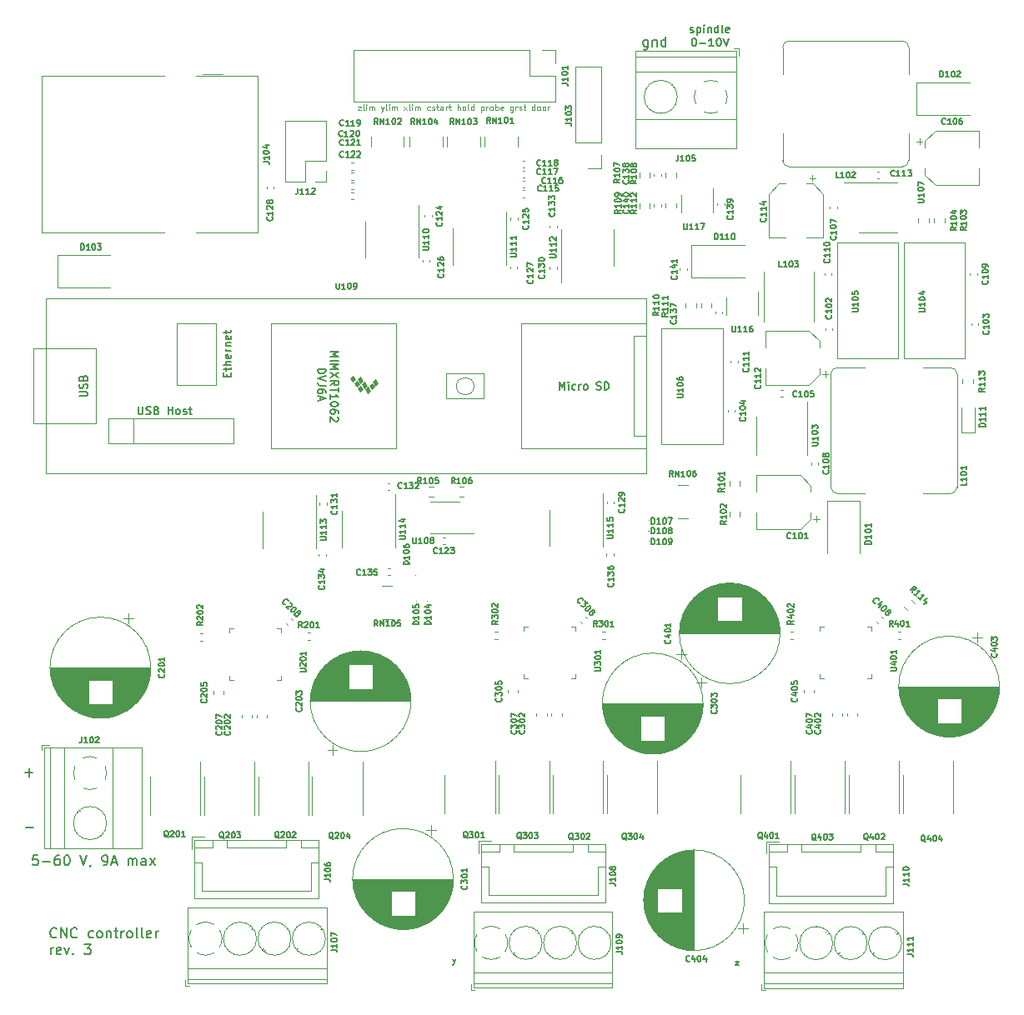
<source format=gto>
G04 #@! TF.GenerationSoftware,KiCad,Pcbnew,5.1.10*
G04 #@! TF.CreationDate,2021-06-05T17:26:15-04:00*
G04 #@! TF.ProjectId,cnc-controller,636e632d-636f-46e7-9472-6f6c6c65722e,rev?*
G04 #@! TF.SameCoordinates,Original*
G04 #@! TF.FileFunction,Legend,Top*
G04 #@! TF.FilePolarity,Positive*
%FSLAX46Y46*%
G04 Gerber Fmt 4.6, Leading zero omitted, Abs format (unit mm)*
G04 Created by KiCad (PCBNEW 5.1.10) date 2021-06-05 17:26:15*
%MOMM*%
%LPD*%
G01*
G04 APERTURE LIST*
%ADD10C,0.152400*%
%ADD11C,0.100000*%
%ADD12C,0.150000*%
%ADD13C,0.120000*%
G04 APERTURE END LIST*
D10*
X9964428Y-124243619D02*
X9480619Y-124243619D01*
X9432238Y-124727428D01*
X9480619Y-124679047D01*
X9577380Y-124630666D01*
X9819285Y-124630666D01*
X9916047Y-124679047D01*
X9964428Y-124727428D01*
X10012809Y-124824190D01*
X10012809Y-125066095D01*
X9964428Y-125162857D01*
X9916047Y-125211238D01*
X9819285Y-125259619D01*
X9577380Y-125259619D01*
X9480619Y-125211238D01*
X9432238Y-125162857D01*
X10448238Y-124872571D02*
X11222333Y-124872571D01*
X12141571Y-124243619D02*
X11948047Y-124243619D01*
X11851285Y-124292000D01*
X11802904Y-124340380D01*
X11706142Y-124485523D01*
X11657761Y-124679047D01*
X11657761Y-125066095D01*
X11706142Y-125162857D01*
X11754523Y-125211238D01*
X11851285Y-125259619D01*
X12044809Y-125259619D01*
X12141571Y-125211238D01*
X12189952Y-125162857D01*
X12238333Y-125066095D01*
X12238333Y-124824190D01*
X12189952Y-124727428D01*
X12141571Y-124679047D01*
X12044809Y-124630666D01*
X11851285Y-124630666D01*
X11754523Y-124679047D01*
X11706142Y-124727428D01*
X11657761Y-124824190D01*
X12867285Y-124243619D02*
X12964047Y-124243619D01*
X13060809Y-124292000D01*
X13109190Y-124340380D01*
X13157571Y-124437142D01*
X13205952Y-124630666D01*
X13205952Y-124872571D01*
X13157571Y-125066095D01*
X13109190Y-125162857D01*
X13060809Y-125211238D01*
X12964047Y-125259619D01*
X12867285Y-125259619D01*
X12770523Y-125211238D01*
X12722142Y-125162857D01*
X12673761Y-125066095D01*
X12625380Y-124872571D01*
X12625380Y-124630666D01*
X12673761Y-124437142D01*
X12722142Y-124340380D01*
X12770523Y-124292000D01*
X12867285Y-124243619D01*
X14270333Y-124243619D02*
X14608999Y-125259619D01*
X14947666Y-124243619D01*
X15334714Y-125211238D02*
X15334714Y-125259619D01*
X15286333Y-125356380D01*
X15237952Y-125404761D01*
X16592619Y-125259619D02*
X16786142Y-125259619D01*
X16882904Y-125211238D01*
X16931285Y-125162857D01*
X17028047Y-125017714D01*
X17076428Y-124824190D01*
X17076428Y-124437142D01*
X17028047Y-124340380D01*
X16979666Y-124292000D01*
X16882904Y-124243619D01*
X16689380Y-124243619D01*
X16592619Y-124292000D01*
X16544238Y-124340380D01*
X16495857Y-124437142D01*
X16495857Y-124679047D01*
X16544238Y-124775809D01*
X16592619Y-124824190D01*
X16689380Y-124872571D01*
X16882904Y-124872571D01*
X16979666Y-124824190D01*
X17028047Y-124775809D01*
X17076428Y-124679047D01*
X17463476Y-124969333D02*
X17947285Y-124969333D01*
X17366714Y-125259619D02*
X17705380Y-124243619D01*
X18044047Y-125259619D01*
X19156809Y-125259619D02*
X19156809Y-124582285D01*
X19156809Y-124679047D02*
X19205190Y-124630666D01*
X19301952Y-124582285D01*
X19447095Y-124582285D01*
X19543857Y-124630666D01*
X19592238Y-124727428D01*
X19592238Y-125259619D01*
X19592238Y-124727428D02*
X19640619Y-124630666D01*
X19737380Y-124582285D01*
X19882523Y-124582285D01*
X19979285Y-124630666D01*
X20027666Y-124727428D01*
X20027666Y-125259619D01*
X20946904Y-125259619D02*
X20946904Y-124727428D01*
X20898523Y-124630666D01*
X20801761Y-124582285D01*
X20608238Y-124582285D01*
X20511476Y-124630666D01*
X20946904Y-125211238D02*
X20850142Y-125259619D01*
X20608238Y-125259619D01*
X20511476Y-125211238D01*
X20463095Y-125114476D01*
X20463095Y-125017714D01*
X20511476Y-124920952D01*
X20608238Y-124872571D01*
X20850142Y-124872571D01*
X20946904Y-124824190D01*
X21333952Y-125259619D02*
X21866142Y-124582285D01*
X21333952Y-124582285D02*
X21866142Y-125259619D01*
X8787952Y-121472571D02*
X9562047Y-121472571D01*
X8687952Y-115847571D02*
X9462047Y-115847571D01*
X9075000Y-116234619D02*
X9075000Y-115460523D01*
D11*
X42471428Y-48171428D02*
X42785714Y-48171428D01*
X42471428Y-48571428D01*
X42785714Y-48571428D01*
X43100000Y-48571428D02*
X43042857Y-48542857D01*
X43014285Y-48485714D01*
X43014285Y-47971428D01*
X43328571Y-48571428D02*
X43328571Y-48171428D01*
X43328571Y-47971428D02*
X43300000Y-48000000D01*
X43328571Y-48028571D01*
X43357142Y-48000000D01*
X43328571Y-47971428D01*
X43328571Y-48028571D01*
X43614285Y-48571428D02*
X43614285Y-48171428D01*
X43614285Y-48228571D02*
X43642857Y-48200000D01*
X43700000Y-48171428D01*
X43785714Y-48171428D01*
X43842857Y-48200000D01*
X43871428Y-48257142D01*
X43871428Y-48571428D01*
X43871428Y-48257142D02*
X43900000Y-48200000D01*
X43957142Y-48171428D01*
X44042857Y-48171428D01*
X44100000Y-48200000D01*
X44128571Y-48257142D01*
X44128571Y-48571428D01*
X44814285Y-48171428D02*
X44957142Y-48571428D01*
X45100000Y-48171428D02*
X44957142Y-48571428D01*
X44900000Y-48714285D01*
X44871428Y-48742857D01*
X44814285Y-48771428D01*
X45414285Y-48571428D02*
X45357142Y-48542857D01*
X45328571Y-48485714D01*
X45328571Y-47971428D01*
X45642857Y-48571428D02*
X45642857Y-48171428D01*
X45642857Y-47971428D02*
X45614285Y-48000000D01*
X45642857Y-48028571D01*
X45671428Y-48000000D01*
X45642857Y-47971428D01*
X45642857Y-48028571D01*
X45928571Y-48571428D02*
X45928571Y-48171428D01*
X45928571Y-48228571D02*
X45957142Y-48200000D01*
X46014285Y-48171428D01*
X46100000Y-48171428D01*
X46157142Y-48200000D01*
X46185714Y-48257142D01*
X46185714Y-48571428D01*
X46185714Y-48257142D02*
X46214285Y-48200000D01*
X46271428Y-48171428D01*
X46357142Y-48171428D01*
X46414285Y-48200000D01*
X46442857Y-48257142D01*
X46442857Y-48571428D01*
X47128571Y-48571428D02*
X47442857Y-48171428D01*
X47128571Y-48171428D02*
X47442857Y-48571428D01*
X47757142Y-48571428D02*
X47700000Y-48542857D01*
X47671428Y-48485714D01*
X47671428Y-47971428D01*
X47985714Y-48571428D02*
X47985714Y-48171428D01*
X47985714Y-47971428D02*
X47957142Y-48000000D01*
X47985714Y-48028571D01*
X48014285Y-48000000D01*
X47985714Y-47971428D01*
X47985714Y-48028571D01*
X48271428Y-48571428D02*
X48271428Y-48171428D01*
X48271428Y-48228571D02*
X48300000Y-48200000D01*
X48357142Y-48171428D01*
X48442857Y-48171428D01*
X48500000Y-48200000D01*
X48528571Y-48257142D01*
X48528571Y-48571428D01*
X48528571Y-48257142D02*
X48557142Y-48200000D01*
X48614285Y-48171428D01*
X48700000Y-48171428D01*
X48757142Y-48200000D01*
X48785714Y-48257142D01*
X48785714Y-48571428D01*
X49785714Y-48542857D02*
X49728571Y-48571428D01*
X49614285Y-48571428D01*
X49557142Y-48542857D01*
X49528571Y-48514285D01*
X49500000Y-48457142D01*
X49500000Y-48285714D01*
X49528571Y-48228571D01*
X49557142Y-48200000D01*
X49614285Y-48171428D01*
X49728571Y-48171428D01*
X49785714Y-48200000D01*
X50014285Y-48542857D02*
X50071428Y-48571428D01*
X50185714Y-48571428D01*
X50242857Y-48542857D01*
X50271428Y-48485714D01*
X50271428Y-48457142D01*
X50242857Y-48400000D01*
X50185714Y-48371428D01*
X50100000Y-48371428D01*
X50042857Y-48342857D01*
X50014285Y-48285714D01*
X50014285Y-48257142D01*
X50042857Y-48200000D01*
X50100000Y-48171428D01*
X50185714Y-48171428D01*
X50242857Y-48200000D01*
X50442857Y-48171428D02*
X50671428Y-48171428D01*
X50528571Y-47971428D02*
X50528571Y-48485714D01*
X50557142Y-48542857D01*
X50614285Y-48571428D01*
X50671428Y-48571428D01*
X51128571Y-48571428D02*
X51128571Y-48257142D01*
X51100000Y-48200000D01*
X51042857Y-48171428D01*
X50928571Y-48171428D01*
X50871428Y-48200000D01*
X51128571Y-48542857D02*
X51071428Y-48571428D01*
X50928571Y-48571428D01*
X50871428Y-48542857D01*
X50842857Y-48485714D01*
X50842857Y-48428571D01*
X50871428Y-48371428D01*
X50928571Y-48342857D01*
X51071428Y-48342857D01*
X51128571Y-48314285D01*
X51414285Y-48571428D02*
X51414285Y-48171428D01*
X51414285Y-48285714D02*
X51442857Y-48228571D01*
X51471428Y-48200000D01*
X51528571Y-48171428D01*
X51585714Y-48171428D01*
X51700000Y-48171428D02*
X51928571Y-48171428D01*
X51785714Y-47971428D02*
X51785714Y-48485714D01*
X51814285Y-48542857D01*
X51871428Y-48571428D01*
X51928571Y-48571428D01*
X52585714Y-48571428D02*
X52585714Y-47971428D01*
X52842857Y-48571428D02*
X52842857Y-48257142D01*
X52814285Y-48200000D01*
X52757142Y-48171428D01*
X52671428Y-48171428D01*
X52614285Y-48200000D01*
X52585714Y-48228571D01*
X53214285Y-48571428D02*
X53157142Y-48542857D01*
X53128571Y-48514285D01*
X53100000Y-48457142D01*
X53100000Y-48285714D01*
X53128571Y-48228571D01*
X53157142Y-48200000D01*
X53214285Y-48171428D01*
X53300000Y-48171428D01*
X53357142Y-48200000D01*
X53385714Y-48228571D01*
X53414285Y-48285714D01*
X53414285Y-48457142D01*
X53385714Y-48514285D01*
X53357142Y-48542857D01*
X53300000Y-48571428D01*
X53214285Y-48571428D01*
X53757142Y-48571428D02*
X53700000Y-48542857D01*
X53671428Y-48485714D01*
X53671428Y-47971428D01*
X54242857Y-48571428D02*
X54242857Y-47971428D01*
X54242857Y-48542857D02*
X54185714Y-48571428D01*
X54071428Y-48571428D01*
X54014285Y-48542857D01*
X53985714Y-48514285D01*
X53957142Y-48457142D01*
X53957142Y-48285714D01*
X53985714Y-48228571D01*
X54014285Y-48200000D01*
X54071428Y-48171428D01*
X54185714Y-48171428D01*
X54242857Y-48200000D01*
X54985714Y-48171428D02*
X54985714Y-48771428D01*
X54985714Y-48200000D02*
X55042857Y-48171428D01*
X55157142Y-48171428D01*
X55214285Y-48200000D01*
X55242857Y-48228571D01*
X55271428Y-48285714D01*
X55271428Y-48457142D01*
X55242857Y-48514285D01*
X55214285Y-48542857D01*
X55157142Y-48571428D01*
X55042857Y-48571428D01*
X54985714Y-48542857D01*
X55528571Y-48571428D02*
X55528571Y-48171428D01*
X55528571Y-48285714D02*
X55557142Y-48228571D01*
X55585714Y-48200000D01*
X55642857Y-48171428D01*
X55700000Y-48171428D01*
X55985714Y-48571428D02*
X55928571Y-48542857D01*
X55900000Y-48514285D01*
X55871428Y-48457142D01*
X55871428Y-48285714D01*
X55900000Y-48228571D01*
X55928571Y-48200000D01*
X55985714Y-48171428D01*
X56071428Y-48171428D01*
X56128571Y-48200000D01*
X56157142Y-48228571D01*
X56185714Y-48285714D01*
X56185714Y-48457142D01*
X56157142Y-48514285D01*
X56128571Y-48542857D01*
X56071428Y-48571428D01*
X55985714Y-48571428D01*
X56442857Y-48571428D02*
X56442857Y-47971428D01*
X56442857Y-48200000D02*
X56500000Y-48171428D01*
X56614285Y-48171428D01*
X56671428Y-48200000D01*
X56700000Y-48228571D01*
X56728571Y-48285714D01*
X56728571Y-48457142D01*
X56700000Y-48514285D01*
X56671428Y-48542857D01*
X56614285Y-48571428D01*
X56500000Y-48571428D01*
X56442857Y-48542857D01*
X57214285Y-48542857D02*
X57157142Y-48571428D01*
X57042857Y-48571428D01*
X56985714Y-48542857D01*
X56957142Y-48485714D01*
X56957142Y-48257142D01*
X56985714Y-48200000D01*
X57042857Y-48171428D01*
X57157142Y-48171428D01*
X57214285Y-48200000D01*
X57242857Y-48257142D01*
X57242857Y-48314285D01*
X56957142Y-48371428D01*
X58214285Y-48171428D02*
X58214285Y-48657142D01*
X58185714Y-48714285D01*
X58157142Y-48742857D01*
X58100000Y-48771428D01*
X58014285Y-48771428D01*
X57957142Y-48742857D01*
X58214285Y-48542857D02*
X58157142Y-48571428D01*
X58042857Y-48571428D01*
X57985714Y-48542857D01*
X57957142Y-48514285D01*
X57928571Y-48457142D01*
X57928571Y-48285714D01*
X57957142Y-48228571D01*
X57985714Y-48200000D01*
X58042857Y-48171428D01*
X58157142Y-48171428D01*
X58214285Y-48200000D01*
X58500000Y-48571428D02*
X58500000Y-48171428D01*
X58500000Y-48285714D02*
X58528571Y-48228571D01*
X58557142Y-48200000D01*
X58614285Y-48171428D01*
X58671428Y-48171428D01*
X58842857Y-48542857D02*
X58900000Y-48571428D01*
X59014285Y-48571428D01*
X59071428Y-48542857D01*
X59100000Y-48485714D01*
X59100000Y-48457142D01*
X59071428Y-48400000D01*
X59014285Y-48371428D01*
X58928571Y-48371428D01*
X58871428Y-48342857D01*
X58842857Y-48285714D01*
X58842857Y-48257142D01*
X58871428Y-48200000D01*
X58928571Y-48171428D01*
X59014285Y-48171428D01*
X59071428Y-48200000D01*
X59271428Y-48171428D02*
X59500000Y-48171428D01*
X59357142Y-47971428D02*
X59357142Y-48485714D01*
X59385714Y-48542857D01*
X59442857Y-48571428D01*
X59500000Y-48571428D01*
X60414285Y-48571428D02*
X60414285Y-47971428D01*
X60414285Y-48542857D02*
X60357142Y-48571428D01*
X60242857Y-48571428D01*
X60185714Y-48542857D01*
X60157142Y-48514285D01*
X60128571Y-48457142D01*
X60128571Y-48285714D01*
X60157142Y-48228571D01*
X60185714Y-48200000D01*
X60242857Y-48171428D01*
X60357142Y-48171428D01*
X60414285Y-48200000D01*
X60785714Y-48571428D02*
X60728571Y-48542857D01*
X60700000Y-48514285D01*
X60671428Y-48457142D01*
X60671428Y-48285714D01*
X60700000Y-48228571D01*
X60728571Y-48200000D01*
X60785714Y-48171428D01*
X60871428Y-48171428D01*
X60928571Y-48200000D01*
X60957142Y-48228571D01*
X60985714Y-48285714D01*
X60985714Y-48457142D01*
X60957142Y-48514285D01*
X60928571Y-48542857D01*
X60871428Y-48571428D01*
X60785714Y-48571428D01*
X61328571Y-48571428D02*
X61271428Y-48542857D01*
X61242857Y-48514285D01*
X61214285Y-48457142D01*
X61214285Y-48285714D01*
X61242857Y-48228571D01*
X61271428Y-48200000D01*
X61328571Y-48171428D01*
X61414285Y-48171428D01*
X61471428Y-48200000D01*
X61500000Y-48228571D01*
X61528571Y-48285714D01*
X61528571Y-48457142D01*
X61500000Y-48514285D01*
X61471428Y-48542857D01*
X61414285Y-48571428D01*
X61328571Y-48571428D01*
X61785714Y-48571428D02*
X61785714Y-48171428D01*
X61785714Y-48285714D02*
X61814285Y-48228571D01*
X61842857Y-48200000D01*
X61900000Y-48171428D01*
X61957142Y-48171428D01*
D10*
X76200000Y-40647609D02*
X76276190Y-40685704D01*
X76428571Y-40685704D01*
X76504761Y-40647609D01*
X76542857Y-40571419D01*
X76542857Y-40533323D01*
X76504761Y-40457133D01*
X76428571Y-40419038D01*
X76314285Y-40419038D01*
X76238095Y-40380942D01*
X76200000Y-40304752D01*
X76200000Y-40266657D01*
X76238095Y-40190466D01*
X76314285Y-40152371D01*
X76428571Y-40152371D01*
X76504761Y-40190466D01*
X76885714Y-40152371D02*
X76885714Y-40952371D01*
X76885714Y-40190466D02*
X76961904Y-40152371D01*
X77114285Y-40152371D01*
X77190476Y-40190466D01*
X77228571Y-40228561D01*
X77266666Y-40304752D01*
X77266666Y-40533323D01*
X77228571Y-40609514D01*
X77190476Y-40647609D01*
X77114285Y-40685704D01*
X76961904Y-40685704D01*
X76885714Y-40647609D01*
X77609523Y-40685704D02*
X77609523Y-40152371D01*
X77609523Y-39885704D02*
X77571428Y-39923800D01*
X77609523Y-39961895D01*
X77647619Y-39923800D01*
X77609523Y-39885704D01*
X77609523Y-39961895D01*
X77990476Y-40152371D02*
X77990476Y-40685704D01*
X77990476Y-40228561D02*
X78028571Y-40190466D01*
X78104761Y-40152371D01*
X78219047Y-40152371D01*
X78295238Y-40190466D01*
X78333333Y-40266657D01*
X78333333Y-40685704D01*
X79057142Y-40685704D02*
X79057142Y-39885704D01*
X79057142Y-40647609D02*
X78980952Y-40685704D01*
X78828571Y-40685704D01*
X78752380Y-40647609D01*
X78714285Y-40609514D01*
X78676190Y-40533323D01*
X78676190Y-40304752D01*
X78714285Y-40228561D01*
X78752380Y-40190466D01*
X78828571Y-40152371D01*
X78980952Y-40152371D01*
X79057142Y-40190466D01*
X79552380Y-40685704D02*
X79476190Y-40647609D01*
X79438095Y-40571419D01*
X79438095Y-39885704D01*
X80161904Y-40647609D02*
X80085714Y-40685704D01*
X79933333Y-40685704D01*
X79857142Y-40647609D01*
X79819047Y-40571419D01*
X79819047Y-40266657D01*
X79857142Y-40190466D01*
X79933333Y-40152371D01*
X80085714Y-40152371D01*
X80161904Y-40190466D01*
X80200000Y-40266657D01*
X80200000Y-40342847D01*
X79819047Y-40419038D01*
X76561904Y-41238104D02*
X76638095Y-41238104D01*
X76714285Y-41276200D01*
X76752380Y-41314295D01*
X76790476Y-41390485D01*
X76828571Y-41542866D01*
X76828571Y-41733342D01*
X76790476Y-41885723D01*
X76752380Y-41961914D01*
X76714285Y-42000009D01*
X76638095Y-42038104D01*
X76561904Y-42038104D01*
X76485714Y-42000009D01*
X76447619Y-41961914D01*
X76409523Y-41885723D01*
X76371428Y-41733342D01*
X76371428Y-41542866D01*
X76409523Y-41390485D01*
X76447619Y-41314295D01*
X76485714Y-41276200D01*
X76561904Y-41238104D01*
X77171428Y-41733342D02*
X77780952Y-41733342D01*
X78580952Y-42038104D02*
X78123809Y-42038104D01*
X78352380Y-42038104D02*
X78352380Y-41238104D01*
X78276190Y-41352390D01*
X78200000Y-41428580D01*
X78123809Y-41466676D01*
X79076190Y-41238104D02*
X79152380Y-41238104D01*
X79228571Y-41276200D01*
X79266666Y-41314295D01*
X79304761Y-41390485D01*
X79342857Y-41542866D01*
X79342857Y-41733342D01*
X79304761Y-41885723D01*
X79266666Y-41961914D01*
X79228571Y-42000009D01*
X79152380Y-42038104D01*
X79076190Y-42038104D01*
X79000000Y-42000009D01*
X78961904Y-41961914D01*
X78923809Y-41885723D01*
X78885714Y-41733342D01*
X78885714Y-41542866D01*
X78923809Y-41390485D01*
X78961904Y-41314295D01*
X79000000Y-41276200D01*
X79076190Y-41238104D01*
X79571428Y-41238104D02*
X79838095Y-42038104D01*
X80104761Y-41238104D01*
X71898476Y-41382285D02*
X71898476Y-42204761D01*
X71850095Y-42301523D01*
X71801714Y-42349904D01*
X71704952Y-42398285D01*
X71559809Y-42398285D01*
X71463047Y-42349904D01*
X71898476Y-42011238D02*
X71801714Y-42059619D01*
X71608190Y-42059619D01*
X71511428Y-42011238D01*
X71463047Y-41962857D01*
X71414666Y-41866095D01*
X71414666Y-41575809D01*
X71463047Y-41479047D01*
X71511428Y-41430666D01*
X71608190Y-41382285D01*
X71801714Y-41382285D01*
X71898476Y-41430666D01*
X72382285Y-41382285D02*
X72382285Y-42059619D01*
X72382285Y-41479047D02*
X72430666Y-41430666D01*
X72527428Y-41382285D01*
X72672571Y-41382285D01*
X72769333Y-41430666D01*
X72817714Y-41527428D01*
X72817714Y-42059619D01*
X73736952Y-42059619D02*
X73736952Y-41043619D01*
X73736952Y-42011238D02*
X73640190Y-42059619D01*
X73446666Y-42059619D01*
X73349904Y-42011238D01*
X73301523Y-41962857D01*
X73253142Y-41866095D01*
X73253142Y-41575809D01*
X73301523Y-41479047D01*
X73349904Y-41430666D01*
X73446666Y-41382285D01*
X73640190Y-41382285D01*
X73736952Y-41430666D01*
X11871536Y-132549657D02*
X11823155Y-132598038D01*
X11678012Y-132646419D01*
X11581250Y-132646419D01*
X11436107Y-132598038D01*
X11339345Y-132501276D01*
X11290964Y-132404514D01*
X11242583Y-132210990D01*
X11242583Y-132065847D01*
X11290964Y-131872323D01*
X11339345Y-131775561D01*
X11436107Y-131678800D01*
X11581250Y-131630419D01*
X11678012Y-131630419D01*
X11823155Y-131678800D01*
X11871536Y-131727180D01*
X12306964Y-132646419D02*
X12306964Y-131630419D01*
X12887536Y-132646419D01*
X12887536Y-131630419D01*
X13951917Y-132549657D02*
X13903536Y-132598038D01*
X13758393Y-132646419D01*
X13661631Y-132646419D01*
X13516488Y-132598038D01*
X13419726Y-132501276D01*
X13371345Y-132404514D01*
X13322964Y-132210990D01*
X13322964Y-132065847D01*
X13371345Y-131872323D01*
X13419726Y-131775561D01*
X13516488Y-131678800D01*
X13661631Y-131630419D01*
X13758393Y-131630419D01*
X13903536Y-131678800D01*
X13951917Y-131727180D01*
X15596869Y-132598038D02*
X15500107Y-132646419D01*
X15306583Y-132646419D01*
X15209821Y-132598038D01*
X15161440Y-132549657D01*
X15113060Y-132452895D01*
X15113060Y-132162609D01*
X15161440Y-132065847D01*
X15209821Y-132017466D01*
X15306583Y-131969085D01*
X15500107Y-131969085D01*
X15596869Y-132017466D01*
X16177440Y-132646419D02*
X16080679Y-132598038D01*
X16032298Y-132549657D01*
X15983917Y-132452895D01*
X15983917Y-132162609D01*
X16032298Y-132065847D01*
X16080679Y-132017466D01*
X16177440Y-131969085D01*
X16322583Y-131969085D01*
X16419345Y-132017466D01*
X16467726Y-132065847D01*
X16516107Y-132162609D01*
X16516107Y-132452895D01*
X16467726Y-132549657D01*
X16419345Y-132598038D01*
X16322583Y-132646419D01*
X16177440Y-132646419D01*
X16951536Y-131969085D02*
X16951536Y-132646419D01*
X16951536Y-132065847D02*
X16999917Y-132017466D01*
X17096679Y-131969085D01*
X17241821Y-131969085D01*
X17338583Y-132017466D01*
X17386964Y-132114228D01*
X17386964Y-132646419D01*
X17725631Y-131969085D02*
X18112679Y-131969085D01*
X17870774Y-131630419D02*
X17870774Y-132501276D01*
X17919155Y-132598038D01*
X18015917Y-132646419D01*
X18112679Y-132646419D01*
X18451345Y-132646419D02*
X18451345Y-131969085D01*
X18451345Y-132162609D02*
X18499726Y-132065847D01*
X18548107Y-132017466D01*
X18644869Y-131969085D01*
X18741631Y-131969085D01*
X19225440Y-132646419D02*
X19128679Y-132598038D01*
X19080298Y-132549657D01*
X19031917Y-132452895D01*
X19031917Y-132162609D01*
X19080298Y-132065847D01*
X19128679Y-132017466D01*
X19225440Y-131969085D01*
X19370583Y-131969085D01*
X19467345Y-132017466D01*
X19515726Y-132065847D01*
X19564107Y-132162609D01*
X19564107Y-132452895D01*
X19515726Y-132549657D01*
X19467345Y-132598038D01*
X19370583Y-132646419D01*
X19225440Y-132646419D01*
X20144679Y-132646419D02*
X20047917Y-132598038D01*
X19999536Y-132501276D01*
X19999536Y-131630419D01*
X20676869Y-132646419D02*
X20580107Y-132598038D01*
X20531726Y-132501276D01*
X20531726Y-131630419D01*
X21450964Y-132598038D02*
X21354202Y-132646419D01*
X21160679Y-132646419D01*
X21063917Y-132598038D01*
X21015536Y-132501276D01*
X21015536Y-132114228D01*
X21063917Y-132017466D01*
X21160679Y-131969085D01*
X21354202Y-131969085D01*
X21450964Y-132017466D01*
X21499345Y-132114228D01*
X21499345Y-132210990D01*
X21015536Y-132307752D01*
X21934774Y-132646419D02*
X21934774Y-131969085D01*
X21934774Y-132162609D02*
X21983155Y-132065847D01*
X22031536Y-132017466D01*
X22128298Y-131969085D01*
X22225060Y-131969085D01*
X11290964Y-134322819D02*
X11290964Y-133645485D01*
X11290964Y-133839009D02*
X11339345Y-133742247D01*
X11387726Y-133693866D01*
X11484488Y-133645485D01*
X11581250Y-133645485D01*
X12306964Y-134274438D02*
X12210202Y-134322819D01*
X12016679Y-134322819D01*
X11919917Y-134274438D01*
X11871536Y-134177676D01*
X11871536Y-133790628D01*
X11919917Y-133693866D01*
X12016679Y-133645485D01*
X12210202Y-133645485D01*
X12306964Y-133693866D01*
X12355345Y-133790628D01*
X12355345Y-133887390D01*
X11871536Y-133984152D01*
X12694012Y-133645485D02*
X12935917Y-134322819D01*
X13177821Y-133645485D01*
X13564869Y-134226057D02*
X13613250Y-134274438D01*
X13564869Y-134322819D01*
X13516488Y-134274438D01*
X13564869Y-134226057D01*
X13564869Y-134322819D01*
X14726012Y-133306819D02*
X15354964Y-133306819D01*
X15016298Y-133693866D01*
X15161440Y-133693866D01*
X15258202Y-133742247D01*
X15306583Y-133790628D01*
X15354964Y-133887390D01*
X15354964Y-134129295D01*
X15306583Y-134226057D01*
X15258202Y-134274438D01*
X15161440Y-134322819D01*
X14871155Y-134322819D01*
X14774393Y-134274438D01*
X14726012Y-134226057D01*
D12*
X80792857Y-135021428D02*
X81107142Y-135021428D01*
X80792857Y-135421428D01*
X81107142Y-135421428D01*
D10*
D12*
X52107142Y-134771428D02*
X52250000Y-135171428D01*
X52392857Y-134771428D02*
X52250000Y-135171428D01*
X52192857Y-135314285D01*
X52164285Y-135342857D01*
X52107142Y-135371428D01*
D10*
D13*
X39210000Y-55785000D02*
X38150000Y-55785000D01*
X39210000Y-54725000D02*
X39210000Y-55785000D01*
X37150000Y-55785000D02*
X35090000Y-55785000D01*
X37150000Y-53725000D02*
X37150000Y-55785000D01*
X39210000Y-53725000D02*
X37150000Y-53725000D01*
X35090000Y-55785000D02*
X35090000Y-49665000D01*
X39210000Y-53725000D02*
X39210000Y-49665000D01*
X39210000Y-49665000D02*
X35090000Y-49665000D01*
X98651697Y-98287770D02*
X98987230Y-98623303D01*
X97912770Y-99026697D02*
X98248303Y-99362230D01*
X61180000Y-133150000D02*
G75*
G03*
X61180000Y-133150000I-1680000J0D01*
G01*
X64680000Y-133150000D02*
G75*
G03*
X64680000Y-133150000I-1680000J0D01*
G01*
X68180000Y-133150000D02*
G75*
G03*
X68180000Y-133150000I-1680000J0D01*
G01*
X54190000Y-137250000D02*
X68310000Y-137250000D01*
X54190000Y-136150000D02*
X68310000Y-136150000D01*
X54190000Y-129990000D02*
X68310000Y-129990000D01*
X54190000Y-137710000D02*
X68310000Y-137710000D01*
X54190000Y-129990000D02*
X54190000Y-137710000D01*
X68310000Y-129990000D02*
X68310000Y-137710000D01*
X60775000Y-132081000D02*
X60646000Y-132209000D01*
X58525000Y-134331000D02*
X58431000Y-134424000D01*
X60570000Y-131875000D02*
X60476000Y-131969000D01*
X58355000Y-134091000D02*
X58226000Y-134219000D01*
X64275000Y-132081000D02*
X64146000Y-132209000D01*
X62025000Y-134331000D02*
X61931000Y-134424000D01*
X64070000Y-131875000D02*
X63976000Y-131969000D01*
X61855000Y-134091000D02*
X61726000Y-134219000D01*
X67775000Y-132081000D02*
X67646000Y-132209000D01*
X65525000Y-134331000D02*
X65431000Y-134424000D01*
X67570000Y-131875000D02*
X67476000Y-131969000D01*
X65355000Y-134091000D02*
X65226000Y-134219000D01*
X53950000Y-137310000D02*
X53950000Y-137950000D01*
X53950000Y-137950000D02*
X54350000Y-137950000D01*
X56028674Y-134830099D02*
G75*
G02*
X55134000Y-134590000I-28674J1680099D01*
G01*
X54574642Y-134039894D02*
G75*
G02*
X54560000Y-132284000I1425358J889894D01*
G01*
X55110106Y-131724642D02*
G75*
G02*
X56866000Y-131710000I889894J-1425358D01*
G01*
X57425505Y-132259807D02*
G75*
G02*
X57425000Y-134041000I-1425505J-890193D01*
G01*
X56890264Y-134574721D02*
G75*
G02*
X56000000Y-134830000I-890264J1424721D01*
G01*
X55015000Y-123115000D02*
X55015000Y-129085000D01*
X55015000Y-129085000D02*
X67635000Y-129085000D01*
X67635000Y-129085000D02*
X67635000Y-123115000D01*
X67635000Y-123115000D02*
X55015000Y-123115000D01*
X58325000Y-123125000D02*
X58325000Y-123875000D01*
X58325000Y-123875000D02*
X64325000Y-123875000D01*
X64325000Y-123875000D02*
X64325000Y-123125000D01*
X64325000Y-123125000D02*
X58325000Y-123125000D01*
X55025000Y-123125000D02*
X55025000Y-123875000D01*
X55025000Y-123875000D02*
X56825000Y-123875000D01*
X56825000Y-123875000D02*
X56825000Y-123125000D01*
X56825000Y-123125000D02*
X55025000Y-123125000D01*
X65825000Y-123125000D02*
X65825000Y-123875000D01*
X65825000Y-123875000D02*
X67625000Y-123875000D01*
X67625000Y-123875000D02*
X67625000Y-123125000D01*
X67625000Y-123125000D02*
X65825000Y-123125000D01*
X55025000Y-125375000D02*
X55775000Y-125375000D01*
X55775000Y-125375000D02*
X55775000Y-128325000D01*
X55775000Y-128325000D02*
X61325000Y-128325000D01*
X67625000Y-125375000D02*
X66875000Y-125375000D01*
X66875000Y-125375000D02*
X66875000Y-128325000D01*
X66875000Y-128325000D02*
X61325000Y-128325000D01*
X55975000Y-122825000D02*
X54725000Y-122825000D01*
X54725000Y-122825000D02*
X54725000Y-124075000D01*
X81315000Y-118075000D02*
X81315000Y-120025000D01*
X81315000Y-118075000D02*
X81315000Y-116125000D01*
X86435000Y-118075000D02*
X86435000Y-120025000D01*
X86435000Y-118075000D02*
X86435000Y-114625000D01*
D11*
X95628307Y-100044190D02*
X95780810Y-100196693D01*
X95119190Y-100553307D02*
X95271693Y-100705810D01*
D13*
X97790000Y-118075000D02*
X97790000Y-120025000D01*
X97790000Y-118075000D02*
X97790000Y-116125000D01*
X102910000Y-118075000D02*
X102910000Y-120025000D01*
X102910000Y-118075000D02*
X102910000Y-114625000D01*
X92290000Y-118075000D02*
X92290000Y-120025000D01*
X92290000Y-118075000D02*
X92290000Y-116125000D01*
X97410000Y-118075000D02*
X97410000Y-120025000D01*
X97410000Y-118075000D02*
X97410000Y-114625000D01*
D11*
X93185000Y-109834420D02*
X93185000Y-110115580D01*
X92165000Y-109834420D02*
X92165000Y-110115580D01*
X91660000Y-109834420D02*
X91660000Y-110115580D01*
X90640000Y-109834420D02*
X90640000Y-110115580D01*
X97296359Y-101520000D02*
X97603641Y-101520000D01*
X97296359Y-102280000D02*
X97603641Y-102280000D01*
D13*
X86815000Y-118075000D02*
X86815000Y-120025000D01*
X86815000Y-118075000D02*
X86815000Y-116125000D01*
X91935000Y-118075000D02*
X91935000Y-120025000D01*
X91935000Y-118075000D02*
X91935000Y-114625000D01*
D11*
X86678641Y-102305000D02*
X86371359Y-102305000D01*
X86678641Y-101545000D02*
X86371359Y-101545000D01*
X87740000Y-107740580D02*
X87740000Y-107459420D01*
X88760000Y-107740580D02*
X88760000Y-107459420D01*
X94603900Y-101046100D02*
X94172039Y-101046100D01*
X89346100Y-101046100D02*
X89346100Y-101477961D01*
X89346100Y-106303900D02*
X89777961Y-106303900D01*
X94603900Y-106303900D02*
X94603900Y-105872039D01*
X94603900Y-101477961D02*
X94603900Y-101046100D01*
X89777961Y-101046100D02*
X89346100Y-101046100D01*
X89346100Y-105872039D02*
X89346100Y-106303900D01*
X94172039Y-106303900D02*
X94603900Y-106303900D01*
D13*
X51290000Y-118075000D02*
X51290000Y-120025000D01*
X51290000Y-118075000D02*
X51290000Y-116125000D01*
X56410000Y-118075000D02*
X56410000Y-120025000D01*
X56410000Y-118075000D02*
X56410000Y-114625000D01*
D11*
X65603307Y-100044190D02*
X65755810Y-100196693D01*
X65094190Y-100553307D02*
X65246693Y-100705810D01*
D13*
X67765000Y-118075000D02*
X67765000Y-120025000D01*
X67765000Y-118075000D02*
X67765000Y-116125000D01*
X72885000Y-118075000D02*
X72885000Y-120025000D01*
X72885000Y-118075000D02*
X72885000Y-114625000D01*
X62265000Y-118075000D02*
X62265000Y-120025000D01*
X62265000Y-118075000D02*
X62265000Y-116125000D01*
X67385000Y-118075000D02*
X67385000Y-120025000D01*
X67385000Y-118075000D02*
X67385000Y-114625000D01*
D11*
X63160000Y-109834420D02*
X63160000Y-110115580D01*
X62140000Y-109834420D02*
X62140000Y-110115580D01*
X61635000Y-109834420D02*
X61635000Y-110115580D01*
X60615000Y-109834420D02*
X60615000Y-110115580D01*
X67271359Y-101520000D02*
X67578641Y-101520000D01*
X67271359Y-102280000D02*
X67578641Y-102280000D01*
D13*
X56790000Y-118075000D02*
X56790000Y-120025000D01*
X56790000Y-118075000D02*
X56790000Y-116125000D01*
X61910000Y-118075000D02*
X61910000Y-120025000D01*
X61910000Y-118075000D02*
X61910000Y-114625000D01*
D11*
X56653641Y-102305000D02*
X56346359Y-102305000D01*
X56653641Y-101545000D02*
X56346359Y-101545000D01*
X57715000Y-107740580D02*
X57715000Y-107459420D01*
X58735000Y-107740580D02*
X58735000Y-107459420D01*
X64578900Y-101046100D02*
X64147039Y-101046100D01*
X59321100Y-101046100D02*
X59321100Y-101477961D01*
X59321100Y-106303900D02*
X59752961Y-106303900D01*
X64578900Y-106303900D02*
X64578900Y-105872039D01*
X64578900Y-101477961D02*
X64578900Y-101046100D01*
X59752961Y-101046100D02*
X59321100Y-101046100D01*
X59321100Y-105872039D02*
X59321100Y-106303900D01*
X64147039Y-106303900D02*
X64578900Y-106303900D01*
D13*
X21365000Y-118200000D02*
X21365000Y-120150000D01*
X21365000Y-118200000D02*
X21365000Y-116250000D01*
X26485000Y-118200000D02*
X26485000Y-120150000D01*
X26485000Y-118200000D02*
X26485000Y-114750000D01*
D11*
X35678307Y-100169190D02*
X35830810Y-100321693D01*
X35169190Y-100678307D02*
X35321693Y-100830810D01*
D13*
X37840000Y-118200000D02*
X37840000Y-120150000D01*
X37840000Y-118200000D02*
X37840000Y-116250000D01*
X42960000Y-118200000D02*
X42960000Y-120150000D01*
X42960000Y-118200000D02*
X42960000Y-114750000D01*
X32340000Y-118200000D02*
X32340000Y-120150000D01*
X32340000Y-118200000D02*
X32340000Y-116250000D01*
X37460000Y-118200000D02*
X37460000Y-120150000D01*
X37460000Y-118200000D02*
X37460000Y-114750000D01*
D11*
X33235000Y-109959420D02*
X33235000Y-110240580D01*
X32215000Y-109959420D02*
X32215000Y-110240580D01*
X31710000Y-109959420D02*
X31710000Y-110240580D01*
X30690000Y-109959420D02*
X30690000Y-110240580D01*
X37346359Y-101645000D02*
X37653641Y-101645000D01*
X37346359Y-102405000D02*
X37653641Y-102405000D01*
D13*
X26865000Y-118200000D02*
X26865000Y-120150000D01*
X26865000Y-118200000D02*
X26865000Y-116250000D01*
X31985000Y-118200000D02*
X31985000Y-120150000D01*
X31985000Y-118200000D02*
X31985000Y-114750000D01*
D11*
X26728641Y-102430000D02*
X26421359Y-102430000D01*
X26728641Y-101670000D02*
X26421359Y-101670000D01*
X27790000Y-107865580D02*
X27790000Y-107584420D01*
X28810000Y-107865580D02*
X28810000Y-107584420D01*
X34653900Y-101171100D02*
X34222039Y-101171100D01*
X29396100Y-101171100D02*
X29396100Y-101602961D01*
X29396100Y-106428900D02*
X29827961Y-106428900D01*
X34653900Y-106428900D02*
X34653900Y-105997039D01*
X34653900Y-101602961D02*
X34653900Y-101171100D01*
X29827961Y-101171100D02*
X29396100Y-101171100D01*
X29396100Y-105997039D02*
X29396100Y-106428900D01*
X34222039Y-106428900D02*
X34653900Y-106428900D01*
D13*
X84225000Y-123130000D02*
X84225000Y-129100000D01*
X84225000Y-129100000D02*
X96845000Y-129100000D01*
X96845000Y-129100000D02*
X96845000Y-123130000D01*
X96845000Y-123130000D02*
X84225000Y-123130000D01*
X87535000Y-123140000D02*
X87535000Y-123890000D01*
X87535000Y-123890000D02*
X93535000Y-123890000D01*
X93535000Y-123890000D02*
X93535000Y-123140000D01*
X93535000Y-123140000D02*
X87535000Y-123140000D01*
X84235000Y-123140000D02*
X84235000Y-123890000D01*
X84235000Y-123890000D02*
X86035000Y-123890000D01*
X86035000Y-123890000D02*
X86035000Y-123140000D01*
X86035000Y-123140000D02*
X84235000Y-123140000D01*
X95035000Y-123140000D02*
X95035000Y-123890000D01*
X95035000Y-123890000D02*
X96835000Y-123890000D01*
X96835000Y-123890000D02*
X96835000Y-123140000D01*
X96835000Y-123140000D02*
X95035000Y-123140000D01*
X84235000Y-125390000D02*
X84985000Y-125390000D01*
X84985000Y-125390000D02*
X84985000Y-128340000D01*
X84985000Y-128340000D02*
X90535000Y-128340000D01*
X96835000Y-125390000D02*
X96085000Y-125390000D01*
X96085000Y-125390000D02*
X96085000Y-128340000D01*
X96085000Y-128340000D02*
X90535000Y-128340000D01*
X85185000Y-122840000D02*
X83935000Y-122840000D01*
X83935000Y-122840000D02*
X83935000Y-124090000D01*
D11*
X25890000Y-122690000D02*
X25890000Y-128660000D01*
X25890000Y-128660000D02*
X38510000Y-128660000D01*
X38510000Y-128660000D02*
X38510000Y-122690000D01*
X38510000Y-122690000D02*
X25890000Y-122690000D01*
X29200000Y-122700000D02*
X29200000Y-123450000D01*
X29200000Y-123450000D02*
X35200000Y-123450000D01*
X35200000Y-123450000D02*
X35200000Y-122700000D01*
X35200000Y-122700000D02*
X29200000Y-122700000D01*
X25900000Y-122700000D02*
X25900000Y-123450000D01*
X25900000Y-123450000D02*
X27700000Y-123450000D01*
X27700000Y-123450000D02*
X27700000Y-122700000D01*
X27700000Y-122700000D02*
X25900000Y-122700000D01*
X36700000Y-122700000D02*
X36700000Y-123450000D01*
X36700000Y-123450000D02*
X38500000Y-123450000D01*
X38500000Y-123450000D02*
X38500000Y-122700000D01*
X38500000Y-122700000D02*
X36700000Y-122700000D01*
X25900000Y-124950000D02*
X26650000Y-124950000D01*
X26650000Y-124950000D02*
X26650000Y-127900000D01*
X26650000Y-127900000D02*
X32200000Y-127900000D01*
X38500000Y-124950000D02*
X37750000Y-124950000D01*
X37750000Y-124950000D02*
X37750000Y-127900000D01*
X37750000Y-127900000D02*
X32200000Y-127900000D01*
X26850000Y-122400000D02*
X25600000Y-122400000D01*
X25600000Y-122400000D02*
X25600000Y-123650000D01*
D13*
X83085000Y-69400000D02*
X83085000Y-66950000D01*
X79865000Y-67600000D02*
X79865000Y-69400000D01*
X51055000Y-51250000D02*
X51055000Y-52250000D01*
X47695000Y-51250000D02*
X47695000Y-52250000D01*
X54880000Y-51275000D02*
X54880000Y-52275000D01*
X51520000Y-51275000D02*
X51520000Y-52275000D01*
X81140000Y-42300000D02*
X80640000Y-42300000D01*
X81140000Y-43040000D02*
X81140000Y-42300000D01*
X74447000Y-46177000D02*
X74494000Y-46131000D01*
X72150000Y-48475000D02*
X72185000Y-48439000D01*
X74254000Y-45961000D02*
X74289000Y-45926000D01*
X71945000Y-48269000D02*
X71992000Y-48223000D01*
X70620000Y-52461000D02*
X70620000Y-42540000D01*
X80900000Y-52461000D02*
X80900000Y-42540000D01*
X80900000Y-42540000D02*
X70620000Y-42540000D01*
X80900000Y-52461000D02*
X70620000Y-52461000D01*
X80900000Y-49501000D02*
X70620000Y-49501000D01*
X80900000Y-44600000D02*
X70620000Y-44600000D01*
X80900000Y-43100000D02*
X70620000Y-43100000D01*
X74900000Y-47200000D02*
G75*
G03*
X74900000Y-47200000I-1680000J0D01*
G01*
X78271195Y-45519747D02*
G75*
G02*
X78984000Y-45665000I28805J-1680253D01*
G01*
X79835426Y-46516958D02*
G75*
G02*
X79835000Y-47884000I-1535426J-683042D01*
G01*
X78983042Y-48735426D02*
G75*
G02*
X77616000Y-48735000I-683042J1535426D01*
G01*
X76764574Y-47883042D02*
G75*
G02*
X76765000Y-46516000I1535426J683042D01*
G01*
X77616682Y-45665244D02*
G75*
G02*
X78300000Y-45520000I683318J-1534756D01*
G01*
D11*
X75950000Y-89980000D02*
X74950000Y-89980000D01*
X75950000Y-86620000D02*
X74950000Y-86620000D01*
X44950000Y-96920000D02*
X45950000Y-96920000D01*
X44950000Y-100280000D02*
X45950000Y-100280000D01*
X43795000Y-51275000D02*
X43795000Y-52275000D01*
X47155000Y-51275000D02*
X47155000Y-52275000D01*
X55320000Y-51275000D02*
X55320000Y-52275000D01*
X58680000Y-51275000D02*
X58680000Y-52275000D01*
X75340000Y-57150000D02*
X75340000Y-58950000D01*
X78560000Y-58950000D02*
X78560000Y-56500000D01*
X61925000Y-89145700D02*
X61925000Y-92854300D01*
X67325000Y-87475000D02*
X67325000Y-92858600D01*
X40825000Y-89245700D02*
X40825000Y-92954300D01*
X46225000Y-87575000D02*
X46225000Y-92958600D01*
X32825000Y-89345700D02*
X32825000Y-93054300D01*
X38225000Y-87675000D02*
X38225000Y-93058600D01*
X68475000Y-64354300D02*
X68475000Y-60645700D01*
X63075000Y-66025000D02*
X63075000Y-60641400D01*
X52125000Y-60545700D02*
X52125000Y-64254300D01*
X57525000Y-58875000D02*
X57525000Y-64258600D01*
X43225000Y-59845700D02*
X43225000Y-63554300D01*
X48625000Y-58175000D02*
X48625000Y-63558600D01*
X54263026Y-76600000D02*
G75*
G03*
X54263026Y-76600000I-898026J0D01*
G01*
X33680000Y-70250000D02*
X33680000Y-82950000D01*
X46380000Y-70250000D02*
X33680000Y-70250000D01*
X46380000Y-82950000D02*
X46380000Y-70250000D01*
X33680000Y-82950000D02*
X46380000Y-82950000D01*
X24050000Y-70248400D02*
X24050000Y-70498400D01*
X28050000Y-70248400D02*
X24050000Y-70248400D01*
X28050000Y-76498400D02*
X28050000Y-70248400D01*
X24050000Y-76498400D02*
X28050000Y-76498400D01*
X24050000Y-70498400D02*
X24050000Y-76498400D01*
X19659200Y-79899200D02*
X19659200Y-82439200D01*
X17119200Y-79899200D02*
X19659200Y-79899200D01*
X17119200Y-82439200D02*
X17119200Y-79899200D01*
X29819200Y-82439200D02*
X17119200Y-82439200D01*
X29819200Y-79899200D02*
X29819200Y-82439200D01*
X17119200Y-79899200D02*
X29819200Y-79899200D01*
X51460000Y-75330000D02*
X55270000Y-75330000D01*
X51460000Y-77870000D02*
X51460000Y-75330000D01*
X55270000Y-77870000D02*
X51460000Y-77870000D01*
X55270000Y-75330000D02*
X55270000Y-77870000D01*
X70510000Y-81680000D02*
X71780000Y-81680000D01*
X70510000Y-71520000D02*
X70510000Y-81680000D01*
X71780000Y-71520000D02*
X70510000Y-71520000D01*
X59080000Y-82950000D02*
X71780000Y-82950000D01*
X59080000Y-70250000D02*
X59080000Y-82950000D01*
X71780000Y-70250000D02*
X59080000Y-70250000D01*
X10820000Y-80410000D02*
X9550000Y-80410000D01*
X9550000Y-80410000D02*
X9550000Y-72790000D01*
X9550000Y-72790000D02*
X10820000Y-72790000D01*
X15900000Y-80410000D02*
X15900000Y-72790000D01*
X15900000Y-72790000D02*
X10820000Y-72790000D01*
X15900000Y-80410000D02*
X10820000Y-80410000D01*
X10820000Y-67710000D02*
X71780000Y-67710000D01*
X71780000Y-67710000D02*
X71780000Y-85490000D01*
X71780000Y-85490000D02*
X10820000Y-85490000D01*
X10820000Y-85490000D02*
X10820000Y-67710000D01*
G36*
X43735000Y-77055000D02*
G01*
X43481000Y-77309000D01*
X43227000Y-76928000D01*
X43481000Y-76674000D01*
X43735000Y-77055000D01*
G37*
X43735000Y-77055000D02*
X43481000Y-77309000D01*
X43227000Y-76928000D01*
X43481000Y-76674000D01*
X43735000Y-77055000D01*
G36*
X43354000Y-76547000D02*
G01*
X43100000Y-76801000D01*
X42846000Y-76420000D01*
X43100000Y-76166000D01*
X43354000Y-76547000D01*
G37*
X43354000Y-76547000D02*
X43100000Y-76801000D01*
X42846000Y-76420000D01*
X43100000Y-76166000D01*
X43354000Y-76547000D01*
G36*
X42973000Y-76039000D02*
G01*
X42719000Y-76293000D01*
X42465000Y-75912000D01*
X42719000Y-75658000D01*
X42973000Y-76039000D01*
G37*
X42973000Y-76039000D02*
X42719000Y-76293000D01*
X42465000Y-75912000D01*
X42719000Y-75658000D01*
X42973000Y-76039000D01*
G36*
X42973000Y-76928000D02*
G01*
X42719000Y-77182000D01*
X42465000Y-76801000D01*
X42719000Y-76547000D01*
X42973000Y-76928000D01*
G37*
X42973000Y-76928000D02*
X42719000Y-77182000D01*
X42465000Y-76801000D01*
X42719000Y-76547000D01*
X42973000Y-76928000D01*
G36*
X42592000Y-76420000D02*
G01*
X42338000Y-76674000D01*
X42084000Y-76293000D01*
X42338000Y-76039000D01*
X42592000Y-76420000D01*
G37*
X42592000Y-76420000D02*
X42338000Y-76674000D01*
X42084000Y-76293000D01*
X42338000Y-76039000D01*
X42592000Y-76420000D01*
G36*
X42211000Y-75912000D02*
G01*
X41957000Y-76166000D01*
X41703000Y-75785000D01*
X41957000Y-75531000D01*
X42211000Y-75912000D01*
G37*
X42211000Y-75912000D02*
X41957000Y-76166000D01*
X41703000Y-75785000D01*
X41957000Y-75531000D01*
X42211000Y-75912000D01*
G36*
X44116000Y-76674000D02*
G01*
X43862000Y-76928000D01*
X43608000Y-76547000D01*
X43862000Y-76293000D01*
X44116000Y-76674000D01*
G37*
X44116000Y-76674000D02*
X43862000Y-76928000D01*
X43608000Y-76547000D01*
X43862000Y-76293000D01*
X44116000Y-76674000D01*
G36*
X44497000Y-76293000D02*
G01*
X44243000Y-76547000D01*
X43989000Y-76166000D01*
X44243000Y-75912000D01*
X44497000Y-76293000D01*
G37*
X44497000Y-76293000D02*
X44243000Y-76547000D01*
X43989000Y-76166000D01*
X44243000Y-75912000D01*
X44497000Y-76293000D01*
X51300000Y-88290000D02*
X49800000Y-88290000D01*
X51300000Y-88290000D02*
X52800000Y-88290000D01*
X51300000Y-91510000D02*
X49800000Y-91510000D01*
X51300000Y-91510000D02*
X54225000Y-91510000D01*
X95300000Y-61010000D02*
X97250000Y-61010000D01*
X95300000Y-61010000D02*
X93350000Y-61010000D01*
X95300000Y-55890000D02*
X97250000Y-55890000D01*
X95300000Y-55890000D02*
X91850000Y-55890000D01*
X79500000Y-82500000D02*
X79500000Y-70700000D01*
X79500000Y-70700000D02*
X73300000Y-70700000D01*
X73300000Y-70700000D02*
X73300000Y-82500000D01*
X73300000Y-82500000D02*
X79500000Y-82500000D01*
X97300000Y-73800000D02*
X97300000Y-62000000D01*
X97300000Y-62000000D02*
X91100000Y-62000000D01*
X91100000Y-62000000D02*
X91100000Y-73800000D01*
X91100000Y-73800000D02*
X97300000Y-73800000D01*
X104100000Y-73800000D02*
X104100000Y-62000000D01*
X104100000Y-62000000D02*
X97900000Y-62000000D01*
X97900000Y-62000000D02*
X97900000Y-73800000D01*
X97900000Y-73800000D02*
X104100000Y-73800000D01*
X82940000Y-81600000D02*
X82940000Y-83550000D01*
X82940000Y-81600000D02*
X82940000Y-79650000D01*
X88060000Y-81600000D02*
X88060000Y-83550000D01*
X88060000Y-81600000D02*
X88060000Y-78150000D01*
X104922500Y-75862742D02*
X104922500Y-76337258D01*
X103877500Y-75862742D02*
X103877500Y-76337258D01*
X73727500Y-58462258D02*
X73727500Y-57987742D01*
X74772500Y-58462258D02*
X74772500Y-57987742D01*
X78372500Y-68137742D02*
X78372500Y-68612258D01*
X77327500Y-68137742D02*
X77327500Y-68612258D01*
X76797500Y-68137742D02*
X76797500Y-68612258D01*
X75752500Y-68137742D02*
X75752500Y-68612258D01*
X72122500Y-58012742D02*
X72122500Y-58487258D01*
X71077500Y-58012742D02*
X71077500Y-58487258D01*
X73727500Y-55387258D02*
X73727500Y-54912742D01*
X74772500Y-55387258D02*
X74772500Y-54912742D01*
X72122500Y-54912742D02*
X72122500Y-55387258D01*
X71077500Y-54912742D02*
X71077500Y-55387258D01*
X52762742Y-86777500D02*
X53237258Y-86777500D01*
X52762742Y-87822500D02*
X53237258Y-87822500D01*
X50137258Y-87822500D02*
X49662742Y-87822500D01*
X50137258Y-86777500D02*
X49662742Y-86777500D01*
X99377500Y-59987258D02*
X99377500Y-59512742D01*
X100422500Y-59987258D02*
X100422500Y-59512742D01*
X102022500Y-59512742D02*
X102022500Y-59987258D01*
X100977500Y-59512742D02*
X100977500Y-59987258D01*
X81222500Y-89362742D02*
X81222500Y-89837258D01*
X80177500Y-89362742D02*
X80177500Y-89837258D01*
X81222500Y-86212742D02*
X81222500Y-86687258D01*
X80177500Y-86212742D02*
X80177500Y-86687258D01*
X83650000Y-70050000D02*
X83650000Y-64950000D01*
X88750000Y-70050000D02*
X88750000Y-64950000D01*
X97750000Y-54300000D02*
X86250000Y-54300000D01*
X98400000Y-53650000D02*
X98400000Y-50900000D01*
X86250000Y-41500000D02*
X97750000Y-41500000D01*
X85600000Y-53650000D02*
X85600000Y-50900000D01*
X98400000Y-44900000D02*
X98400000Y-42150000D01*
X85600000Y-44900000D02*
X85600000Y-42150000D01*
X86250000Y-54300000D02*
G75*
G02*
X85600000Y-53650000I0J650000D01*
G01*
X85600000Y-42150000D02*
G75*
G02*
X86250000Y-41500000I650000J0D01*
G01*
X97750000Y-41500000D02*
G75*
G02*
X98400000Y-42150000I0J-650000D01*
G01*
X98400000Y-53650000D02*
G75*
G02*
X97750000Y-54300000I-650000J0D01*
G01*
X90500000Y-86850000D02*
X90500000Y-75350000D01*
X91150000Y-87500000D02*
X93900000Y-87500000D01*
X103300000Y-75350000D02*
X103300000Y-86850000D01*
X91150000Y-74700000D02*
X93900000Y-74700000D01*
X99900000Y-87500000D02*
X102650000Y-87500000D01*
X99900000Y-74700000D02*
X102650000Y-74700000D01*
X90500000Y-75350000D02*
G75*
G02*
X91150000Y-74700000I650000J0D01*
G01*
X102650000Y-74700000D02*
G75*
G02*
X103300000Y-75350000I0J-650000D01*
G01*
X103300000Y-86850000D02*
G75*
G02*
X102650000Y-87500000I-650000J0D01*
G01*
X91150000Y-87500000D02*
G75*
G02*
X90500000Y-86850000I0J650000D01*
G01*
X90680000Y-133175000D02*
G75*
G03*
X90680000Y-133175000I-1680000J0D01*
G01*
X94180000Y-133175000D02*
G75*
G03*
X94180000Y-133175000I-1680000J0D01*
G01*
X97680000Y-133175000D02*
G75*
G03*
X97680000Y-133175000I-1680000J0D01*
G01*
X83690000Y-137275000D02*
X97810000Y-137275000D01*
X83690000Y-136175000D02*
X97810000Y-136175000D01*
X83690000Y-130015000D02*
X97810000Y-130015000D01*
X83690000Y-137735000D02*
X97810000Y-137735000D01*
X83690000Y-130015000D02*
X83690000Y-137735000D01*
X97810000Y-130015000D02*
X97810000Y-137735000D01*
X90275000Y-132106000D02*
X90146000Y-132234000D01*
X88025000Y-134356000D02*
X87931000Y-134449000D01*
X90070000Y-131900000D02*
X89976000Y-131994000D01*
X87855000Y-134116000D02*
X87726000Y-134244000D01*
X93775000Y-132106000D02*
X93646000Y-132234000D01*
X91525000Y-134356000D02*
X91431000Y-134449000D01*
X93570000Y-131900000D02*
X93476000Y-131994000D01*
X91355000Y-134116000D02*
X91226000Y-134244000D01*
X97275000Y-132106000D02*
X97146000Y-132234000D01*
X95025000Y-134356000D02*
X94931000Y-134449000D01*
X97070000Y-131900000D02*
X96976000Y-131994000D01*
X94855000Y-134116000D02*
X94726000Y-134244000D01*
X83450000Y-137335000D02*
X83450000Y-137975000D01*
X83450000Y-137975000D02*
X83850000Y-137975000D01*
X85528674Y-134855099D02*
G75*
G02*
X84634000Y-134615000I-28674J1680099D01*
G01*
X84074642Y-134064894D02*
G75*
G02*
X84060000Y-132309000I1425358J889894D01*
G01*
X84610106Y-131749642D02*
G75*
G02*
X86366000Y-131735000I889894J-1425358D01*
G01*
X86925505Y-132284807D02*
G75*
G02*
X86925000Y-134066000I-1425505J-890193D01*
G01*
X86390264Y-134599721D02*
G75*
G02*
X85500000Y-134855000I-890264J1424721D01*
G01*
X32180000Y-132725000D02*
G75*
G03*
X32180000Y-132725000I-1680000J0D01*
G01*
X35680000Y-132725000D02*
G75*
G03*
X35680000Y-132725000I-1680000J0D01*
G01*
X39180000Y-132725000D02*
G75*
G03*
X39180000Y-132725000I-1680000J0D01*
G01*
X25190000Y-136825000D02*
X39310000Y-136825000D01*
X25190000Y-135725000D02*
X39310000Y-135725000D01*
X25190000Y-129565000D02*
X39310000Y-129565000D01*
X25190000Y-137285000D02*
X39310000Y-137285000D01*
X25190000Y-129565000D02*
X25190000Y-137285000D01*
X39310000Y-129565000D02*
X39310000Y-137285000D01*
X31775000Y-131656000D02*
X31646000Y-131784000D01*
X29525000Y-133906000D02*
X29431000Y-133999000D01*
X31570000Y-131450000D02*
X31476000Y-131544000D01*
X29355000Y-133666000D02*
X29226000Y-133794000D01*
X35275000Y-131656000D02*
X35146000Y-131784000D01*
X33025000Y-133906000D02*
X32931000Y-133999000D01*
X35070000Y-131450000D02*
X34976000Y-131544000D01*
X32855000Y-133666000D02*
X32726000Y-133794000D01*
X38775000Y-131656000D02*
X38646000Y-131784000D01*
X36525000Y-133906000D02*
X36431000Y-133999000D01*
X38570000Y-131450000D02*
X38476000Y-131544000D01*
X36355000Y-133666000D02*
X36226000Y-133794000D01*
X24950000Y-136885000D02*
X24950000Y-137525000D01*
X24950000Y-137525000D02*
X25350000Y-137525000D01*
X27028674Y-134405099D02*
G75*
G02*
X26134000Y-134165000I-28674J1680099D01*
G01*
X25574642Y-133614894D02*
G75*
G02*
X25560000Y-131859000I1425358J889894D01*
G01*
X26110106Y-131299642D02*
G75*
G02*
X27866000Y-131285000I889894J-1425358D01*
G01*
X28425505Y-131834807D02*
G75*
G02*
X28425000Y-133616000I-1425505J-890193D01*
G01*
X27890264Y-134149721D02*
G75*
G02*
X27000000Y-134405000I-890264J1424721D01*
G01*
X26010000Y-45070000D02*
X32290000Y-45070000D01*
X32290000Y-45070000D02*
X32290000Y-61020000D01*
X32290000Y-61020000D02*
X26010000Y-61020000D01*
X22810000Y-61020000D02*
X10370000Y-61020000D01*
X10370000Y-61020000D02*
X10370000Y-45070000D01*
X10370000Y-45070000D02*
X22810000Y-45070000D01*
X28700000Y-44870000D02*
X26700000Y-44870000D01*
X67180000Y-44150000D02*
X64520000Y-44150000D01*
X67180000Y-51830000D02*
X67180000Y-44150000D01*
X64520000Y-51830000D02*
X64520000Y-44150000D01*
X67180000Y-51830000D02*
X64520000Y-51830000D01*
X67180000Y-53100000D02*
X67180000Y-54430000D01*
X67180000Y-54430000D02*
X65850000Y-54430000D01*
X16955000Y-120980000D02*
G75*
G03*
X16955000Y-120980000I-1680000J0D01*
G01*
X11175000Y-113300000D02*
X11175000Y-123580000D01*
X12675000Y-113300000D02*
X12675000Y-123580000D01*
X17576000Y-113300000D02*
X17576000Y-123580000D01*
X20536000Y-113300000D02*
X20536000Y-123580000D01*
X10615000Y-113300000D02*
X10615000Y-123580000D01*
X20536000Y-113300000D02*
X10615000Y-113300000D01*
X20536000Y-123580000D02*
X10615000Y-123580000D01*
X16344000Y-122255000D02*
X16298000Y-122208000D01*
X14036000Y-119946000D02*
X14001000Y-119911000D01*
X16550000Y-122050000D02*
X16514000Y-122015000D01*
X14252000Y-119753000D02*
X14206000Y-119706000D01*
X11115000Y-113060000D02*
X10375000Y-113060000D01*
X10375000Y-113060000D02*
X10375000Y-113560000D01*
X13594747Y-115928805D02*
G75*
G02*
X13740000Y-115216000I1680253J28805D01*
G01*
X14591958Y-114364574D02*
G75*
G02*
X15959000Y-114365000I683042J-1535426D01*
G01*
X16810426Y-115216958D02*
G75*
G02*
X16810000Y-116584000I-1535426J-683042D01*
G01*
X15958042Y-117435426D02*
G75*
G02*
X14591000Y-117435000I-683042J1535426D01*
G01*
X13740244Y-116583318D02*
G75*
G02*
X13595000Y-115900000I1534756J683318D01*
G01*
X42065000Y-42445000D02*
X42065000Y-47645000D01*
X59905000Y-42445000D02*
X42065000Y-42445000D01*
X62505000Y-47645000D02*
X42065000Y-47645000D01*
X59905000Y-42445000D02*
X59905000Y-45045000D01*
X59905000Y-45045000D02*
X62505000Y-45045000D01*
X62505000Y-45045000D02*
X62505000Y-47645000D01*
X61175000Y-42445000D02*
X62505000Y-42445000D01*
X62505000Y-42445000D02*
X62505000Y-43775000D01*
X103715000Y-78800000D02*
X103715000Y-81285000D01*
X103715000Y-81285000D02*
X105085000Y-81285000D01*
X105085000Y-81285000D02*
X105085000Y-78800000D01*
X76300000Y-62250000D02*
X76300000Y-65550000D01*
X76300000Y-65550000D02*
X81700000Y-65550000D01*
X76300000Y-62250000D02*
X81700000Y-62250000D01*
X72040000Y-92350000D02*
G75*
G03*
X72040000Y-92350000I-50000J0D01*
G01*
X72040000Y-91300000D02*
G75*
G03*
X72040000Y-91300000I-50000J0D01*
G01*
X72040000Y-90250000D02*
G75*
G03*
X72040000Y-90250000I-50000J0D01*
G01*
X48400000Y-95790000D02*
G75*
G03*
X48400000Y-95790000I-50000J0D01*
G01*
X48450000Y-98440000D02*
G75*
G03*
X48450000Y-98440000I-50000J0D01*
G01*
X49500000Y-98440000D02*
G75*
G03*
X49500000Y-98440000I-50000J0D01*
G01*
X11950000Y-63300000D02*
X11950000Y-66600000D01*
X11950000Y-66600000D02*
X17350000Y-66600000D01*
X11950000Y-63300000D02*
X17350000Y-63300000D01*
X99200000Y-45750000D02*
X99200000Y-49050000D01*
X99200000Y-49050000D02*
X104600000Y-49050000D01*
X99200000Y-45750000D02*
X104600000Y-45750000D01*
X93450000Y-88200000D02*
X90150000Y-88200000D01*
X90150000Y-88200000D02*
X90150000Y-93600000D01*
X93450000Y-88200000D02*
X93450000Y-93600000D01*
X81720000Y-128825000D02*
G75*
G03*
X81720000Y-128825000I-5120000J0D01*
G01*
X76600000Y-133905000D02*
X76600000Y-123745000D01*
X76560000Y-133905000D02*
X76560000Y-123745000D01*
X76520000Y-133905000D02*
X76520000Y-123745000D01*
X76480000Y-133904000D02*
X76480000Y-123746000D01*
X76440000Y-133903000D02*
X76440000Y-123747000D01*
X76400000Y-133902000D02*
X76400000Y-123748000D01*
X76360000Y-133900000D02*
X76360000Y-123750000D01*
X76320000Y-133898000D02*
X76320000Y-123752000D01*
X76280000Y-133895000D02*
X76280000Y-123755000D01*
X76240000Y-133893000D02*
X76240000Y-123757000D01*
X76200000Y-133890000D02*
X76200000Y-123760000D01*
X76160000Y-133887000D02*
X76160000Y-123763000D01*
X76120000Y-133883000D02*
X76120000Y-123767000D01*
X76080000Y-133879000D02*
X76080000Y-123771000D01*
X76040000Y-133875000D02*
X76040000Y-123775000D01*
X76000000Y-133870000D02*
X76000000Y-123780000D01*
X75960000Y-133865000D02*
X75960000Y-123785000D01*
X75920000Y-133860000D02*
X75920000Y-123790000D01*
X75879000Y-133855000D02*
X75879000Y-123795000D01*
X75839000Y-133849000D02*
X75839000Y-123801000D01*
X75799000Y-133843000D02*
X75799000Y-123807000D01*
X75759000Y-133836000D02*
X75759000Y-123814000D01*
X75719000Y-133829000D02*
X75719000Y-123821000D01*
X75679000Y-133822000D02*
X75679000Y-123828000D01*
X75639000Y-133815000D02*
X75639000Y-123835000D01*
X75599000Y-133807000D02*
X75599000Y-123843000D01*
X75559000Y-133799000D02*
X75559000Y-123851000D01*
X75519000Y-133790000D02*
X75519000Y-123860000D01*
X75479000Y-133781000D02*
X75479000Y-123869000D01*
X75439000Y-133772000D02*
X75439000Y-123878000D01*
X75399000Y-133763000D02*
X75399000Y-123887000D01*
X75359000Y-133753000D02*
X75359000Y-123897000D01*
X75319000Y-133743000D02*
X75319000Y-130066000D01*
X75319000Y-127584000D02*
X75319000Y-123907000D01*
X75279000Y-133732000D02*
X75279000Y-130066000D01*
X75279000Y-127584000D02*
X75279000Y-123918000D01*
X75239000Y-133722000D02*
X75239000Y-130066000D01*
X75239000Y-127584000D02*
X75239000Y-123928000D01*
X75199000Y-133710000D02*
X75199000Y-130066000D01*
X75199000Y-127584000D02*
X75199000Y-123940000D01*
X75159000Y-133699000D02*
X75159000Y-130066000D01*
X75159000Y-127584000D02*
X75159000Y-123951000D01*
X75119000Y-133687000D02*
X75119000Y-130066000D01*
X75119000Y-127584000D02*
X75119000Y-123963000D01*
X75079000Y-133675000D02*
X75079000Y-130066000D01*
X75079000Y-127584000D02*
X75079000Y-123975000D01*
X75039000Y-133662000D02*
X75039000Y-130066000D01*
X75039000Y-127584000D02*
X75039000Y-123988000D01*
X74999000Y-133649000D02*
X74999000Y-130066000D01*
X74999000Y-127584000D02*
X74999000Y-124001000D01*
X74959000Y-133636000D02*
X74959000Y-130066000D01*
X74959000Y-127584000D02*
X74959000Y-124014000D01*
X74919000Y-133622000D02*
X74919000Y-130066000D01*
X74919000Y-127584000D02*
X74919000Y-124028000D01*
X74879000Y-133608000D02*
X74879000Y-130066000D01*
X74879000Y-127584000D02*
X74879000Y-124042000D01*
X74839000Y-133593000D02*
X74839000Y-130066000D01*
X74839000Y-127584000D02*
X74839000Y-124057000D01*
X74799000Y-133579000D02*
X74799000Y-130066000D01*
X74799000Y-127584000D02*
X74799000Y-124071000D01*
X74759000Y-133563000D02*
X74759000Y-130066000D01*
X74759000Y-127584000D02*
X74759000Y-124087000D01*
X74719000Y-133548000D02*
X74719000Y-130066000D01*
X74719000Y-127584000D02*
X74719000Y-124102000D01*
X74679000Y-133532000D02*
X74679000Y-130066000D01*
X74679000Y-127584000D02*
X74679000Y-124118000D01*
X74639000Y-133515000D02*
X74639000Y-130066000D01*
X74639000Y-127584000D02*
X74639000Y-124135000D01*
X74599000Y-133499000D02*
X74599000Y-130066000D01*
X74599000Y-127584000D02*
X74599000Y-124151000D01*
X74559000Y-133482000D02*
X74559000Y-130066000D01*
X74559000Y-127584000D02*
X74559000Y-124168000D01*
X74519000Y-133464000D02*
X74519000Y-130066000D01*
X74519000Y-127584000D02*
X74519000Y-124186000D01*
X74479000Y-133446000D02*
X74479000Y-130066000D01*
X74479000Y-127584000D02*
X74479000Y-124204000D01*
X74439000Y-133428000D02*
X74439000Y-130066000D01*
X74439000Y-127584000D02*
X74439000Y-124222000D01*
X74399000Y-133409000D02*
X74399000Y-130066000D01*
X74399000Y-127584000D02*
X74399000Y-124241000D01*
X74359000Y-133389000D02*
X74359000Y-130066000D01*
X74359000Y-127584000D02*
X74359000Y-124261000D01*
X74319000Y-133370000D02*
X74319000Y-130066000D01*
X74319000Y-127584000D02*
X74319000Y-124280000D01*
X74279000Y-133350000D02*
X74279000Y-130066000D01*
X74279000Y-127584000D02*
X74279000Y-124300000D01*
X74239000Y-133329000D02*
X74239000Y-130066000D01*
X74239000Y-127584000D02*
X74239000Y-124321000D01*
X74199000Y-133308000D02*
X74199000Y-130066000D01*
X74199000Y-127584000D02*
X74199000Y-124342000D01*
X74159000Y-133287000D02*
X74159000Y-130066000D01*
X74159000Y-127584000D02*
X74159000Y-124363000D01*
X74119000Y-133265000D02*
X74119000Y-130066000D01*
X74119000Y-127584000D02*
X74119000Y-124385000D01*
X74079000Y-133242000D02*
X74079000Y-130066000D01*
X74079000Y-127584000D02*
X74079000Y-124408000D01*
X74039000Y-133220000D02*
X74039000Y-130066000D01*
X74039000Y-127584000D02*
X74039000Y-124430000D01*
X73999000Y-133196000D02*
X73999000Y-130066000D01*
X73999000Y-127584000D02*
X73999000Y-124454000D01*
X73959000Y-133172000D02*
X73959000Y-130066000D01*
X73959000Y-127584000D02*
X73959000Y-124478000D01*
X73919000Y-133148000D02*
X73919000Y-130066000D01*
X73919000Y-127584000D02*
X73919000Y-124502000D01*
X73879000Y-133123000D02*
X73879000Y-130066000D01*
X73879000Y-127584000D02*
X73879000Y-124527000D01*
X73839000Y-133098000D02*
X73839000Y-130066000D01*
X73839000Y-127584000D02*
X73839000Y-124552000D01*
X73799000Y-133072000D02*
X73799000Y-130066000D01*
X73799000Y-127584000D02*
X73799000Y-124578000D01*
X73759000Y-133046000D02*
X73759000Y-130066000D01*
X73759000Y-127584000D02*
X73759000Y-124604000D01*
X73719000Y-133019000D02*
X73719000Y-130066000D01*
X73719000Y-127584000D02*
X73719000Y-124631000D01*
X73679000Y-132991000D02*
X73679000Y-130066000D01*
X73679000Y-127584000D02*
X73679000Y-124659000D01*
X73639000Y-132963000D02*
X73639000Y-130066000D01*
X73639000Y-127584000D02*
X73639000Y-124687000D01*
X73599000Y-132935000D02*
X73599000Y-130066000D01*
X73599000Y-127584000D02*
X73599000Y-124715000D01*
X73559000Y-132905000D02*
X73559000Y-130066000D01*
X73559000Y-127584000D02*
X73559000Y-124745000D01*
X73519000Y-132875000D02*
X73519000Y-130066000D01*
X73519000Y-127584000D02*
X73519000Y-124775000D01*
X73479000Y-132845000D02*
X73479000Y-130066000D01*
X73479000Y-127584000D02*
X73479000Y-124805000D01*
X73439000Y-132814000D02*
X73439000Y-130066000D01*
X73439000Y-127584000D02*
X73439000Y-124836000D01*
X73399000Y-132782000D02*
X73399000Y-130066000D01*
X73399000Y-127584000D02*
X73399000Y-124868000D01*
X73359000Y-132750000D02*
X73359000Y-130066000D01*
X73359000Y-127584000D02*
X73359000Y-124900000D01*
X73319000Y-132717000D02*
X73319000Y-130066000D01*
X73319000Y-127584000D02*
X73319000Y-124933000D01*
X73279000Y-132683000D02*
X73279000Y-130066000D01*
X73279000Y-127584000D02*
X73279000Y-124967000D01*
X73239000Y-132649000D02*
X73239000Y-130066000D01*
X73239000Y-127584000D02*
X73239000Y-125001000D01*
X73199000Y-132614000D02*
X73199000Y-130066000D01*
X73199000Y-127584000D02*
X73199000Y-125036000D01*
X73159000Y-132578000D02*
X73159000Y-130066000D01*
X73159000Y-127584000D02*
X73159000Y-125072000D01*
X73119000Y-132541000D02*
X73119000Y-130066000D01*
X73119000Y-127584000D02*
X73119000Y-125109000D01*
X73079000Y-132504000D02*
X73079000Y-130066000D01*
X73079000Y-127584000D02*
X73079000Y-125146000D01*
X73039000Y-132465000D02*
X73039000Y-130066000D01*
X73039000Y-127584000D02*
X73039000Y-125185000D01*
X72999000Y-132426000D02*
X72999000Y-130066000D01*
X72999000Y-127584000D02*
X72999000Y-125224000D01*
X72959000Y-132386000D02*
X72959000Y-130066000D01*
X72959000Y-127584000D02*
X72959000Y-125264000D01*
X72919000Y-132345000D02*
X72919000Y-130066000D01*
X72919000Y-127584000D02*
X72919000Y-125305000D01*
X72879000Y-132303000D02*
X72879000Y-130066000D01*
X72879000Y-127584000D02*
X72879000Y-125347000D01*
X72839000Y-132261000D02*
X72839000Y-125389000D01*
X72799000Y-132217000D02*
X72799000Y-125433000D01*
X72759000Y-132172000D02*
X72759000Y-125478000D01*
X72719000Y-132126000D02*
X72719000Y-125524000D01*
X72679000Y-132079000D02*
X72679000Y-125571000D01*
X72639000Y-132031000D02*
X72639000Y-125619000D01*
X72599000Y-131981000D02*
X72599000Y-125669000D01*
X72559000Y-131931000D02*
X72559000Y-125719000D01*
X72519000Y-131879000D02*
X72519000Y-125771000D01*
X72479000Y-131825000D02*
X72479000Y-125825000D01*
X72439000Y-131770000D02*
X72439000Y-125880000D01*
X72399000Y-131714000D02*
X72399000Y-125936000D01*
X72359000Y-131655000D02*
X72359000Y-125995000D01*
X72319000Y-131595000D02*
X72319000Y-126055000D01*
X72279000Y-131534000D02*
X72279000Y-126116000D01*
X72239000Y-131470000D02*
X72239000Y-126180000D01*
X72199000Y-131404000D02*
X72199000Y-126246000D01*
X72159000Y-131335000D02*
X72159000Y-126315000D01*
X72119000Y-131264000D02*
X72119000Y-126386000D01*
X72079000Y-131190000D02*
X72079000Y-126460000D01*
X72039000Y-131114000D02*
X72039000Y-126536000D01*
X71999000Y-131034000D02*
X71999000Y-126616000D01*
X71959000Y-130950000D02*
X71959000Y-126700000D01*
X71919000Y-130862000D02*
X71919000Y-126788000D01*
X71879000Y-130769000D02*
X71879000Y-126881000D01*
X71839000Y-130671000D02*
X71839000Y-126979000D01*
X71799000Y-130567000D02*
X71799000Y-127083000D01*
X71759000Y-130455000D02*
X71759000Y-127195000D01*
X71719000Y-130335000D02*
X71719000Y-127315000D01*
X71679000Y-130203000D02*
X71679000Y-127447000D01*
X71639000Y-130055000D02*
X71639000Y-127595000D01*
X71599000Y-129887000D02*
X71599000Y-127763000D01*
X71559000Y-129687000D02*
X71559000Y-127963000D01*
X71519000Y-129424000D02*
X71519000Y-128226000D01*
X82079646Y-131700000D02*
X81079646Y-131700000D01*
X81579646Y-132200000D02*
X81579646Y-131200000D01*
X107620000Y-107100000D02*
G75*
G03*
X107620000Y-107100000I-5120000J0D01*
G01*
X107580000Y-107100000D02*
X97420000Y-107100000D01*
X107580000Y-107140000D02*
X97420000Y-107140000D01*
X107580000Y-107180000D02*
X97420000Y-107180000D01*
X107579000Y-107220000D02*
X97421000Y-107220000D01*
X107578000Y-107260000D02*
X97422000Y-107260000D01*
X107577000Y-107300000D02*
X97423000Y-107300000D01*
X107575000Y-107340000D02*
X97425000Y-107340000D01*
X107573000Y-107380000D02*
X97427000Y-107380000D01*
X107570000Y-107420000D02*
X97430000Y-107420000D01*
X107568000Y-107460000D02*
X97432000Y-107460000D01*
X107565000Y-107500000D02*
X97435000Y-107500000D01*
X107562000Y-107540000D02*
X97438000Y-107540000D01*
X107558000Y-107580000D02*
X97442000Y-107580000D01*
X107554000Y-107620000D02*
X97446000Y-107620000D01*
X107550000Y-107660000D02*
X97450000Y-107660000D01*
X107545000Y-107700000D02*
X97455000Y-107700000D01*
X107540000Y-107740000D02*
X97460000Y-107740000D01*
X107535000Y-107780000D02*
X97465000Y-107780000D01*
X107530000Y-107821000D02*
X97470000Y-107821000D01*
X107524000Y-107861000D02*
X97476000Y-107861000D01*
X107518000Y-107901000D02*
X97482000Y-107901000D01*
X107511000Y-107941000D02*
X97489000Y-107941000D01*
X107504000Y-107981000D02*
X97496000Y-107981000D01*
X107497000Y-108021000D02*
X97503000Y-108021000D01*
X107490000Y-108061000D02*
X97510000Y-108061000D01*
X107482000Y-108101000D02*
X97518000Y-108101000D01*
X107474000Y-108141000D02*
X97526000Y-108141000D01*
X107465000Y-108181000D02*
X97535000Y-108181000D01*
X107456000Y-108221000D02*
X97544000Y-108221000D01*
X107447000Y-108261000D02*
X97553000Y-108261000D01*
X107438000Y-108301000D02*
X97562000Y-108301000D01*
X107428000Y-108341000D02*
X97572000Y-108341000D01*
X107418000Y-108381000D02*
X103741000Y-108381000D01*
X101259000Y-108381000D02*
X97582000Y-108381000D01*
X107407000Y-108421000D02*
X103741000Y-108421000D01*
X101259000Y-108421000D02*
X97593000Y-108421000D01*
X107397000Y-108461000D02*
X103741000Y-108461000D01*
X101259000Y-108461000D02*
X97603000Y-108461000D01*
X107385000Y-108501000D02*
X103741000Y-108501000D01*
X101259000Y-108501000D02*
X97615000Y-108501000D01*
X107374000Y-108541000D02*
X103741000Y-108541000D01*
X101259000Y-108541000D02*
X97626000Y-108541000D01*
X107362000Y-108581000D02*
X103741000Y-108581000D01*
X101259000Y-108581000D02*
X97638000Y-108581000D01*
X107350000Y-108621000D02*
X103741000Y-108621000D01*
X101259000Y-108621000D02*
X97650000Y-108621000D01*
X107337000Y-108661000D02*
X103741000Y-108661000D01*
X101259000Y-108661000D02*
X97663000Y-108661000D01*
X107324000Y-108701000D02*
X103741000Y-108701000D01*
X101259000Y-108701000D02*
X97676000Y-108701000D01*
X107311000Y-108741000D02*
X103741000Y-108741000D01*
X101259000Y-108741000D02*
X97689000Y-108741000D01*
X107297000Y-108781000D02*
X103741000Y-108781000D01*
X101259000Y-108781000D02*
X97703000Y-108781000D01*
X107283000Y-108821000D02*
X103741000Y-108821000D01*
X101259000Y-108821000D02*
X97717000Y-108821000D01*
X107268000Y-108861000D02*
X103741000Y-108861000D01*
X101259000Y-108861000D02*
X97732000Y-108861000D01*
X107254000Y-108901000D02*
X103741000Y-108901000D01*
X101259000Y-108901000D02*
X97746000Y-108901000D01*
X107238000Y-108941000D02*
X103741000Y-108941000D01*
X101259000Y-108941000D02*
X97762000Y-108941000D01*
X107223000Y-108981000D02*
X103741000Y-108981000D01*
X101259000Y-108981000D02*
X97777000Y-108981000D01*
X107207000Y-109021000D02*
X103741000Y-109021000D01*
X101259000Y-109021000D02*
X97793000Y-109021000D01*
X107190000Y-109061000D02*
X103741000Y-109061000D01*
X101259000Y-109061000D02*
X97810000Y-109061000D01*
X107174000Y-109101000D02*
X103741000Y-109101000D01*
X101259000Y-109101000D02*
X97826000Y-109101000D01*
X107157000Y-109141000D02*
X103741000Y-109141000D01*
X101259000Y-109141000D02*
X97843000Y-109141000D01*
X107139000Y-109181000D02*
X103741000Y-109181000D01*
X101259000Y-109181000D02*
X97861000Y-109181000D01*
X107121000Y-109221000D02*
X103741000Y-109221000D01*
X101259000Y-109221000D02*
X97879000Y-109221000D01*
X107103000Y-109261000D02*
X103741000Y-109261000D01*
X101259000Y-109261000D02*
X97897000Y-109261000D01*
X107084000Y-109301000D02*
X103741000Y-109301000D01*
X101259000Y-109301000D02*
X97916000Y-109301000D01*
X107064000Y-109341000D02*
X103741000Y-109341000D01*
X101259000Y-109341000D02*
X97936000Y-109341000D01*
X107045000Y-109381000D02*
X103741000Y-109381000D01*
X101259000Y-109381000D02*
X97955000Y-109381000D01*
X107025000Y-109421000D02*
X103741000Y-109421000D01*
X101259000Y-109421000D02*
X97975000Y-109421000D01*
X107004000Y-109461000D02*
X103741000Y-109461000D01*
X101259000Y-109461000D02*
X97996000Y-109461000D01*
X106983000Y-109501000D02*
X103741000Y-109501000D01*
X101259000Y-109501000D02*
X98017000Y-109501000D01*
X106962000Y-109541000D02*
X103741000Y-109541000D01*
X101259000Y-109541000D02*
X98038000Y-109541000D01*
X106940000Y-109581000D02*
X103741000Y-109581000D01*
X101259000Y-109581000D02*
X98060000Y-109581000D01*
X106917000Y-109621000D02*
X103741000Y-109621000D01*
X101259000Y-109621000D02*
X98083000Y-109621000D01*
X106895000Y-109661000D02*
X103741000Y-109661000D01*
X101259000Y-109661000D02*
X98105000Y-109661000D01*
X106871000Y-109701000D02*
X103741000Y-109701000D01*
X101259000Y-109701000D02*
X98129000Y-109701000D01*
X106847000Y-109741000D02*
X103741000Y-109741000D01*
X101259000Y-109741000D02*
X98153000Y-109741000D01*
X106823000Y-109781000D02*
X103741000Y-109781000D01*
X101259000Y-109781000D02*
X98177000Y-109781000D01*
X106798000Y-109821000D02*
X103741000Y-109821000D01*
X101259000Y-109821000D02*
X98202000Y-109821000D01*
X106773000Y-109861000D02*
X103741000Y-109861000D01*
X101259000Y-109861000D02*
X98227000Y-109861000D01*
X106747000Y-109901000D02*
X103741000Y-109901000D01*
X101259000Y-109901000D02*
X98253000Y-109901000D01*
X106721000Y-109941000D02*
X103741000Y-109941000D01*
X101259000Y-109941000D02*
X98279000Y-109941000D01*
X106694000Y-109981000D02*
X103741000Y-109981000D01*
X101259000Y-109981000D02*
X98306000Y-109981000D01*
X106666000Y-110021000D02*
X103741000Y-110021000D01*
X101259000Y-110021000D02*
X98334000Y-110021000D01*
X106638000Y-110061000D02*
X103741000Y-110061000D01*
X101259000Y-110061000D02*
X98362000Y-110061000D01*
X106610000Y-110101000D02*
X103741000Y-110101000D01*
X101259000Y-110101000D02*
X98390000Y-110101000D01*
X106580000Y-110141000D02*
X103741000Y-110141000D01*
X101259000Y-110141000D02*
X98420000Y-110141000D01*
X106550000Y-110181000D02*
X103741000Y-110181000D01*
X101259000Y-110181000D02*
X98450000Y-110181000D01*
X106520000Y-110221000D02*
X103741000Y-110221000D01*
X101259000Y-110221000D02*
X98480000Y-110221000D01*
X106489000Y-110261000D02*
X103741000Y-110261000D01*
X101259000Y-110261000D02*
X98511000Y-110261000D01*
X106457000Y-110301000D02*
X103741000Y-110301000D01*
X101259000Y-110301000D02*
X98543000Y-110301000D01*
X106425000Y-110341000D02*
X103741000Y-110341000D01*
X101259000Y-110341000D02*
X98575000Y-110341000D01*
X106392000Y-110381000D02*
X103741000Y-110381000D01*
X101259000Y-110381000D02*
X98608000Y-110381000D01*
X106358000Y-110421000D02*
X103741000Y-110421000D01*
X101259000Y-110421000D02*
X98642000Y-110421000D01*
X106324000Y-110461000D02*
X103741000Y-110461000D01*
X101259000Y-110461000D02*
X98676000Y-110461000D01*
X106289000Y-110501000D02*
X103741000Y-110501000D01*
X101259000Y-110501000D02*
X98711000Y-110501000D01*
X106253000Y-110541000D02*
X103741000Y-110541000D01*
X101259000Y-110541000D02*
X98747000Y-110541000D01*
X106216000Y-110581000D02*
X103741000Y-110581000D01*
X101259000Y-110581000D02*
X98784000Y-110581000D01*
X106179000Y-110621000D02*
X103741000Y-110621000D01*
X101259000Y-110621000D02*
X98821000Y-110621000D01*
X106140000Y-110661000D02*
X103741000Y-110661000D01*
X101259000Y-110661000D02*
X98860000Y-110661000D01*
X106101000Y-110701000D02*
X103741000Y-110701000D01*
X101259000Y-110701000D02*
X98899000Y-110701000D01*
X106061000Y-110741000D02*
X103741000Y-110741000D01*
X101259000Y-110741000D02*
X98939000Y-110741000D01*
X106020000Y-110781000D02*
X103741000Y-110781000D01*
X101259000Y-110781000D02*
X98980000Y-110781000D01*
X105978000Y-110821000D02*
X103741000Y-110821000D01*
X101259000Y-110821000D02*
X99022000Y-110821000D01*
X105936000Y-110861000D02*
X99064000Y-110861000D01*
X105892000Y-110901000D02*
X99108000Y-110901000D01*
X105847000Y-110941000D02*
X99153000Y-110941000D01*
X105801000Y-110981000D02*
X99199000Y-110981000D01*
X105754000Y-111021000D02*
X99246000Y-111021000D01*
X105706000Y-111061000D02*
X99294000Y-111061000D01*
X105656000Y-111101000D02*
X99344000Y-111101000D01*
X105606000Y-111141000D02*
X99394000Y-111141000D01*
X105554000Y-111181000D02*
X99446000Y-111181000D01*
X105500000Y-111221000D02*
X99500000Y-111221000D01*
X105445000Y-111261000D02*
X99555000Y-111261000D01*
X105389000Y-111301000D02*
X99611000Y-111301000D01*
X105330000Y-111341000D02*
X99670000Y-111341000D01*
X105270000Y-111381000D02*
X99730000Y-111381000D01*
X105209000Y-111421000D02*
X99791000Y-111421000D01*
X105145000Y-111461000D02*
X99855000Y-111461000D01*
X105079000Y-111501000D02*
X99921000Y-111501000D01*
X105010000Y-111541000D02*
X99990000Y-111541000D01*
X104939000Y-111581000D02*
X100061000Y-111581000D01*
X104865000Y-111621000D02*
X100135000Y-111621000D01*
X104789000Y-111661000D02*
X100211000Y-111661000D01*
X104709000Y-111701000D02*
X100291000Y-111701000D01*
X104625000Y-111741000D02*
X100375000Y-111741000D01*
X104537000Y-111781000D02*
X100463000Y-111781000D01*
X104444000Y-111821000D02*
X100556000Y-111821000D01*
X104346000Y-111861000D02*
X100654000Y-111861000D01*
X104242000Y-111901000D02*
X100758000Y-111901000D01*
X104130000Y-111941000D02*
X100870000Y-111941000D01*
X104010000Y-111981000D02*
X100990000Y-111981000D01*
X103878000Y-112021000D02*
X101122000Y-112021000D01*
X103730000Y-112061000D02*
X101270000Y-112061000D01*
X103562000Y-112101000D02*
X101438000Y-112101000D01*
X103362000Y-112141000D02*
X101638000Y-112141000D01*
X103099000Y-112181000D02*
X101901000Y-112181000D01*
X105375000Y-101620354D02*
X105375000Y-102620354D01*
X105875000Y-102120354D02*
X104875000Y-102120354D01*
X85345000Y-101700000D02*
G75*
G03*
X85345000Y-101700000I-5120000J0D01*
G01*
X75145000Y-101700000D02*
X85305000Y-101700000D01*
X75145000Y-101660000D02*
X85305000Y-101660000D01*
X75145000Y-101620000D02*
X85305000Y-101620000D01*
X75146000Y-101580000D02*
X85304000Y-101580000D01*
X75147000Y-101540000D02*
X85303000Y-101540000D01*
X75148000Y-101500000D02*
X85302000Y-101500000D01*
X75150000Y-101460000D02*
X85300000Y-101460000D01*
X75152000Y-101420000D02*
X85298000Y-101420000D01*
X75155000Y-101380000D02*
X85295000Y-101380000D01*
X75157000Y-101340000D02*
X85293000Y-101340000D01*
X75160000Y-101300000D02*
X85290000Y-101300000D01*
X75163000Y-101260000D02*
X85287000Y-101260000D01*
X75167000Y-101220000D02*
X85283000Y-101220000D01*
X75171000Y-101180000D02*
X85279000Y-101180000D01*
X75175000Y-101140000D02*
X85275000Y-101140000D01*
X75180000Y-101100000D02*
X85270000Y-101100000D01*
X75185000Y-101060000D02*
X85265000Y-101060000D01*
X75190000Y-101020000D02*
X85260000Y-101020000D01*
X75195000Y-100979000D02*
X85255000Y-100979000D01*
X75201000Y-100939000D02*
X85249000Y-100939000D01*
X75207000Y-100899000D02*
X85243000Y-100899000D01*
X75214000Y-100859000D02*
X85236000Y-100859000D01*
X75221000Y-100819000D02*
X85229000Y-100819000D01*
X75228000Y-100779000D02*
X85222000Y-100779000D01*
X75235000Y-100739000D02*
X85215000Y-100739000D01*
X75243000Y-100699000D02*
X85207000Y-100699000D01*
X75251000Y-100659000D02*
X85199000Y-100659000D01*
X75260000Y-100619000D02*
X85190000Y-100619000D01*
X75269000Y-100579000D02*
X85181000Y-100579000D01*
X75278000Y-100539000D02*
X85172000Y-100539000D01*
X75287000Y-100499000D02*
X85163000Y-100499000D01*
X75297000Y-100459000D02*
X85153000Y-100459000D01*
X75307000Y-100419000D02*
X78984000Y-100419000D01*
X81466000Y-100419000D02*
X85143000Y-100419000D01*
X75318000Y-100379000D02*
X78984000Y-100379000D01*
X81466000Y-100379000D02*
X85132000Y-100379000D01*
X75328000Y-100339000D02*
X78984000Y-100339000D01*
X81466000Y-100339000D02*
X85122000Y-100339000D01*
X75340000Y-100299000D02*
X78984000Y-100299000D01*
X81466000Y-100299000D02*
X85110000Y-100299000D01*
X75351000Y-100259000D02*
X78984000Y-100259000D01*
X81466000Y-100259000D02*
X85099000Y-100259000D01*
X75363000Y-100219000D02*
X78984000Y-100219000D01*
X81466000Y-100219000D02*
X85087000Y-100219000D01*
X75375000Y-100179000D02*
X78984000Y-100179000D01*
X81466000Y-100179000D02*
X85075000Y-100179000D01*
X75388000Y-100139000D02*
X78984000Y-100139000D01*
X81466000Y-100139000D02*
X85062000Y-100139000D01*
X75401000Y-100099000D02*
X78984000Y-100099000D01*
X81466000Y-100099000D02*
X85049000Y-100099000D01*
X75414000Y-100059000D02*
X78984000Y-100059000D01*
X81466000Y-100059000D02*
X85036000Y-100059000D01*
X75428000Y-100019000D02*
X78984000Y-100019000D01*
X81466000Y-100019000D02*
X85022000Y-100019000D01*
X75442000Y-99979000D02*
X78984000Y-99979000D01*
X81466000Y-99979000D02*
X85008000Y-99979000D01*
X75457000Y-99939000D02*
X78984000Y-99939000D01*
X81466000Y-99939000D02*
X84993000Y-99939000D01*
X75471000Y-99899000D02*
X78984000Y-99899000D01*
X81466000Y-99899000D02*
X84979000Y-99899000D01*
X75487000Y-99859000D02*
X78984000Y-99859000D01*
X81466000Y-99859000D02*
X84963000Y-99859000D01*
X75502000Y-99819000D02*
X78984000Y-99819000D01*
X81466000Y-99819000D02*
X84948000Y-99819000D01*
X75518000Y-99779000D02*
X78984000Y-99779000D01*
X81466000Y-99779000D02*
X84932000Y-99779000D01*
X75535000Y-99739000D02*
X78984000Y-99739000D01*
X81466000Y-99739000D02*
X84915000Y-99739000D01*
X75551000Y-99699000D02*
X78984000Y-99699000D01*
X81466000Y-99699000D02*
X84899000Y-99699000D01*
X75568000Y-99659000D02*
X78984000Y-99659000D01*
X81466000Y-99659000D02*
X84882000Y-99659000D01*
X75586000Y-99619000D02*
X78984000Y-99619000D01*
X81466000Y-99619000D02*
X84864000Y-99619000D01*
X75604000Y-99579000D02*
X78984000Y-99579000D01*
X81466000Y-99579000D02*
X84846000Y-99579000D01*
X75622000Y-99539000D02*
X78984000Y-99539000D01*
X81466000Y-99539000D02*
X84828000Y-99539000D01*
X75641000Y-99499000D02*
X78984000Y-99499000D01*
X81466000Y-99499000D02*
X84809000Y-99499000D01*
X75661000Y-99459000D02*
X78984000Y-99459000D01*
X81466000Y-99459000D02*
X84789000Y-99459000D01*
X75680000Y-99419000D02*
X78984000Y-99419000D01*
X81466000Y-99419000D02*
X84770000Y-99419000D01*
X75700000Y-99379000D02*
X78984000Y-99379000D01*
X81466000Y-99379000D02*
X84750000Y-99379000D01*
X75721000Y-99339000D02*
X78984000Y-99339000D01*
X81466000Y-99339000D02*
X84729000Y-99339000D01*
X75742000Y-99299000D02*
X78984000Y-99299000D01*
X81466000Y-99299000D02*
X84708000Y-99299000D01*
X75763000Y-99259000D02*
X78984000Y-99259000D01*
X81466000Y-99259000D02*
X84687000Y-99259000D01*
X75785000Y-99219000D02*
X78984000Y-99219000D01*
X81466000Y-99219000D02*
X84665000Y-99219000D01*
X75808000Y-99179000D02*
X78984000Y-99179000D01*
X81466000Y-99179000D02*
X84642000Y-99179000D01*
X75830000Y-99139000D02*
X78984000Y-99139000D01*
X81466000Y-99139000D02*
X84620000Y-99139000D01*
X75854000Y-99099000D02*
X78984000Y-99099000D01*
X81466000Y-99099000D02*
X84596000Y-99099000D01*
X75878000Y-99059000D02*
X78984000Y-99059000D01*
X81466000Y-99059000D02*
X84572000Y-99059000D01*
X75902000Y-99019000D02*
X78984000Y-99019000D01*
X81466000Y-99019000D02*
X84548000Y-99019000D01*
X75927000Y-98979000D02*
X78984000Y-98979000D01*
X81466000Y-98979000D02*
X84523000Y-98979000D01*
X75952000Y-98939000D02*
X78984000Y-98939000D01*
X81466000Y-98939000D02*
X84498000Y-98939000D01*
X75978000Y-98899000D02*
X78984000Y-98899000D01*
X81466000Y-98899000D02*
X84472000Y-98899000D01*
X76004000Y-98859000D02*
X78984000Y-98859000D01*
X81466000Y-98859000D02*
X84446000Y-98859000D01*
X76031000Y-98819000D02*
X78984000Y-98819000D01*
X81466000Y-98819000D02*
X84419000Y-98819000D01*
X76059000Y-98779000D02*
X78984000Y-98779000D01*
X81466000Y-98779000D02*
X84391000Y-98779000D01*
X76087000Y-98739000D02*
X78984000Y-98739000D01*
X81466000Y-98739000D02*
X84363000Y-98739000D01*
X76115000Y-98699000D02*
X78984000Y-98699000D01*
X81466000Y-98699000D02*
X84335000Y-98699000D01*
X76145000Y-98659000D02*
X78984000Y-98659000D01*
X81466000Y-98659000D02*
X84305000Y-98659000D01*
X76175000Y-98619000D02*
X78984000Y-98619000D01*
X81466000Y-98619000D02*
X84275000Y-98619000D01*
X76205000Y-98579000D02*
X78984000Y-98579000D01*
X81466000Y-98579000D02*
X84245000Y-98579000D01*
X76236000Y-98539000D02*
X78984000Y-98539000D01*
X81466000Y-98539000D02*
X84214000Y-98539000D01*
X76268000Y-98499000D02*
X78984000Y-98499000D01*
X81466000Y-98499000D02*
X84182000Y-98499000D01*
X76300000Y-98459000D02*
X78984000Y-98459000D01*
X81466000Y-98459000D02*
X84150000Y-98459000D01*
X76333000Y-98419000D02*
X78984000Y-98419000D01*
X81466000Y-98419000D02*
X84117000Y-98419000D01*
X76367000Y-98379000D02*
X78984000Y-98379000D01*
X81466000Y-98379000D02*
X84083000Y-98379000D01*
X76401000Y-98339000D02*
X78984000Y-98339000D01*
X81466000Y-98339000D02*
X84049000Y-98339000D01*
X76436000Y-98299000D02*
X78984000Y-98299000D01*
X81466000Y-98299000D02*
X84014000Y-98299000D01*
X76472000Y-98259000D02*
X78984000Y-98259000D01*
X81466000Y-98259000D02*
X83978000Y-98259000D01*
X76509000Y-98219000D02*
X78984000Y-98219000D01*
X81466000Y-98219000D02*
X83941000Y-98219000D01*
X76546000Y-98179000D02*
X78984000Y-98179000D01*
X81466000Y-98179000D02*
X83904000Y-98179000D01*
X76585000Y-98139000D02*
X78984000Y-98139000D01*
X81466000Y-98139000D02*
X83865000Y-98139000D01*
X76624000Y-98099000D02*
X78984000Y-98099000D01*
X81466000Y-98099000D02*
X83826000Y-98099000D01*
X76664000Y-98059000D02*
X78984000Y-98059000D01*
X81466000Y-98059000D02*
X83786000Y-98059000D01*
X76705000Y-98019000D02*
X78984000Y-98019000D01*
X81466000Y-98019000D02*
X83745000Y-98019000D01*
X76747000Y-97979000D02*
X78984000Y-97979000D01*
X81466000Y-97979000D02*
X83703000Y-97979000D01*
X76789000Y-97939000D02*
X83661000Y-97939000D01*
X76833000Y-97899000D02*
X83617000Y-97899000D01*
X76878000Y-97859000D02*
X83572000Y-97859000D01*
X76924000Y-97819000D02*
X83526000Y-97819000D01*
X76971000Y-97779000D02*
X83479000Y-97779000D01*
X77019000Y-97739000D02*
X83431000Y-97739000D01*
X77069000Y-97699000D02*
X83381000Y-97699000D01*
X77119000Y-97659000D02*
X83331000Y-97659000D01*
X77171000Y-97619000D02*
X83279000Y-97619000D01*
X77225000Y-97579000D02*
X83225000Y-97579000D01*
X77280000Y-97539000D02*
X83170000Y-97539000D01*
X77336000Y-97499000D02*
X83114000Y-97499000D01*
X77395000Y-97459000D02*
X83055000Y-97459000D01*
X77455000Y-97419000D02*
X82995000Y-97419000D01*
X77516000Y-97379000D02*
X82934000Y-97379000D01*
X77580000Y-97339000D02*
X82870000Y-97339000D01*
X77646000Y-97299000D02*
X82804000Y-97299000D01*
X77715000Y-97259000D02*
X82735000Y-97259000D01*
X77786000Y-97219000D02*
X82664000Y-97219000D01*
X77860000Y-97179000D02*
X82590000Y-97179000D01*
X77936000Y-97139000D02*
X82514000Y-97139000D01*
X78016000Y-97099000D02*
X82434000Y-97099000D01*
X78100000Y-97059000D02*
X82350000Y-97059000D01*
X78188000Y-97019000D02*
X82262000Y-97019000D01*
X78281000Y-96979000D02*
X82169000Y-96979000D01*
X78379000Y-96939000D02*
X82071000Y-96939000D01*
X78483000Y-96899000D02*
X81967000Y-96899000D01*
X78595000Y-96859000D02*
X81855000Y-96859000D01*
X78715000Y-96819000D02*
X81735000Y-96819000D01*
X78847000Y-96779000D02*
X81603000Y-96779000D01*
X78995000Y-96739000D02*
X81455000Y-96739000D01*
X79163000Y-96699000D02*
X81287000Y-96699000D01*
X79363000Y-96659000D02*
X81087000Y-96659000D01*
X79626000Y-96619000D02*
X80824000Y-96619000D01*
X77350000Y-107179646D02*
X77350000Y-106179646D01*
X76850000Y-106679646D02*
X77850000Y-106679646D01*
X77520000Y-108825000D02*
G75*
G03*
X77520000Y-108825000I-5120000J0D01*
G01*
X77480000Y-108825000D02*
X67320000Y-108825000D01*
X77480000Y-108865000D02*
X67320000Y-108865000D01*
X77480000Y-108905000D02*
X67320000Y-108905000D01*
X77479000Y-108945000D02*
X67321000Y-108945000D01*
X77478000Y-108985000D02*
X67322000Y-108985000D01*
X77477000Y-109025000D02*
X67323000Y-109025000D01*
X77475000Y-109065000D02*
X67325000Y-109065000D01*
X77473000Y-109105000D02*
X67327000Y-109105000D01*
X77470000Y-109145000D02*
X67330000Y-109145000D01*
X77468000Y-109185000D02*
X67332000Y-109185000D01*
X77465000Y-109225000D02*
X67335000Y-109225000D01*
X77462000Y-109265000D02*
X67338000Y-109265000D01*
X77458000Y-109305000D02*
X67342000Y-109305000D01*
X77454000Y-109345000D02*
X67346000Y-109345000D01*
X77450000Y-109385000D02*
X67350000Y-109385000D01*
X77445000Y-109425000D02*
X67355000Y-109425000D01*
X77440000Y-109465000D02*
X67360000Y-109465000D01*
X77435000Y-109505000D02*
X67365000Y-109505000D01*
X77430000Y-109546000D02*
X67370000Y-109546000D01*
X77424000Y-109586000D02*
X67376000Y-109586000D01*
X77418000Y-109626000D02*
X67382000Y-109626000D01*
X77411000Y-109666000D02*
X67389000Y-109666000D01*
X77404000Y-109706000D02*
X67396000Y-109706000D01*
X77397000Y-109746000D02*
X67403000Y-109746000D01*
X77390000Y-109786000D02*
X67410000Y-109786000D01*
X77382000Y-109826000D02*
X67418000Y-109826000D01*
X77374000Y-109866000D02*
X67426000Y-109866000D01*
X77365000Y-109906000D02*
X67435000Y-109906000D01*
X77356000Y-109946000D02*
X67444000Y-109946000D01*
X77347000Y-109986000D02*
X67453000Y-109986000D01*
X77338000Y-110026000D02*
X67462000Y-110026000D01*
X77328000Y-110066000D02*
X67472000Y-110066000D01*
X77318000Y-110106000D02*
X73641000Y-110106000D01*
X71159000Y-110106000D02*
X67482000Y-110106000D01*
X77307000Y-110146000D02*
X73641000Y-110146000D01*
X71159000Y-110146000D02*
X67493000Y-110146000D01*
X77297000Y-110186000D02*
X73641000Y-110186000D01*
X71159000Y-110186000D02*
X67503000Y-110186000D01*
X77285000Y-110226000D02*
X73641000Y-110226000D01*
X71159000Y-110226000D02*
X67515000Y-110226000D01*
X77274000Y-110266000D02*
X73641000Y-110266000D01*
X71159000Y-110266000D02*
X67526000Y-110266000D01*
X77262000Y-110306000D02*
X73641000Y-110306000D01*
X71159000Y-110306000D02*
X67538000Y-110306000D01*
X77250000Y-110346000D02*
X73641000Y-110346000D01*
X71159000Y-110346000D02*
X67550000Y-110346000D01*
X77237000Y-110386000D02*
X73641000Y-110386000D01*
X71159000Y-110386000D02*
X67563000Y-110386000D01*
X77224000Y-110426000D02*
X73641000Y-110426000D01*
X71159000Y-110426000D02*
X67576000Y-110426000D01*
X77211000Y-110466000D02*
X73641000Y-110466000D01*
X71159000Y-110466000D02*
X67589000Y-110466000D01*
X77197000Y-110506000D02*
X73641000Y-110506000D01*
X71159000Y-110506000D02*
X67603000Y-110506000D01*
X77183000Y-110546000D02*
X73641000Y-110546000D01*
X71159000Y-110546000D02*
X67617000Y-110546000D01*
X77168000Y-110586000D02*
X73641000Y-110586000D01*
X71159000Y-110586000D02*
X67632000Y-110586000D01*
X77154000Y-110626000D02*
X73641000Y-110626000D01*
X71159000Y-110626000D02*
X67646000Y-110626000D01*
X77138000Y-110666000D02*
X73641000Y-110666000D01*
X71159000Y-110666000D02*
X67662000Y-110666000D01*
X77123000Y-110706000D02*
X73641000Y-110706000D01*
X71159000Y-110706000D02*
X67677000Y-110706000D01*
X77107000Y-110746000D02*
X73641000Y-110746000D01*
X71159000Y-110746000D02*
X67693000Y-110746000D01*
X77090000Y-110786000D02*
X73641000Y-110786000D01*
X71159000Y-110786000D02*
X67710000Y-110786000D01*
X77074000Y-110826000D02*
X73641000Y-110826000D01*
X71159000Y-110826000D02*
X67726000Y-110826000D01*
X77057000Y-110866000D02*
X73641000Y-110866000D01*
X71159000Y-110866000D02*
X67743000Y-110866000D01*
X77039000Y-110906000D02*
X73641000Y-110906000D01*
X71159000Y-110906000D02*
X67761000Y-110906000D01*
X77021000Y-110946000D02*
X73641000Y-110946000D01*
X71159000Y-110946000D02*
X67779000Y-110946000D01*
X77003000Y-110986000D02*
X73641000Y-110986000D01*
X71159000Y-110986000D02*
X67797000Y-110986000D01*
X76984000Y-111026000D02*
X73641000Y-111026000D01*
X71159000Y-111026000D02*
X67816000Y-111026000D01*
X76964000Y-111066000D02*
X73641000Y-111066000D01*
X71159000Y-111066000D02*
X67836000Y-111066000D01*
X76945000Y-111106000D02*
X73641000Y-111106000D01*
X71159000Y-111106000D02*
X67855000Y-111106000D01*
X76925000Y-111146000D02*
X73641000Y-111146000D01*
X71159000Y-111146000D02*
X67875000Y-111146000D01*
X76904000Y-111186000D02*
X73641000Y-111186000D01*
X71159000Y-111186000D02*
X67896000Y-111186000D01*
X76883000Y-111226000D02*
X73641000Y-111226000D01*
X71159000Y-111226000D02*
X67917000Y-111226000D01*
X76862000Y-111266000D02*
X73641000Y-111266000D01*
X71159000Y-111266000D02*
X67938000Y-111266000D01*
X76840000Y-111306000D02*
X73641000Y-111306000D01*
X71159000Y-111306000D02*
X67960000Y-111306000D01*
X76817000Y-111346000D02*
X73641000Y-111346000D01*
X71159000Y-111346000D02*
X67983000Y-111346000D01*
X76795000Y-111386000D02*
X73641000Y-111386000D01*
X71159000Y-111386000D02*
X68005000Y-111386000D01*
X76771000Y-111426000D02*
X73641000Y-111426000D01*
X71159000Y-111426000D02*
X68029000Y-111426000D01*
X76747000Y-111466000D02*
X73641000Y-111466000D01*
X71159000Y-111466000D02*
X68053000Y-111466000D01*
X76723000Y-111506000D02*
X73641000Y-111506000D01*
X71159000Y-111506000D02*
X68077000Y-111506000D01*
X76698000Y-111546000D02*
X73641000Y-111546000D01*
X71159000Y-111546000D02*
X68102000Y-111546000D01*
X76673000Y-111586000D02*
X73641000Y-111586000D01*
X71159000Y-111586000D02*
X68127000Y-111586000D01*
X76647000Y-111626000D02*
X73641000Y-111626000D01*
X71159000Y-111626000D02*
X68153000Y-111626000D01*
X76621000Y-111666000D02*
X73641000Y-111666000D01*
X71159000Y-111666000D02*
X68179000Y-111666000D01*
X76594000Y-111706000D02*
X73641000Y-111706000D01*
X71159000Y-111706000D02*
X68206000Y-111706000D01*
X76566000Y-111746000D02*
X73641000Y-111746000D01*
X71159000Y-111746000D02*
X68234000Y-111746000D01*
X76538000Y-111786000D02*
X73641000Y-111786000D01*
X71159000Y-111786000D02*
X68262000Y-111786000D01*
X76510000Y-111826000D02*
X73641000Y-111826000D01*
X71159000Y-111826000D02*
X68290000Y-111826000D01*
X76480000Y-111866000D02*
X73641000Y-111866000D01*
X71159000Y-111866000D02*
X68320000Y-111866000D01*
X76450000Y-111906000D02*
X73641000Y-111906000D01*
X71159000Y-111906000D02*
X68350000Y-111906000D01*
X76420000Y-111946000D02*
X73641000Y-111946000D01*
X71159000Y-111946000D02*
X68380000Y-111946000D01*
X76389000Y-111986000D02*
X73641000Y-111986000D01*
X71159000Y-111986000D02*
X68411000Y-111986000D01*
X76357000Y-112026000D02*
X73641000Y-112026000D01*
X71159000Y-112026000D02*
X68443000Y-112026000D01*
X76325000Y-112066000D02*
X73641000Y-112066000D01*
X71159000Y-112066000D02*
X68475000Y-112066000D01*
X76292000Y-112106000D02*
X73641000Y-112106000D01*
X71159000Y-112106000D02*
X68508000Y-112106000D01*
X76258000Y-112146000D02*
X73641000Y-112146000D01*
X71159000Y-112146000D02*
X68542000Y-112146000D01*
X76224000Y-112186000D02*
X73641000Y-112186000D01*
X71159000Y-112186000D02*
X68576000Y-112186000D01*
X76189000Y-112226000D02*
X73641000Y-112226000D01*
X71159000Y-112226000D02*
X68611000Y-112226000D01*
X76153000Y-112266000D02*
X73641000Y-112266000D01*
X71159000Y-112266000D02*
X68647000Y-112266000D01*
X76116000Y-112306000D02*
X73641000Y-112306000D01*
X71159000Y-112306000D02*
X68684000Y-112306000D01*
X76079000Y-112346000D02*
X73641000Y-112346000D01*
X71159000Y-112346000D02*
X68721000Y-112346000D01*
X76040000Y-112386000D02*
X73641000Y-112386000D01*
X71159000Y-112386000D02*
X68760000Y-112386000D01*
X76001000Y-112426000D02*
X73641000Y-112426000D01*
X71159000Y-112426000D02*
X68799000Y-112426000D01*
X75961000Y-112466000D02*
X73641000Y-112466000D01*
X71159000Y-112466000D02*
X68839000Y-112466000D01*
X75920000Y-112506000D02*
X73641000Y-112506000D01*
X71159000Y-112506000D02*
X68880000Y-112506000D01*
X75878000Y-112546000D02*
X73641000Y-112546000D01*
X71159000Y-112546000D02*
X68922000Y-112546000D01*
X75836000Y-112586000D02*
X68964000Y-112586000D01*
X75792000Y-112626000D02*
X69008000Y-112626000D01*
X75747000Y-112666000D02*
X69053000Y-112666000D01*
X75701000Y-112706000D02*
X69099000Y-112706000D01*
X75654000Y-112746000D02*
X69146000Y-112746000D01*
X75606000Y-112786000D02*
X69194000Y-112786000D01*
X75556000Y-112826000D02*
X69244000Y-112826000D01*
X75506000Y-112866000D02*
X69294000Y-112866000D01*
X75454000Y-112906000D02*
X69346000Y-112906000D01*
X75400000Y-112946000D02*
X69400000Y-112946000D01*
X75345000Y-112986000D02*
X69455000Y-112986000D01*
X75289000Y-113026000D02*
X69511000Y-113026000D01*
X75230000Y-113066000D02*
X69570000Y-113066000D01*
X75170000Y-113106000D02*
X69630000Y-113106000D01*
X75109000Y-113146000D02*
X69691000Y-113146000D01*
X75045000Y-113186000D02*
X69755000Y-113186000D01*
X74979000Y-113226000D02*
X69821000Y-113226000D01*
X74910000Y-113266000D02*
X69890000Y-113266000D01*
X74839000Y-113306000D02*
X69961000Y-113306000D01*
X74765000Y-113346000D02*
X70035000Y-113346000D01*
X74689000Y-113386000D02*
X70111000Y-113386000D01*
X74609000Y-113426000D02*
X70191000Y-113426000D01*
X74525000Y-113466000D02*
X70275000Y-113466000D01*
X74437000Y-113506000D02*
X70363000Y-113506000D01*
X74344000Y-113546000D02*
X70456000Y-113546000D01*
X74246000Y-113586000D02*
X70554000Y-113586000D01*
X74142000Y-113626000D02*
X70658000Y-113626000D01*
X74030000Y-113666000D02*
X70770000Y-113666000D01*
X73910000Y-113706000D02*
X70890000Y-113706000D01*
X73778000Y-113746000D02*
X71022000Y-113746000D01*
X73630000Y-113786000D02*
X71170000Y-113786000D01*
X73462000Y-113826000D02*
X71338000Y-113826000D01*
X73262000Y-113866000D02*
X71538000Y-113866000D01*
X72999000Y-113906000D02*
X71801000Y-113906000D01*
X75275000Y-103345354D02*
X75275000Y-104345354D01*
X75775000Y-103845354D02*
X74775000Y-103845354D01*
X52170000Y-126650000D02*
G75*
G03*
X52170000Y-126650000I-5120000J0D01*
G01*
X52130000Y-126650000D02*
X41970000Y-126650000D01*
X52130000Y-126690000D02*
X41970000Y-126690000D01*
X52130000Y-126730000D02*
X41970000Y-126730000D01*
X52129000Y-126770000D02*
X41971000Y-126770000D01*
X52128000Y-126810000D02*
X41972000Y-126810000D01*
X52127000Y-126850000D02*
X41973000Y-126850000D01*
X52125000Y-126890000D02*
X41975000Y-126890000D01*
X52123000Y-126930000D02*
X41977000Y-126930000D01*
X52120000Y-126970000D02*
X41980000Y-126970000D01*
X52118000Y-127010000D02*
X41982000Y-127010000D01*
X52115000Y-127050000D02*
X41985000Y-127050000D01*
X52112000Y-127090000D02*
X41988000Y-127090000D01*
X52108000Y-127130000D02*
X41992000Y-127130000D01*
X52104000Y-127170000D02*
X41996000Y-127170000D01*
X52100000Y-127210000D02*
X42000000Y-127210000D01*
X52095000Y-127250000D02*
X42005000Y-127250000D01*
X52090000Y-127290000D02*
X42010000Y-127290000D01*
X52085000Y-127330000D02*
X42015000Y-127330000D01*
X52080000Y-127371000D02*
X42020000Y-127371000D01*
X52074000Y-127411000D02*
X42026000Y-127411000D01*
X52068000Y-127451000D02*
X42032000Y-127451000D01*
X52061000Y-127491000D02*
X42039000Y-127491000D01*
X52054000Y-127531000D02*
X42046000Y-127531000D01*
X52047000Y-127571000D02*
X42053000Y-127571000D01*
X52040000Y-127611000D02*
X42060000Y-127611000D01*
X52032000Y-127651000D02*
X42068000Y-127651000D01*
X52024000Y-127691000D02*
X42076000Y-127691000D01*
X52015000Y-127731000D02*
X42085000Y-127731000D01*
X52006000Y-127771000D02*
X42094000Y-127771000D01*
X51997000Y-127811000D02*
X42103000Y-127811000D01*
X51988000Y-127851000D02*
X42112000Y-127851000D01*
X51978000Y-127891000D02*
X42122000Y-127891000D01*
X51968000Y-127931000D02*
X48291000Y-127931000D01*
X45809000Y-127931000D02*
X42132000Y-127931000D01*
X51957000Y-127971000D02*
X48291000Y-127971000D01*
X45809000Y-127971000D02*
X42143000Y-127971000D01*
X51947000Y-128011000D02*
X48291000Y-128011000D01*
X45809000Y-128011000D02*
X42153000Y-128011000D01*
X51935000Y-128051000D02*
X48291000Y-128051000D01*
X45809000Y-128051000D02*
X42165000Y-128051000D01*
X51924000Y-128091000D02*
X48291000Y-128091000D01*
X45809000Y-128091000D02*
X42176000Y-128091000D01*
X51912000Y-128131000D02*
X48291000Y-128131000D01*
X45809000Y-128131000D02*
X42188000Y-128131000D01*
X51900000Y-128171000D02*
X48291000Y-128171000D01*
X45809000Y-128171000D02*
X42200000Y-128171000D01*
X51887000Y-128211000D02*
X48291000Y-128211000D01*
X45809000Y-128211000D02*
X42213000Y-128211000D01*
X51874000Y-128251000D02*
X48291000Y-128251000D01*
X45809000Y-128251000D02*
X42226000Y-128251000D01*
X51861000Y-128291000D02*
X48291000Y-128291000D01*
X45809000Y-128291000D02*
X42239000Y-128291000D01*
X51847000Y-128331000D02*
X48291000Y-128331000D01*
X45809000Y-128331000D02*
X42253000Y-128331000D01*
X51833000Y-128371000D02*
X48291000Y-128371000D01*
X45809000Y-128371000D02*
X42267000Y-128371000D01*
X51818000Y-128411000D02*
X48291000Y-128411000D01*
X45809000Y-128411000D02*
X42282000Y-128411000D01*
X51804000Y-128451000D02*
X48291000Y-128451000D01*
X45809000Y-128451000D02*
X42296000Y-128451000D01*
X51788000Y-128491000D02*
X48291000Y-128491000D01*
X45809000Y-128491000D02*
X42312000Y-128491000D01*
X51773000Y-128531000D02*
X48291000Y-128531000D01*
X45809000Y-128531000D02*
X42327000Y-128531000D01*
X51757000Y-128571000D02*
X48291000Y-128571000D01*
X45809000Y-128571000D02*
X42343000Y-128571000D01*
X51740000Y-128611000D02*
X48291000Y-128611000D01*
X45809000Y-128611000D02*
X42360000Y-128611000D01*
X51724000Y-128651000D02*
X48291000Y-128651000D01*
X45809000Y-128651000D02*
X42376000Y-128651000D01*
X51707000Y-128691000D02*
X48291000Y-128691000D01*
X45809000Y-128691000D02*
X42393000Y-128691000D01*
X51689000Y-128731000D02*
X48291000Y-128731000D01*
X45809000Y-128731000D02*
X42411000Y-128731000D01*
X51671000Y-128771000D02*
X48291000Y-128771000D01*
X45809000Y-128771000D02*
X42429000Y-128771000D01*
X51653000Y-128811000D02*
X48291000Y-128811000D01*
X45809000Y-128811000D02*
X42447000Y-128811000D01*
X51634000Y-128851000D02*
X48291000Y-128851000D01*
X45809000Y-128851000D02*
X42466000Y-128851000D01*
X51614000Y-128891000D02*
X48291000Y-128891000D01*
X45809000Y-128891000D02*
X42486000Y-128891000D01*
X51595000Y-128931000D02*
X48291000Y-128931000D01*
X45809000Y-128931000D02*
X42505000Y-128931000D01*
X51575000Y-128971000D02*
X48291000Y-128971000D01*
X45809000Y-128971000D02*
X42525000Y-128971000D01*
X51554000Y-129011000D02*
X48291000Y-129011000D01*
X45809000Y-129011000D02*
X42546000Y-129011000D01*
X51533000Y-129051000D02*
X48291000Y-129051000D01*
X45809000Y-129051000D02*
X42567000Y-129051000D01*
X51512000Y-129091000D02*
X48291000Y-129091000D01*
X45809000Y-129091000D02*
X42588000Y-129091000D01*
X51490000Y-129131000D02*
X48291000Y-129131000D01*
X45809000Y-129131000D02*
X42610000Y-129131000D01*
X51467000Y-129171000D02*
X48291000Y-129171000D01*
X45809000Y-129171000D02*
X42633000Y-129171000D01*
X51445000Y-129211000D02*
X48291000Y-129211000D01*
X45809000Y-129211000D02*
X42655000Y-129211000D01*
X51421000Y-129251000D02*
X48291000Y-129251000D01*
X45809000Y-129251000D02*
X42679000Y-129251000D01*
X51397000Y-129291000D02*
X48291000Y-129291000D01*
X45809000Y-129291000D02*
X42703000Y-129291000D01*
X51373000Y-129331000D02*
X48291000Y-129331000D01*
X45809000Y-129331000D02*
X42727000Y-129331000D01*
X51348000Y-129371000D02*
X48291000Y-129371000D01*
X45809000Y-129371000D02*
X42752000Y-129371000D01*
X51323000Y-129411000D02*
X48291000Y-129411000D01*
X45809000Y-129411000D02*
X42777000Y-129411000D01*
X51297000Y-129451000D02*
X48291000Y-129451000D01*
X45809000Y-129451000D02*
X42803000Y-129451000D01*
X51271000Y-129491000D02*
X48291000Y-129491000D01*
X45809000Y-129491000D02*
X42829000Y-129491000D01*
X51244000Y-129531000D02*
X48291000Y-129531000D01*
X45809000Y-129531000D02*
X42856000Y-129531000D01*
X51216000Y-129571000D02*
X48291000Y-129571000D01*
X45809000Y-129571000D02*
X42884000Y-129571000D01*
X51188000Y-129611000D02*
X48291000Y-129611000D01*
X45809000Y-129611000D02*
X42912000Y-129611000D01*
X51160000Y-129651000D02*
X48291000Y-129651000D01*
X45809000Y-129651000D02*
X42940000Y-129651000D01*
X51130000Y-129691000D02*
X48291000Y-129691000D01*
X45809000Y-129691000D02*
X42970000Y-129691000D01*
X51100000Y-129731000D02*
X48291000Y-129731000D01*
X45809000Y-129731000D02*
X43000000Y-129731000D01*
X51070000Y-129771000D02*
X48291000Y-129771000D01*
X45809000Y-129771000D02*
X43030000Y-129771000D01*
X51039000Y-129811000D02*
X48291000Y-129811000D01*
X45809000Y-129811000D02*
X43061000Y-129811000D01*
X51007000Y-129851000D02*
X48291000Y-129851000D01*
X45809000Y-129851000D02*
X43093000Y-129851000D01*
X50975000Y-129891000D02*
X48291000Y-129891000D01*
X45809000Y-129891000D02*
X43125000Y-129891000D01*
X50942000Y-129931000D02*
X48291000Y-129931000D01*
X45809000Y-129931000D02*
X43158000Y-129931000D01*
X50908000Y-129971000D02*
X48291000Y-129971000D01*
X45809000Y-129971000D02*
X43192000Y-129971000D01*
X50874000Y-130011000D02*
X48291000Y-130011000D01*
X45809000Y-130011000D02*
X43226000Y-130011000D01*
X50839000Y-130051000D02*
X48291000Y-130051000D01*
X45809000Y-130051000D02*
X43261000Y-130051000D01*
X50803000Y-130091000D02*
X48291000Y-130091000D01*
X45809000Y-130091000D02*
X43297000Y-130091000D01*
X50766000Y-130131000D02*
X48291000Y-130131000D01*
X45809000Y-130131000D02*
X43334000Y-130131000D01*
X50729000Y-130171000D02*
X48291000Y-130171000D01*
X45809000Y-130171000D02*
X43371000Y-130171000D01*
X50690000Y-130211000D02*
X48291000Y-130211000D01*
X45809000Y-130211000D02*
X43410000Y-130211000D01*
X50651000Y-130251000D02*
X48291000Y-130251000D01*
X45809000Y-130251000D02*
X43449000Y-130251000D01*
X50611000Y-130291000D02*
X48291000Y-130291000D01*
X45809000Y-130291000D02*
X43489000Y-130291000D01*
X50570000Y-130331000D02*
X48291000Y-130331000D01*
X45809000Y-130331000D02*
X43530000Y-130331000D01*
X50528000Y-130371000D02*
X48291000Y-130371000D01*
X45809000Y-130371000D02*
X43572000Y-130371000D01*
X50486000Y-130411000D02*
X43614000Y-130411000D01*
X50442000Y-130451000D02*
X43658000Y-130451000D01*
X50397000Y-130491000D02*
X43703000Y-130491000D01*
X50351000Y-130531000D02*
X43749000Y-130531000D01*
X50304000Y-130571000D02*
X43796000Y-130571000D01*
X50256000Y-130611000D02*
X43844000Y-130611000D01*
X50206000Y-130651000D02*
X43894000Y-130651000D01*
X50156000Y-130691000D02*
X43944000Y-130691000D01*
X50104000Y-130731000D02*
X43996000Y-130731000D01*
X50050000Y-130771000D02*
X44050000Y-130771000D01*
X49995000Y-130811000D02*
X44105000Y-130811000D01*
X49939000Y-130851000D02*
X44161000Y-130851000D01*
X49880000Y-130891000D02*
X44220000Y-130891000D01*
X49820000Y-130931000D02*
X44280000Y-130931000D01*
X49759000Y-130971000D02*
X44341000Y-130971000D01*
X49695000Y-131011000D02*
X44405000Y-131011000D01*
X49629000Y-131051000D02*
X44471000Y-131051000D01*
X49560000Y-131091000D02*
X44540000Y-131091000D01*
X49489000Y-131131000D02*
X44611000Y-131131000D01*
X49415000Y-131171000D02*
X44685000Y-131171000D01*
X49339000Y-131211000D02*
X44761000Y-131211000D01*
X49259000Y-131251000D02*
X44841000Y-131251000D01*
X49175000Y-131291000D02*
X44925000Y-131291000D01*
X49087000Y-131331000D02*
X45013000Y-131331000D01*
X48994000Y-131371000D02*
X45106000Y-131371000D01*
X48896000Y-131411000D02*
X45204000Y-131411000D01*
X48792000Y-131451000D02*
X45308000Y-131451000D01*
X48680000Y-131491000D02*
X45420000Y-131491000D01*
X48560000Y-131531000D02*
X45540000Y-131531000D01*
X48428000Y-131571000D02*
X45672000Y-131571000D01*
X48280000Y-131611000D02*
X45820000Y-131611000D01*
X48112000Y-131651000D02*
X45988000Y-131651000D01*
X47912000Y-131691000D02*
X46188000Y-131691000D01*
X47649000Y-131731000D02*
X46451000Y-131731000D01*
X49925000Y-121170354D02*
X49925000Y-122170354D01*
X50425000Y-121670354D02*
X49425000Y-121670354D01*
X47870000Y-108600000D02*
G75*
G03*
X47870000Y-108600000I-5120000J0D01*
G01*
X37670000Y-108600000D02*
X47830000Y-108600000D01*
X37670000Y-108560000D02*
X47830000Y-108560000D01*
X37670000Y-108520000D02*
X47830000Y-108520000D01*
X37671000Y-108480000D02*
X47829000Y-108480000D01*
X37672000Y-108440000D02*
X47828000Y-108440000D01*
X37673000Y-108400000D02*
X47827000Y-108400000D01*
X37675000Y-108360000D02*
X47825000Y-108360000D01*
X37677000Y-108320000D02*
X47823000Y-108320000D01*
X37680000Y-108280000D02*
X47820000Y-108280000D01*
X37682000Y-108240000D02*
X47818000Y-108240000D01*
X37685000Y-108200000D02*
X47815000Y-108200000D01*
X37688000Y-108160000D02*
X47812000Y-108160000D01*
X37692000Y-108120000D02*
X47808000Y-108120000D01*
X37696000Y-108080000D02*
X47804000Y-108080000D01*
X37700000Y-108040000D02*
X47800000Y-108040000D01*
X37705000Y-108000000D02*
X47795000Y-108000000D01*
X37710000Y-107960000D02*
X47790000Y-107960000D01*
X37715000Y-107920000D02*
X47785000Y-107920000D01*
X37720000Y-107879000D02*
X47780000Y-107879000D01*
X37726000Y-107839000D02*
X47774000Y-107839000D01*
X37732000Y-107799000D02*
X47768000Y-107799000D01*
X37739000Y-107759000D02*
X47761000Y-107759000D01*
X37746000Y-107719000D02*
X47754000Y-107719000D01*
X37753000Y-107679000D02*
X47747000Y-107679000D01*
X37760000Y-107639000D02*
X47740000Y-107639000D01*
X37768000Y-107599000D02*
X47732000Y-107599000D01*
X37776000Y-107559000D02*
X47724000Y-107559000D01*
X37785000Y-107519000D02*
X47715000Y-107519000D01*
X37794000Y-107479000D02*
X47706000Y-107479000D01*
X37803000Y-107439000D02*
X47697000Y-107439000D01*
X37812000Y-107399000D02*
X47688000Y-107399000D01*
X37822000Y-107359000D02*
X47678000Y-107359000D01*
X37832000Y-107319000D02*
X41509000Y-107319000D01*
X43991000Y-107319000D02*
X47668000Y-107319000D01*
X37843000Y-107279000D02*
X41509000Y-107279000D01*
X43991000Y-107279000D02*
X47657000Y-107279000D01*
X37853000Y-107239000D02*
X41509000Y-107239000D01*
X43991000Y-107239000D02*
X47647000Y-107239000D01*
X37865000Y-107199000D02*
X41509000Y-107199000D01*
X43991000Y-107199000D02*
X47635000Y-107199000D01*
X37876000Y-107159000D02*
X41509000Y-107159000D01*
X43991000Y-107159000D02*
X47624000Y-107159000D01*
X37888000Y-107119000D02*
X41509000Y-107119000D01*
X43991000Y-107119000D02*
X47612000Y-107119000D01*
X37900000Y-107079000D02*
X41509000Y-107079000D01*
X43991000Y-107079000D02*
X47600000Y-107079000D01*
X37913000Y-107039000D02*
X41509000Y-107039000D01*
X43991000Y-107039000D02*
X47587000Y-107039000D01*
X37926000Y-106999000D02*
X41509000Y-106999000D01*
X43991000Y-106999000D02*
X47574000Y-106999000D01*
X37939000Y-106959000D02*
X41509000Y-106959000D01*
X43991000Y-106959000D02*
X47561000Y-106959000D01*
X37953000Y-106919000D02*
X41509000Y-106919000D01*
X43991000Y-106919000D02*
X47547000Y-106919000D01*
X37967000Y-106879000D02*
X41509000Y-106879000D01*
X43991000Y-106879000D02*
X47533000Y-106879000D01*
X37982000Y-106839000D02*
X41509000Y-106839000D01*
X43991000Y-106839000D02*
X47518000Y-106839000D01*
X37996000Y-106799000D02*
X41509000Y-106799000D01*
X43991000Y-106799000D02*
X47504000Y-106799000D01*
X38012000Y-106759000D02*
X41509000Y-106759000D01*
X43991000Y-106759000D02*
X47488000Y-106759000D01*
X38027000Y-106719000D02*
X41509000Y-106719000D01*
X43991000Y-106719000D02*
X47473000Y-106719000D01*
X38043000Y-106679000D02*
X41509000Y-106679000D01*
X43991000Y-106679000D02*
X47457000Y-106679000D01*
X38060000Y-106639000D02*
X41509000Y-106639000D01*
X43991000Y-106639000D02*
X47440000Y-106639000D01*
X38076000Y-106599000D02*
X41509000Y-106599000D01*
X43991000Y-106599000D02*
X47424000Y-106599000D01*
X38093000Y-106559000D02*
X41509000Y-106559000D01*
X43991000Y-106559000D02*
X47407000Y-106559000D01*
X38111000Y-106519000D02*
X41509000Y-106519000D01*
X43991000Y-106519000D02*
X47389000Y-106519000D01*
X38129000Y-106479000D02*
X41509000Y-106479000D01*
X43991000Y-106479000D02*
X47371000Y-106479000D01*
X38147000Y-106439000D02*
X41509000Y-106439000D01*
X43991000Y-106439000D02*
X47353000Y-106439000D01*
X38166000Y-106399000D02*
X41509000Y-106399000D01*
X43991000Y-106399000D02*
X47334000Y-106399000D01*
X38186000Y-106359000D02*
X41509000Y-106359000D01*
X43991000Y-106359000D02*
X47314000Y-106359000D01*
X38205000Y-106319000D02*
X41509000Y-106319000D01*
X43991000Y-106319000D02*
X47295000Y-106319000D01*
X38225000Y-106279000D02*
X41509000Y-106279000D01*
X43991000Y-106279000D02*
X47275000Y-106279000D01*
X38246000Y-106239000D02*
X41509000Y-106239000D01*
X43991000Y-106239000D02*
X47254000Y-106239000D01*
X38267000Y-106199000D02*
X41509000Y-106199000D01*
X43991000Y-106199000D02*
X47233000Y-106199000D01*
X38288000Y-106159000D02*
X41509000Y-106159000D01*
X43991000Y-106159000D02*
X47212000Y-106159000D01*
X38310000Y-106119000D02*
X41509000Y-106119000D01*
X43991000Y-106119000D02*
X47190000Y-106119000D01*
X38333000Y-106079000D02*
X41509000Y-106079000D01*
X43991000Y-106079000D02*
X47167000Y-106079000D01*
X38355000Y-106039000D02*
X41509000Y-106039000D01*
X43991000Y-106039000D02*
X47145000Y-106039000D01*
X38379000Y-105999000D02*
X41509000Y-105999000D01*
X43991000Y-105999000D02*
X47121000Y-105999000D01*
X38403000Y-105959000D02*
X41509000Y-105959000D01*
X43991000Y-105959000D02*
X47097000Y-105959000D01*
X38427000Y-105919000D02*
X41509000Y-105919000D01*
X43991000Y-105919000D02*
X47073000Y-105919000D01*
X38452000Y-105879000D02*
X41509000Y-105879000D01*
X43991000Y-105879000D02*
X47048000Y-105879000D01*
X38477000Y-105839000D02*
X41509000Y-105839000D01*
X43991000Y-105839000D02*
X47023000Y-105839000D01*
X38503000Y-105799000D02*
X41509000Y-105799000D01*
X43991000Y-105799000D02*
X46997000Y-105799000D01*
X38529000Y-105759000D02*
X41509000Y-105759000D01*
X43991000Y-105759000D02*
X46971000Y-105759000D01*
X38556000Y-105719000D02*
X41509000Y-105719000D01*
X43991000Y-105719000D02*
X46944000Y-105719000D01*
X38584000Y-105679000D02*
X41509000Y-105679000D01*
X43991000Y-105679000D02*
X46916000Y-105679000D01*
X38612000Y-105639000D02*
X41509000Y-105639000D01*
X43991000Y-105639000D02*
X46888000Y-105639000D01*
X38640000Y-105599000D02*
X41509000Y-105599000D01*
X43991000Y-105599000D02*
X46860000Y-105599000D01*
X38670000Y-105559000D02*
X41509000Y-105559000D01*
X43991000Y-105559000D02*
X46830000Y-105559000D01*
X38700000Y-105519000D02*
X41509000Y-105519000D01*
X43991000Y-105519000D02*
X46800000Y-105519000D01*
X38730000Y-105479000D02*
X41509000Y-105479000D01*
X43991000Y-105479000D02*
X46770000Y-105479000D01*
X38761000Y-105439000D02*
X41509000Y-105439000D01*
X43991000Y-105439000D02*
X46739000Y-105439000D01*
X38793000Y-105399000D02*
X41509000Y-105399000D01*
X43991000Y-105399000D02*
X46707000Y-105399000D01*
X38825000Y-105359000D02*
X41509000Y-105359000D01*
X43991000Y-105359000D02*
X46675000Y-105359000D01*
X38858000Y-105319000D02*
X41509000Y-105319000D01*
X43991000Y-105319000D02*
X46642000Y-105319000D01*
X38892000Y-105279000D02*
X41509000Y-105279000D01*
X43991000Y-105279000D02*
X46608000Y-105279000D01*
X38926000Y-105239000D02*
X41509000Y-105239000D01*
X43991000Y-105239000D02*
X46574000Y-105239000D01*
X38961000Y-105199000D02*
X41509000Y-105199000D01*
X43991000Y-105199000D02*
X46539000Y-105199000D01*
X38997000Y-105159000D02*
X41509000Y-105159000D01*
X43991000Y-105159000D02*
X46503000Y-105159000D01*
X39034000Y-105119000D02*
X41509000Y-105119000D01*
X43991000Y-105119000D02*
X46466000Y-105119000D01*
X39071000Y-105079000D02*
X41509000Y-105079000D01*
X43991000Y-105079000D02*
X46429000Y-105079000D01*
X39110000Y-105039000D02*
X41509000Y-105039000D01*
X43991000Y-105039000D02*
X46390000Y-105039000D01*
X39149000Y-104999000D02*
X41509000Y-104999000D01*
X43991000Y-104999000D02*
X46351000Y-104999000D01*
X39189000Y-104959000D02*
X41509000Y-104959000D01*
X43991000Y-104959000D02*
X46311000Y-104959000D01*
X39230000Y-104919000D02*
X41509000Y-104919000D01*
X43991000Y-104919000D02*
X46270000Y-104919000D01*
X39272000Y-104879000D02*
X41509000Y-104879000D01*
X43991000Y-104879000D02*
X46228000Y-104879000D01*
X39314000Y-104839000D02*
X46186000Y-104839000D01*
X39358000Y-104799000D02*
X46142000Y-104799000D01*
X39403000Y-104759000D02*
X46097000Y-104759000D01*
X39449000Y-104719000D02*
X46051000Y-104719000D01*
X39496000Y-104679000D02*
X46004000Y-104679000D01*
X39544000Y-104639000D02*
X45956000Y-104639000D01*
X39594000Y-104599000D02*
X45906000Y-104599000D01*
X39644000Y-104559000D02*
X45856000Y-104559000D01*
X39696000Y-104519000D02*
X45804000Y-104519000D01*
X39750000Y-104479000D02*
X45750000Y-104479000D01*
X39805000Y-104439000D02*
X45695000Y-104439000D01*
X39861000Y-104399000D02*
X45639000Y-104399000D01*
X39920000Y-104359000D02*
X45580000Y-104359000D01*
X39980000Y-104319000D02*
X45520000Y-104319000D01*
X40041000Y-104279000D02*
X45459000Y-104279000D01*
X40105000Y-104239000D02*
X45395000Y-104239000D01*
X40171000Y-104199000D02*
X45329000Y-104199000D01*
X40240000Y-104159000D02*
X45260000Y-104159000D01*
X40311000Y-104119000D02*
X45189000Y-104119000D01*
X40385000Y-104079000D02*
X45115000Y-104079000D01*
X40461000Y-104039000D02*
X45039000Y-104039000D01*
X40541000Y-103999000D02*
X44959000Y-103999000D01*
X40625000Y-103959000D02*
X44875000Y-103959000D01*
X40713000Y-103919000D02*
X44787000Y-103919000D01*
X40806000Y-103879000D02*
X44694000Y-103879000D01*
X40904000Y-103839000D02*
X44596000Y-103839000D01*
X41008000Y-103799000D02*
X44492000Y-103799000D01*
X41120000Y-103759000D02*
X44380000Y-103759000D01*
X41240000Y-103719000D02*
X44260000Y-103719000D01*
X41372000Y-103679000D02*
X44128000Y-103679000D01*
X41520000Y-103639000D02*
X43980000Y-103639000D01*
X41688000Y-103599000D02*
X43812000Y-103599000D01*
X41888000Y-103559000D02*
X43612000Y-103559000D01*
X42151000Y-103519000D02*
X43349000Y-103519000D01*
X39875000Y-114079646D02*
X39875000Y-113079646D01*
X39375000Y-113579646D02*
X40375000Y-113579646D01*
X21445000Y-105175000D02*
G75*
G03*
X21445000Y-105175000I-5120000J0D01*
G01*
X21405000Y-105175000D02*
X11245000Y-105175000D01*
X21405000Y-105215000D02*
X11245000Y-105215000D01*
X21405000Y-105255000D02*
X11245000Y-105255000D01*
X21404000Y-105295000D02*
X11246000Y-105295000D01*
X21403000Y-105335000D02*
X11247000Y-105335000D01*
X21402000Y-105375000D02*
X11248000Y-105375000D01*
X21400000Y-105415000D02*
X11250000Y-105415000D01*
X21398000Y-105455000D02*
X11252000Y-105455000D01*
X21395000Y-105495000D02*
X11255000Y-105495000D01*
X21393000Y-105535000D02*
X11257000Y-105535000D01*
X21390000Y-105575000D02*
X11260000Y-105575000D01*
X21387000Y-105615000D02*
X11263000Y-105615000D01*
X21383000Y-105655000D02*
X11267000Y-105655000D01*
X21379000Y-105695000D02*
X11271000Y-105695000D01*
X21375000Y-105735000D02*
X11275000Y-105735000D01*
X21370000Y-105775000D02*
X11280000Y-105775000D01*
X21365000Y-105815000D02*
X11285000Y-105815000D01*
X21360000Y-105855000D02*
X11290000Y-105855000D01*
X21355000Y-105896000D02*
X11295000Y-105896000D01*
X21349000Y-105936000D02*
X11301000Y-105936000D01*
X21343000Y-105976000D02*
X11307000Y-105976000D01*
X21336000Y-106016000D02*
X11314000Y-106016000D01*
X21329000Y-106056000D02*
X11321000Y-106056000D01*
X21322000Y-106096000D02*
X11328000Y-106096000D01*
X21315000Y-106136000D02*
X11335000Y-106136000D01*
X21307000Y-106176000D02*
X11343000Y-106176000D01*
X21299000Y-106216000D02*
X11351000Y-106216000D01*
X21290000Y-106256000D02*
X11360000Y-106256000D01*
X21281000Y-106296000D02*
X11369000Y-106296000D01*
X21272000Y-106336000D02*
X11378000Y-106336000D01*
X21263000Y-106376000D02*
X11387000Y-106376000D01*
X21253000Y-106416000D02*
X11397000Y-106416000D01*
X21243000Y-106456000D02*
X17566000Y-106456000D01*
X15084000Y-106456000D02*
X11407000Y-106456000D01*
X21232000Y-106496000D02*
X17566000Y-106496000D01*
X15084000Y-106496000D02*
X11418000Y-106496000D01*
X21222000Y-106536000D02*
X17566000Y-106536000D01*
X15084000Y-106536000D02*
X11428000Y-106536000D01*
X21210000Y-106576000D02*
X17566000Y-106576000D01*
X15084000Y-106576000D02*
X11440000Y-106576000D01*
X21199000Y-106616000D02*
X17566000Y-106616000D01*
X15084000Y-106616000D02*
X11451000Y-106616000D01*
X21187000Y-106656000D02*
X17566000Y-106656000D01*
X15084000Y-106656000D02*
X11463000Y-106656000D01*
X21175000Y-106696000D02*
X17566000Y-106696000D01*
X15084000Y-106696000D02*
X11475000Y-106696000D01*
X21162000Y-106736000D02*
X17566000Y-106736000D01*
X15084000Y-106736000D02*
X11488000Y-106736000D01*
X21149000Y-106776000D02*
X17566000Y-106776000D01*
X15084000Y-106776000D02*
X11501000Y-106776000D01*
X21136000Y-106816000D02*
X17566000Y-106816000D01*
X15084000Y-106816000D02*
X11514000Y-106816000D01*
X21122000Y-106856000D02*
X17566000Y-106856000D01*
X15084000Y-106856000D02*
X11528000Y-106856000D01*
X21108000Y-106896000D02*
X17566000Y-106896000D01*
X15084000Y-106896000D02*
X11542000Y-106896000D01*
X21093000Y-106936000D02*
X17566000Y-106936000D01*
X15084000Y-106936000D02*
X11557000Y-106936000D01*
X21079000Y-106976000D02*
X17566000Y-106976000D01*
X15084000Y-106976000D02*
X11571000Y-106976000D01*
X21063000Y-107016000D02*
X17566000Y-107016000D01*
X15084000Y-107016000D02*
X11587000Y-107016000D01*
X21048000Y-107056000D02*
X17566000Y-107056000D01*
X15084000Y-107056000D02*
X11602000Y-107056000D01*
X21032000Y-107096000D02*
X17566000Y-107096000D01*
X15084000Y-107096000D02*
X11618000Y-107096000D01*
X21015000Y-107136000D02*
X17566000Y-107136000D01*
X15084000Y-107136000D02*
X11635000Y-107136000D01*
X20999000Y-107176000D02*
X17566000Y-107176000D01*
X15084000Y-107176000D02*
X11651000Y-107176000D01*
X20982000Y-107216000D02*
X17566000Y-107216000D01*
X15084000Y-107216000D02*
X11668000Y-107216000D01*
X20964000Y-107256000D02*
X17566000Y-107256000D01*
X15084000Y-107256000D02*
X11686000Y-107256000D01*
X20946000Y-107296000D02*
X17566000Y-107296000D01*
X15084000Y-107296000D02*
X11704000Y-107296000D01*
X20928000Y-107336000D02*
X17566000Y-107336000D01*
X15084000Y-107336000D02*
X11722000Y-107336000D01*
X20909000Y-107376000D02*
X17566000Y-107376000D01*
X15084000Y-107376000D02*
X11741000Y-107376000D01*
X20889000Y-107416000D02*
X17566000Y-107416000D01*
X15084000Y-107416000D02*
X11761000Y-107416000D01*
X20870000Y-107456000D02*
X17566000Y-107456000D01*
X15084000Y-107456000D02*
X11780000Y-107456000D01*
X20850000Y-107496000D02*
X17566000Y-107496000D01*
X15084000Y-107496000D02*
X11800000Y-107496000D01*
X20829000Y-107536000D02*
X17566000Y-107536000D01*
X15084000Y-107536000D02*
X11821000Y-107536000D01*
X20808000Y-107576000D02*
X17566000Y-107576000D01*
X15084000Y-107576000D02*
X11842000Y-107576000D01*
X20787000Y-107616000D02*
X17566000Y-107616000D01*
X15084000Y-107616000D02*
X11863000Y-107616000D01*
X20765000Y-107656000D02*
X17566000Y-107656000D01*
X15084000Y-107656000D02*
X11885000Y-107656000D01*
X20742000Y-107696000D02*
X17566000Y-107696000D01*
X15084000Y-107696000D02*
X11908000Y-107696000D01*
X20720000Y-107736000D02*
X17566000Y-107736000D01*
X15084000Y-107736000D02*
X11930000Y-107736000D01*
X20696000Y-107776000D02*
X17566000Y-107776000D01*
X15084000Y-107776000D02*
X11954000Y-107776000D01*
X20672000Y-107816000D02*
X17566000Y-107816000D01*
X15084000Y-107816000D02*
X11978000Y-107816000D01*
X20648000Y-107856000D02*
X17566000Y-107856000D01*
X15084000Y-107856000D02*
X12002000Y-107856000D01*
X20623000Y-107896000D02*
X17566000Y-107896000D01*
X15084000Y-107896000D02*
X12027000Y-107896000D01*
X20598000Y-107936000D02*
X17566000Y-107936000D01*
X15084000Y-107936000D02*
X12052000Y-107936000D01*
X20572000Y-107976000D02*
X17566000Y-107976000D01*
X15084000Y-107976000D02*
X12078000Y-107976000D01*
X20546000Y-108016000D02*
X17566000Y-108016000D01*
X15084000Y-108016000D02*
X12104000Y-108016000D01*
X20519000Y-108056000D02*
X17566000Y-108056000D01*
X15084000Y-108056000D02*
X12131000Y-108056000D01*
X20491000Y-108096000D02*
X17566000Y-108096000D01*
X15084000Y-108096000D02*
X12159000Y-108096000D01*
X20463000Y-108136000D02*
X17566000Y-108136000D01*
X15084000Y-108136000D02*
X12187000Y-108136000D01*
X20435000Y-108176000D02*
X17566000Y-108176000D01*
X15084000Y-108176000D02*
X12215000Y-108176000D01*
X20405000Y-108216000D02*
X17566000Y-108216000D01*
X15084000Y-108216000D02*
X12245000Y-108216000D01*
X20375000Y-108256000D02*
X17566000Y-108256000D01*
X15084000Y-108256000D02*
X12275000Y-108256000D01*
X20345000Y-108296000D02*
X17566000Y-108296000D01*
X15084000Y-108296000D02*
X12305000Y-108296000D01*
X20314000Y-108336000D02*
X17566000Y-108336000D01*
X15084000Y-108336000D02*
X12336000Y-108336000D01*
X20282000Y-108376000D02*
X17566000Y-108376000D01*
X15084000Y-108376000D02*
X12368000Y-108376000D01*
X20250000Y-108416000D02*
X17566000Y-108416000D01*
X15084000Y-108416000D02*
X12400000Y-108416000D01*
X20217000Y-108456000D02*
X17566000Y-108456000D01*
X15084000Y-108456000D02*
X12433000Y-108456000D01*
X20183000Y-108496000D02*
X17566000Y-108496000D01*
X15084000Y-108496000D02*
X12467000Y-108496000D01*
X20149000Y-108536000D02*
X17566000Y-108536000D01*
X15084000Y-108536000D02*
X12501000Y-108536000D01*
X20114000Y-108576000D02*
X17566000Y-108576000D01*
X15084000Y-108576000D02*
X12536000Y-108576000D01*
X20078000Y-108616000D02*
X17566000Y-108616000D01*
X15084000Y-108616000D02*
X12572000Y-108616000D01*
X20041000Y-108656000D02*
X17566000Y-108656000D01*
X15084000Y-108656000D02*
X12609000Y-108656000D01*
X20004000Y-108696000D02*
X17566000Y-108696000D01*
X15084000Y-108696000D02*
X12646000Y-108696000D01*
X19965000Y-108736000D02*
X17566000Y-108736000D01*
X15084000Y-108736000D02*
X12685000Y-108736000D01*
X19926000Y-108776000D02*
X17566000Y-108776000D01*
X15084000Y-108776000D02*
X12724000Y-108776000D01*
X19886000Y-108816000D02*
X17566000Y-108816000D01*
X15084000Y-108816000D02*
X12764000Y-108816000D01*
X19845000Y-108856000D02*
X17566000Y-108856000D01*
X15084000Y-108856000D02*
X12805000Y-108856000D01*
X19803000Y-108896000D02*
X17566000Y-108896000D01*
X15084000Y-108896000D02*
X12847000Y-108896000D01*
X19761000Y-108936000D02*
X12889000Y-108936000D01*
X19717000Y-108976000D02*
X12933000Y-108976000D01*
X19672000Y-109016000D02*
X12978000Y-109016000D01*
X19626000Y-109056000D02*
X13024000Y-109056000D01*
X19579000Y-109096000D02*
X13071000Y-109096000D01*
X19531000Y-109136000D02*
X13119000Y-109136000D01*
X19481000Y-109176000D02*
X13169000Y-109176000D01*
X19431000Y-109216000D02*
X13219000Y-109216000D01*
X19379000Y-109256000D02*
X13271000Y-109256000D01*
X19325000Y-109296000D02*
X13325000Y-109296000D01*
X19270000Y-109336000D02*
X13380000Y-109336000D01*
X19214000Y-109376000D02*
X13436000Y-109376000D01*
X19155000Y-109416000D02*
X13495000Y-109416000D01*
X19095000Y-109456000D02*
X13555000Y-109456000D01*
X19034000Y-109496000D02*
X13616000Y-109496000D01*
X18970000Y-109536000D02*
X13680000Y-109536000D01*
X18904000Y-109576000D02*
X13746000Y-109576000D01*
X18835000Y-109616000D02*
X13815000Y-109616000D01*
X18764000Y-109656000D02*
X13886000Y-109656000D01*
X18690000Y-109696000D02*
X13960000Y-109696000D01*
X18614000Y-109736000D02*
X14036000Y-109736000D01*
X18534000Y-109776000D02*
X14116000Y-109776000D01*
X18450000Y-109816000D02*
X14200000Y-109816000D01*
X18362000Y-109856000D02*
X14288000Y-109856000D01*
X18269000Y-109896000D02*
X14381000Y-109896000D01*
X18171000Y-109936000D02*
X14479000Y-109936000D01*
X18067000Y-109976000D02*
X14583000Y-109976000D01*
X17955000Y-110016000D02*
X14695000Y-110016000D01*
X17835000Y-110056000D02*
X14815000Y-110056000D01*
X17703000Y-110096000D02*
X14947000Y-110096000D01*
X17555000Y-110136000D02*
X15095000Y-110136000D01*
X17387000Y-110176000D02*
X15263000Y-110176000D01*
X17187000Y-110216000D02*
X15463000Y-110216000D01*
X16924000Y-110256000D02*
X15726000Y-110256000D01*
X19200000Y-99695354D02*
X19200000Y-100695354D01*
X19700000Y-100195354D02*
X18700000Y-100195354D01*
X75860000Y-64592164D02*
X75860000Y-64807836D01*
X75140000Y-64592164D02*
X75140000Y-64807836D01*
X72540000Y-58357836D02*
X72540000Y-58142164D01*
X73260000Y-58357836D02*
X73260000Y-58142164D01*
X78990000Y-58207836D02*
X78990000Y-57992164D01*
X79710000Y-58207836D02*
X79710000Y-57992164D01*
X72540000Y-55257836D02*
X72540000Y-55042164D01*
X73260000Y-55257836D02*
X73260000Y-55042164D01*
X78765000Y-69232836D02*
X78765000Y-69017164D01*
X79485000Y-69232836D02*
X79485000Y-69017164D01*
X67690000Y-93807836D02*
X67690000Y-93592164D01*
X68410000Y-93807836D02*
X68410000Y-93592164D01*
X45757836Y-95810000D02*
X45542164Y-95810000D01*
X45757836Y-95090000D02*
X45542164Y-95090000D01*
X38490000Y-93857836D02*
X38490000Y-93642164D01*
X39210000Y-93857836D02*
X39210000Y-93642164D01*
X62660000Y-60292164D02*
X62660000Y-60507836D01*
X61940000Y-60292164D02*
X61940000Y-60507836D01*
X45707836Y-87160000D02*
X45492164Y-87160000D01*
X45707836Y-86440000D02*
X45492164Y-86440000D01*
X39310000Y-88442164D02*
X39310000Y-88657836D01*
X38590000Y-88442164D02*
X38590000Y-88657836D01*
X61940000Y-64707836D02*
X61940000Y-64492164D01*
X62660000Y-64707836D02*
X62660000Y-64492164D01*
X68460000Y-88292164D02*
X68460000Y-88507836D01*
X67740000Y-88292164D02*
X67740000Y-88507836D01*
X33910000Y-56292164D02*
X33910000Y-56507836D01*
X33190000Y-56292164D02*
X33190000Y-56507836D01*
X57940000Y-64657836D02*
X57940000Y-64442164D01*
X58660000Y-64657836D02*
X58660000Y-64442164D01*
X49040000Y-63957836D02*
X49040000Y-63742164D01*
X49760000Y-63957836D02*
X49760000Y-63742164D01*
X58710000Y-59492164D02*
X58710000Y-59707836D01*
X57990000Y-59492164D02*
X57990000Y-59707836D01*
X49960000Y-59192164D02*
X49960000Y-59407836D01*
X49240000Y-59192164D02*
X49240000Y-59407836D01*
X51092164Y-91940000D02*
X51307836Y-91940000D01*
X51092164Y-92660000D02*
X51307836Y-92660000D01*
X42007836Y-57610000D02*
X41792164Y-57610000D01*
X42007836Y-56890000D02*
X41792164Y-56890000D01*
X42007836Y-56610000D02*
X41792164Y-56610000D01*
X42007836Y-55890000D02*
X41792164Y-55890000D01*
X42007836Y-55610000D02*
X41792164Y-55610000D01*
X42007836Y-54890000D02*
X41792164Y-54890000D01*
X42007836Y-54610000D02*
X41792164Y-54610000D01*
X42007836Y-53890000D02*
X41792164Y-53890000D01*
X59192164Y-53690000D02*
X59407836Y-53690000D01*
X59192164Y-54410000D02*
X59407836Y-54410000D01*
X59192164Y-54690000D02*
X59407836Y-54690000D01*
X59192164Y-55410000D02*
X59407836Y-55410000D01*
X59192164Y-55690000D02*
X59407836Y-55690000D01*
X59192164Y-56410000D02*
X59407836Y-56410000D01*
X59192164Y-56690000D02*
X59407836Y-56690000D01*
X59192164Y-57410000D02*
X59407836Y-57410000D01*
X84190000Y-61510000D02*
X85890000Y-61510000D01*
X89710000Y-61510000D02*
X88010000Y-61510000D01*
X89710000Y-57054437D02*
X89710000Y-61510000D01*
X84190000Y-57054437D02*
X84190000Y-61510000D01*
X85254437Y-55990000D02*
X85890000Y-55990000D01*
X88645563Y-55990000D02*
X88010000Y-55990000D01*
X88645563Y-55990000D02*
X89710000Y-57054437D01*
X85254437Y-55990000D02*
X84190000Y-57054437D01*
X88635000Y-55125000D02*
X88635000Y-55750000D01*
X88947500Y-55437500D02*
X88322500Y-55437500D01*
X95192164Y-54790000D02*
X95407836Y-54790000D01*
X95192164Y-55510000D02*
X95407836Y-55510000D01*
X83840000Y-70940000D02*
X83840000Y-72640000D01*
X83840000Y-76460000D02*
X83840000Y-74760000D01*
X88295563Y-76460000D02*
X83840000Y-76460000D01*
X88295563Y-70940000D02*
X83840000Y-70940000D01*
X89360000Y-72004437D02*
X89360000Y-72640000D01*
X89360000Y-75395563D02*
X89360000Y-74760000D01*
X89360000Y-75395563D02*
X88295563Y-76460000D01*
X89360000Y-72004437D02*
X88295563Y-70940000D01*
X90225000Y-75385000D02*
X89600000Y-75385000D01*
X89912500Y-75697500D02*
X89912500Y-75072500D01*
X81060000Y-73992164D02*
X81060000Y-74207836D01*
X80340000Y-73992164D02*
X80340000Y-74207836D01*
X90560000Y-65092164D02*
X90560000Y-65307836D01*
X89840000Y-65092164D02*
X89840000Y-65307836D01*
X105360000Y-65092164D02*
X105360000Y-65307836D01*
X104640000Y-65092164D02*
X104640000Y-65307836D01*
X89210000Y-84362164D02*
X89210000Y-84577836D01*
X88490000Y-84362164D02*
X88490000Y-84577836D01*
X91110000Y-58342164D02*
X91110000Y-58557836D01*
X90390000Y-58342164D02*
X90390000Y-58557836D01*
X105560000Y-56160000D02*
X105560000Y-54460000D01*
X105560000Y-50640000D02*
X105560000Y-52340000D01*
X101104437Y-50640000D02*
X105560000Y-50640000D01*
X101104437Y-56160000D02*
X105560000Y-56160000D01*
X100040000Y-55095563D02*
X100040000Y-54460000D01*
X100040000Y-51704437D02*
X100040000Y-52340000D01*
X100040000Y-51704437D02*
X101104437Y-50640000D01*
X100040000Y-55095563D02*
X101104437Y-56160000D01*
X99175000Y-51715000D02*
X99800000Y-51715000D01*
X99487500Y-51402500D02*
X99487500Y-52027500D01*
X85607836Y-77660000D02*
X85392164Y-77660000D01*
X85607836Y-76940000D02*
X85392164Y-76940000D01*
X80760000Y-78992164D02*
X80760000Y-79207836D01*
X80040000Y-78992164D02*
X80040000Y-79207836D01*
X105460000Y-70192164D02*
X105460000Y-70407836D01*
X104740000Y-70192164D02*
X104740000Y-70407836D01*
X90660000Y-70692164D02*
X90660000Y-70907836D01*
X89940000Y-70692164D02*
X89940000Y-70907836D01*
X82940000Y-85640000D02*
X82940000Y-87340000D01*
X82940000Y-91160000D02*
X82940000Y-89460000D01*
X87395563Y-91160000D02*
X82940000Y-91160000D01*
X87395563Y-85640000D02*
X82940000Y-85640000D01*
X88460000Y-86704437D02*
X88460000Y-87340000D01*
X88460000Y-90095563D02*
X88460000Y-89460000D01*
X88460000Y-90095563D02*
X87395563Y-91160000D01*
X88460000Y-86704437D02*
X87395563Y-85640000D01*
X89325000Y-90085000D02*
X88700000Y-90085000D01*
X89012500Y-90397500D02*
X89012500Y-89772500D01*
D12*
X36378571Y-56456428D02*
X36378571Y-56885000D01*
X36350000Y-56970714D01*
X36292857Y-57027857D01*
X36207142Y-57056428D01*
X36150000Y-57056428D01*
X36978571Y-57056428D02*
X36635714Y-57056428D01*
X36807142Y-57056428D02*
X36807142Y-56456428D01*
X36750000Y-56542142D01*
X36692857Y-56599285D01*
X36635714Y-56627857D01*
X37550000Y-57056428D02*
X37207142Y-57056428D01*
X37378571Y-57056428D02*
X37378571Y-56456428D01*
X37321428Y-56542142D01*
X37264285Y-56599285D01*
X37207142Y-56627857D01*
X37778571Y-56513571D02*
X37807142Y-56485000D01*
X37864285Y-56456428D01*
X38007142Y-56456428D01*
X38064285Y-56485000D01*
X38092857Y-56513571D01*
X38121428Y-56570714D01*
X38121428Y-56627857D01*
X38092857Y-56713571D01*
X37750000Y-57056428D01*
X38121428Y-57056428D01*
X98794462Y-97530994D02*
X98855071Y-97187542D01*
X98552025Y-97288557D02*
X98976289Y-96864293D01*
X99137914Y-97025918D01*
X99158117Y-97086527D01*
X99158117Y-97126933D01*
X99137914Y-97187542D01*
X99077305Y-97248151D01*
X99016695Y-97268354D01*
X98976289Y-97268354D01*
X98915680Y-97248151D01*
X98754056Y-97086527D01*
X99198523Y-97935055D02*
X98956086Y-97692618D01*
X99077305Y-97813837D02*
X99501569Y-97389572D01*
X99400553Y-97409775D01*
X99319741Y-97409775D01*
X99259132Y-97389572D01*
X99602584Y-98339116D02*
X99360147Y-98096679D01*
X99481366Y-98217898D02*
X99905630Y-97793633D01*
X99804614Y-97813837D01*
X99723802Y-97813837D01*
X99663193Y-97793633D01*
X100249081Y-98419928D02*
X99966239Y-98702771D01*
X100309691Y-98157288D02*
X99905630Y-98359319D01*
X100168269Y-98621959D01*
X68696428Y-134046428D02*
X69125000Y-134046428D01*
X69210714Y-134075000D01*
X69267857Y-134132142D01*
X69296428Y-134217857D01*
X69296428Y-134275000D01*
X69296428Y-133446428D02*
X69296428Y-133789285D01*
X69296428Y-133617857D02*
X68696428Y-133617857D01*
X68782142Y-133675000D01*
X68839285Y-133732142D01*
X68867857Y-133789285D01*
X68696428Y-133075000D02*
X68696428Y-133017857D01*
X68725000Y-132960714D01*
X68753571Y-132932142D01*
X68810714Y-132903571D01*
X68925000Y-132875000D01*
X69067857Y-132875000D01*
X69182142Y-132903571D01*
X69239285Y-132932142D01*
X69267857Y-132960714D01*
X69296428Y-133017857D01*
X69296428Y-133075000D01*
X69267857Y-133132142D01*
X69239285Y-133160714D01*
X69182142Y-133189285D01*
X69067857Y-133217857D01*
X68925000Y-133217857D01*
X68810714Y-133189285D01*
X68753571Y-133160714D01*
X68725000Y-133132142D01*
X68696428Y-133075000D01*
X69296428Y-132589285D02*
X69296428Y-132475000D01*
X69267857Y-132417857D01*
X69239285Y-132389285D01*
X69153571Y-132332142D01*
X69039285Y-132303571D01*
X68810714Y-132303571D01*
X68753571Y-132332142D01*
X68725000Y-132360714D01*
X68696428Y-132417857D01*
X68696428Y-132532142D01*
X68725000Y-132589285D01*
X68753571Y-132617857D01*
X68810714Y-132646428D01*
X68953571Y-132646428D01*
X69010714Y-132617857D01*
X69039285Y-132589285D01*
X69067857Y-132532142D01*
X69067857Y-132417857D01*
X69039285Y-132360714D01*
X69010714Y-132332142D01*
X68953571Y-132303571D01*
X68046428Y-127121428D02*
X68475000Y-127121428D01*
X68560714Y-127150000D01*
X68617857Y-127207142D01*
X68646428Y-127292857D01*
X68646428Y-127350000D01*
X68646428Y-126521428D02*
X68646428Y-126864285D01*
X68646428Y-126692857D02*
X68046428Y-126692857D01*
X68132142Y-126750000D01*
X68189285Y-126807142D01*
X68217857Y-126864285D01*
X68046428Y-126150000D02*
X68046428Y-126092857D01*
X68075000Y-126035714D01*
X68103571Y-126007142D01*
X68160714Y-125978571D01*
X68275000Y-125950000D01*
X68417857Y-125950000D01*
X68532142Y-125978571D01*
X68589285Y-126007142D01*
X68617857Y-126035714D01*
X68646428Y-126092857D01*
X68646428Y-126150000D01*
X68617857Y-126207142D01*
X68589285Y-126235714D01*
X68532142Y-126264285D01*
X68417857Y-126292857D01*
X68275000Y-126292857D01*
X68160714Y-126264285D01*
X68103571Y-126235714D01*
X68075000Y-126207142D01*
X68046428Y-126150000D01*
X68303571Y-125607142D02*
X68275000Y-125664285D01*
X68246428Y-125692857D01*
X68189285Y-125721428D01*
X68160714Y-125721428D01*
X68103571Y-125692857D01*
X68075000Y-125664285D01*
X68046428Y-125607142D01*
X68046428Y-125492857D01*
X68075000Y-125435714D01*
X68103571Y-125407142D01*
X68160714Y-125378571D01*
X68189285Y-125378571D01*
X68246428Y-125407142D01*
X68275000Y-125435714D01*
X68303571Y-125492857D01*
X68303571Y-125607142D01*
X68332142Y-125664285D01*
X68360714Y-125692857D01*
X68417857Y-125721428D01*
X68532142Y-125721428D01*
X68589285Y-125692857D01*
X68617857Y-125664285D01*
X68646428Y-125607142D01*
X68646428Y-125492857D01*
X68617857Y-125435714D01*
X68589285Y-125407142D01*
X68532142Y-125378571D01*
X68417857Y-125378571D01*
X68360714Y-125407142D01*
X68332142Y-125435714D01*
X68303571Y-125492857D01*
X83546428Y-122578571D02*
X83489285Y-122550000D01*
X83432142Y-122492857D01*
X83346428Y-122407142D01*
X83289285Y-122378571D01*
X83232142Y-122378571D01*
X83260714Y-122521428D02*
X83203571Y-122492857D01*
X83146428Y-122435714D01*
X83117857Y-122321428D01*
X83117857Y-122121428D01*
X83146428Y-122007142D01*
X83203571Y-121950000D01*
X83260714Y-121921428D01*
X83375000Y-121921428D01*
X83432142Y-121950000D01*
X83489285Y-122007142D01*
X83517857Y-122121428D01*
X83517857Y-122321428D01*
X83489285Y-122435714D01*
X83432142Y-122492857D01*
X83375000Y-122521428D01*
X83260714Y-122521428D01*
X84032142Y-122121428D02*
X84032142Y-122521428D01*
X83889285Y-121892857D02*
X83746428Y-122321428D01*
X84117857Y-122321428D01*
X84460714Y-121921428D02*
X84517857Y-121921428D01*
X84575000Y-121950000D01*
X84603571Y-121978571D01*
X84632142Y-122035714D01*
X84660714Y-122150000D01*
X84660714Y-122292857D01*
X84632142Y-122407142D01*
X84603571Y-122464285D01*
X84575000Y-122492857D01*
X84517857Y-122521428D01*
X84460714Y-122521428D01*
X84403571Y-122492857D01*
X84375000Y-122464285D01*
X84346428Y-122407142D01*
X84317857Y-122292857D01*
X84317857Y-122150000D01*
X84346428Y-122035714D01*
X84375000Y-121978571D01*
X84403571Y-121950000D01*
X84460714Y-121921428D01*
X85232142Y-122521428D02*
X84889285Y-122521428D01*
X85060714Y-122521428D02*
X85060714Y-121921428D01*
X85003571Y-122007142D01*
X84946428Y-122064285D01*
X84889285Y-122092857D01*
X95023705Y-98651751D02*
X94983299Y-98651751D01*
X94902487Y-98611345D01*
X94862081Y-98570938D01*
X94821674Y-98490126D01*
X94821674Y-98409314D01*
X94841877Y-98348705D01*
X94902487Y-98247690D01*
X94963096Y-98187081D01*
X95064111Y-98126471D01*
X95124720Y-98106268D01*
X95205532Y-98106268D01*
X95286345Y-98146674D01*
X95326751Y-98187081D01*
X95367157Y-98267893D01*
X95367157Y-98308299D01*
X95629796Y-98772969D02*
X95346954Y-99055812D01*
X95690406Y-98510329D02*
X95286345Y-98712360D01*
X95548984Y-98975000D01*
X96074264Y-98934593D02*
X96114670Y-98975000D01*
X96134873Y-99035609D01*
X96134873Y-99076015D01*
X96114670Y-99136624D01*
X96054061Y-99237639D01*
X95953045Y-99338654D01*
X95852030Y-99399264D01*
X95791421Y-99419467D01*
X95751015Y-99419467D01*
X95690406Y-99399264D01*
X95650000Y-99358857D01*
X95629796Y-99298248D01*
X95629796Y-99257842D01*
X95650000Y-99197233D01*
X95710609Y-99096218D01*
X95811624Y-98995203D01*
X95912639Y-98934593D01*
X95973248Y-98914390D01*
X96013654Y-98914390D01*
X96074264Y-98934593D01*
X96276294Y-99500279D02*
X96256091Y-99439670D01*
X96256091Y-99399264D01*
X96276294Y-99338654D01*
X96296497Y-99318451D01*
X96357106Y-99298248D01*
X96397512Y-99298248D01*
X96458122Y-99318451D01*
X96538934Y-99399264D01*
X96559137Y-99459873D01*
X96559137Y-99500279D01*
X96538934Y-99560888D01*
X96518731Y-99581091D01*
X96458122Y-99601294D01*
X96417715Y-99601294D01*
X96357106Y-99581091D01*
X96276294Y-99500279D01*
X96215685Y-99480076D01*
X96175279Y-99480076D01*
X96114670Y-99500279D01*
X96033857Y-99581091D01*
X96013654Y-99641700D01*
X96013654Y-99682106D01*
X96033857Y-99742715D01*
X96114670Y-99823528D01*
X96175279Y-99843731D01*
X96215685Y-99843731D01*
X96276294Y-99823528D01*
X96357106Y-99742715D01*
X96377309Y-99682106D01*
X96377309Y-99641700D01*
X96357106Y-99581091D01*
X100096428Y-122878571D02*
X100039285Y-122850000D01*
X99982142Y-122792857D01*
X99896428Y-122707142D01*
X99839285Y-122678571D01*
X99782142Y-122678571D01*
X99810714Y-122821428D02*
X99753571Y-122792857D01*
X99696428Y-122735714D01*
X99667857Y-122621428D01*
X99667857Y-122421428D01*
X99696428Y-122307142D01*
X99753571Y-122250000D01*
X99810714Y-122221428D01*
X99925000Y-122221428D01*
X99982142Y-122250000D01*
X100039285Y-122307142D01*
X100067857Y-122421428D01*
X100067857Y-122621428D01*
X100039285Y-122735714D01*
X99982142Y-122792857D01*
X99925000Y-122821428D01*
X99810714Y-122821428D01*
X100582142Y-122421428D02*
X100582142Y-122821428D01*
X100439285Y-122192857D02*
X100296428Y-122621428D01*
X100667857Y-122621428D01*
X101010714Y-122221428D02*
X101067857Y-122221428D01*
X101125000Y-122250000D01*
X101153571Y-122278571D01*
X101182142Y-122335714D01*
X101210714Y-122450000D01*
X101210714Y-122592857D01*
X101182142Y-122707142D01*
X101153571Y-122764285D01*
X101125000Y-122792857D01*
X101067857Y-122821428D01*
X101010714Y-122821428D01*
X100953571Y-122792857D01*
X100925000Y-122764285D01*
X100896428Y-122707142D01*
X100867857Y-122592857D01*
X100867857Y-122450000D01*
X100896428Y-122335714D01*
X100925000Y-122278571D01*
X100953571Y-122250000D01*
X101010714Y-122221428D01*
X101725000Y-122421428D02*
X101725000Y-122821428D01*
X101582142Y-122192857D02*
X101439285Y-122621428D01*
X101810714Y-122621428D01*
X94271428Y-122703571D02*
X94214285Y-122675000D01*
X94157142Y-122617857D01*
X94071428Y-122532142D01*
X94014285Y-122503571D01*
X93957142Y-122503571D01*
X93985714Y-122646428D02*
X93928571Y-122617857D01*
X93871428Y-122560714D01*
X93842857Y-122446428D01*
X93842857Y-122246428D01*
X93871428Y-122132142D01*
X93928571Y-122075000D01*
X93985714Y-122046428D01*
X94100000Y-122046428D01*
X94157142Y-122075000D01*
X94214285Y-122132142D01*
X94242857Y-122246428D01*
X94242857Y-122446428D01*
X94214285Y-122560714D01*
X94157142Y-122617857D01*
X94100000Y-122646428D01*
X93985714Y-122646428D01*
X94757142Y-122246428D02*
X94757142Y-122646428D01*
X94614285Y-122017857D02*
X94471428Y-122446428D01*
X94842857Y-122446428D01*
X95185714Y-122046428D02*
X95242857Y-122046428D01*
X95300000Y-122075000D01*
X95328571Y-122103571D01*
X95357142Y-122160714D01*
X95385714Y-122275000D01*
X95385714Y-122417857D01*
X95357142Y-122532142D01*
X95328571Y-122589285D01*
X95300000Y-122617857D01*
X95242857Y-122646428D01*
X95185714Y-122646428D01*
X95128571Y-122617857D01*
X95100000Y-122589285D01*
X95071428Y-122532142D01*
X95042857Y-122417857D01*
X95042857Y-122275000D01*
X95071428Y-122160714D01*
X95100000Y-122103571D01*
X95128571Y-122075000D01*
X95185714Y-122046428D01*
X95614285Y-122103571D02*
X95642857Y-122075000D01*
X95700000Y-122046428D01*
X95842857Y-122046428D01*
X95900000Y-122075000D01*
X95928571Y-122103571D01*
X95957142Y-122160714D01*
X95957142Y-122217857D01*
X95928571Y-122303571D01*
X95585714Y-122646428D01*
X95957142Y-122646428D01*
X89389285Y-111546428D02*
X89417857Y-111575000D01*
X89446428Y-111660714D01*
X89446428Y-111717857D01*
X89417857Y-111803571D01*
X89360714Y-111860714D01*
X89303571Y-111889285D01*
X89189285Y-111917857D01*
X89103571Y-111917857D01*
X88989285Y-111889285D01*
X88932142Y-111860714D01*
X88875000Y-111803571D01*
X88846428Y-111717857D01*
X88846428Y-111660714D01*
X88875000Y-111575000D01*
X88903571Y-111546428D01*
X89046428Y-111032142D02*
X89446428Y-111032142D01*
X88817857Y-111175000D02*
X89246428Y-111317857D01*
X89246428Y-110946428D01*
X88846428Y-110603571D02*
X88846428Y-110546428D01*
X88875000Y-110489285D01*
X88903571Y-110460714D01*
X88960714Y-110432142D01*
X89075000Y-110403571D01*
X89217857Y-110403571D01*
X89332142Y-110432142D01*
X89389285Y-110460714D01*
X89417857Y-110489285D01*
X89446428Y-110546428D01*
X89446428Y-110603571D01*
X89417857Y-110660714D01*
X89389285Y-110689285D01*
X89332142Y-110717857D01*
X89217857Y-110746428D01*
X89075000Y-110746428D01*
X88960714Y-110717857D01*
X88903571Y-110689285D01*
X88875000Y-110660714D01*
X88846428Y-110603571D01*
X88903571Y-110175000D02*
X88875000Y-110146428D01*
X88846428Y-110089285D01*
X88846428Y-109946428D01*
X88875000Y-109889285D01*
X88903571Y-109860714D01*
X88960714Y-109832142D01*
X89017857Y-109832142D01*
X89103571Y-109860714D01*
X89446428Y-110203571D01*
X89446428Y-109832142D01*
X88539285Y-111546428D02*
X88567857Y-111575000D01*
X88596428Y-111660714D01*
X88596428Y-111717857D01*
X88567857Y-111803571D01*
X88510714Y-111860714D01*
X88453571Y-111889285D01*
X88339285Y-111917857D01*
X88253571Y-111917857D01*
X88139285Y-111889285D01*
X88082142Y-111860714D01*
X88025000Y-111803571D01*
X87996428Y-111717857D01*
X87996428Y-111660714D01*
X88025000Y-111575000D01*
X88053571Y-111546428D01*
X88196428Y-111032142D02*
X88596428Y-111032142D01*
X87967857Y-111175000D02*
X88396428Y-111317857D01*
X88396428Y-110946428D01*
X87996428Y-110603571D02*
X87996428Y-110546428D01*
X88025000Y-110489285D01*
X88053571Y-110460714D01*
X88110714Y-110432142D01*
X88225000Y-110403571D01*
X88367857Y-110403571D01*
X88482142Y-110432142D01*
X88539285Y-110460714D01*
X88567857Y-110489285D01*
X88596428Y-110546428D01*
X88596428Y-110603571D01*
X88567857Y-110660714D01*
X88539285Y-110689285D01*
X88482142Y-110717857D01*
X88367857Y-110746428D01*
X88225000Y-110746428D01*
X88110714Y-110717857D01*
X88053571Y-110689285D01*
X88025000Y-110660714D01*
X87996428Y-110603571D01*
X87996428Y-110203571D02*
X87996428Y-109803571D01*
X88596428Y-110060714D01*
X96778571Y-101001428D02*
X96578571Y-100715714D01*
X96435714Y-101001428D02*
X96435714Y-100401428D01*
X96664285Y-100401428D01*
X96721428Y-100430000D01*
X96750000Y-100458571D01*
X96778571Y-100515714D01*
X96778571Y-100601428D01*
X96750000Y-100658571D01*
X96721428Y-100687142D01*
X96664285Y-100715714D01*
X96435714Y-100715714D01*
X97292857Y-100601428D02*
X97292857Y-101001428D01*
X97150000Y-100372857D02*
X97007142Y-100801428D01*
X97378571Y-100801428D01*
X97721428Y-100401428D02*
X97778571Y-100401428D01*
X97835714Y-100430000D01*
X97864285Y-100458571D01*
X97892857Y-100515714D01*
X97921428Y-100630000D01*
X97921428Y-100772857D01*
X97892857Y-100887142D01*
X97864285Y-100944285D01*
X97835714Y-100972857D01*
X97778571Y-101001428D01*
X97721428Y-101001428D01*
X97664285Y-100972857D01*
X97635714Y-100944285D01*
X97607142Y-100887142D01*
X97578571Y-100772857D01*
X97578571Y-100630000D01*
X97607142Y-100515714D01*
X97635714Y-100458571D01*
X97664285Y-100430000D01*
X97721428Y-100401428D01*
X98492857Y-101001428D02*
X98150000Y-101001428D01*
X98321428Y-101001428D02*
X98321428Y-100401428D01*
X98264285Y-100487142D01*
X98207142Y-100544285D01*
X98150000Y-100572857D01*
X88996428Y-122728571D02*
X88939285Y-122700000D01*
X88882142Y-122642857D01*
X88796428Y-122557142D01*
X88739285Y-122528571D01*
X88682142Y-122528571D01*
X88710714Y-122671428D02*
X88653571Y-122642857D01*
X88596428Y-122585714D01*
X88567857Y-122471428D01*
X88567857Y-122271428D01*
X88596428Y-122157142D01*
X88653571Y-122100000D01*
X88710714Y-122071428D01*
X88825000Y-122071428D01*
X88882142Y-122100000D01*
X88939285Y-122157142D01*
X88967857Y-122271428D01*
X88967857Y-122471428D01*
X88939285Y-122585714D01*
X88882142Y-122642857D01*
X88825000Y-122671428D01*
X88710714Y-122671428D01*
X89482142Y-122271428D02*
X89482142Y-122671428D01*
X89339285Y-122042857D02*
X89196428Y-122471428D01*
X89567857Y-122471428D01*
X89910714Y-122071428D02*
X89967857Y-122071428D01*
X90025000Y-122100000D01*
X90053571Y-122128571D01*
X90082142Y-122185714D01*
X90110714Y-122300000D01*
X90110714Y-122442857D01*
X90082142Y-122557142D01*
X90053571Y-122614285D01*
X90025000Y-122642857D01*
X89967857Y-122671428D01*
X89910714Y-122671428D01*
X89853571Y-122642857D01*
X89825000Y-122614285D01*
X89796428Y-122557142D01*
X89767857Y-122442857D01*
X89767857Y-122300000D01*
X89796428Y-122185714D01*
X89825000Y-122128571D01*
X89853571Y-122100000D01*
X89910714Y-122071428D01*
X90310714Y-122071428D02*
X90682142Y-122071428D01*
X90482142Y-122300000D01*
X90567857Y-122300000D01*
X90625000Y-122328571D01*
X90653571Y-122357142D01*
X90682142Y-122414285D01*
X90682142Y-122557142D01*
X90653571Y-122614285D01*
X90625000Y-122642857D01*
X90567857Y-122671428D01*
X90396428Y-122671428D01*
X90339285Y-122642857D01*
X90310714Y-122614285D01*
X86696428Y-100396428D02*
X86410714Y-100596428D01*
X86696428Y-100739285D02*
X86096428Y-100739285D01*
X86096428Y-100510714D01*
X86125000Y-100453571D01*
X86153571Y-100425000D01*
X86210714Y-100396428D01*
X86296428Y-100396428D01*
X86353571Y-100425000D01*
X86382142Y-100453571D01*
X86410714Y-100510714D01*
X86410714Y-100739285D01*
X86296428Y-99882142D02*
X86696428Y-99882142D01*
X86067857Y-100025000D02*
X86496428Y-100167857D01*
X86496428Y-99796428D01*
X86096428Y-99453571D02*
X86096428Y-99396428D01*
X86125000Y-99339285D01*
X86153571Y-99310714D01*
X86210714Y-99282142D01*
X86325000Y-99253571D01*
X86467857Y-99253571D01*
X86582142Y-99282142D01*
X86639285Y-99310714D01*
X86667857Y-99339285D01*
X86696428Y-99396428D01*
X86696428Y-99453571D01*
X86667857Y-99510714D01*
X86639285Y-99539285D01*
X86582142Y-99567857D01*
X86467857Y-99596428D01*
X86325000Y-99596428D01*
X86210714Y-99567857D01*
X86153571Y-99539285D01*
X86125000Y-99510714D01*
X86096428Y-99453571D01*
X86153571Y-99025000D02*
X86125000Y-98996428D01*
X86096428Y-98939285D01*
X86096428Y-98796428D01*
X86125000Y-98739285D01*
X86153571Y-98710714D01*
X86210714Y-98682142D01*
X86267857Y-98682142D01*
X86353571Y-98710714D01*
X86696428Y-99053571D01*
X86696428Y-98682142D01*
X87034285Y-108271428D02*
X87062857Y-108300000D01*
X87091428Y-108385714D01*
X87091428Y-108442857D01*
X87062857Y-108528571D01*
X87005714Y-108585714D01*
X86948571Y-108614285D01*
X86834285Y-108642857D01*
X86748571Y-108642857D01*
X86634285Y-108614285D01*
X86577142Y-108585714D01*
X86520000Y-108528571D01*
X86491428Y-108442857D01*
X86491428Y-108385714D01*
X86520000Y-108300000D01*
X86548571Y-108271428D01*
X86691428Y-107757142D02*
X87091428Y-107757142D01*
X86462857Y-107900000D02*
X86891428Y-108042857D01*
X86891428Y-107671428D01*
X86491428Y-107328571D02*
X86491428Y-107271428D01*
X86520000Y-107214285D01*
X86548571Y-107185714D01*
X86605714Y-107157142D01*
X86720000Y-107128571D01*
X86862857Y-107128571D01*
X86977142Y-107157142D01*
X87034285Y-107185714D01*
X87062857Y-107214285D01*
X87091428Y-107271428D01*
X87091428Y-107328571D01*
X87062857Y-107385714D01*
X87034285Y-107414285D01*
X86977142Y-107442857D01*
X86862857Y-107471428D01*
X86720000Y-107471428D01*
X86605714Y-107442857D01*
X86548571Y-107414285D01*
X86520000Y-107385714D01*
X86491428Y-107328571D01*
X86491428Y-106585714D02*
X86491428Y-106871428D01*
X86777142Y-106900000D01*
X86748571Y-106871428D01*
X86720000Y-106814285D01*
X86720000Y-106671428D01*
X86748571Y-106614285D01*
X86777142Y-106585714D01*
X86834285Y-106557142D01*
X86977142Y-106557142D01*
X87034285Y-106585714D01*
X87062857Y-106614285D01*
X87091428Y-106671428D01*
X87091428Y-106814285D01*
X87062857Y-106871428D01*
X87034285Y-106900000D01*
X96546428Y-105503571D02*
X97032142Y-105503571D01*
X97089285Y-105475000D01*
X97117857Y-105446428D01*
X97146428Y-105389285D01*
X97146428Y-105275000D01*
X97117857Y-105217857D01*
X97089285Y-105189285D01*
X97032142Y-105160714D01*
X96546428Y-105160714D01*
X96746428Y-104617857D02*
X97146428Y-104617857D01*
X96517857Y-104760714D02*
X96946428Y-104903571D01*
X96946428Y-104532142D01*
X96546428Y-104189285D02*
X96546428Y-104132142D01*
X96575000Y-104075000D01*
X96603571Y-104046428D01*
X96660714Y-104017857D01*
X96775000Y-103989285D01*
X96917857Y-103989285D01*
X97032142Y-104017857D01*
X97089285Y-104046428D01*
X97117857Y-104075000D01*
X97146428Y-104132142D01*
X97146428Y-104189285D01*
X97117857Y-104246428D01*
X97089285Y-104275000D01*
X97032142Y-104303571D01*
X96917857Y-104332142D01*
X96775000Y-104332142D01*
X96660714Y-104303571D01*
X96603571Y-104275000D01*
X96575000Y-104246428D01*
X96546428Y-104189285D01*
X97146428Y-103417857D02*
X97146428Y-103760714D01*
X97146428Y-103589285D02*
X96546428Y-103589285D01*
X96632142Y-103646428D01*
X96689285Y-103703571D01*
X96717857Y-103760714D01*
X53621428Y-122503571D02*
X53564285Y-122475000D01*
X53507142Y-122417857D01*
X53421428Y-122332142D01*
X53364285Y-122303571D01*
X53307142Y-122303571D01*
X53335714Y-122446428D02*
X53278571Y-122417857D01*
X53221428Y-122360714D01*
X53192857Y-122246428D01*
X53192857Y-122046428D01*
X53221428Y-121932142D01*
X53278571Y-121875000D01*
X53335714Y-121846428D01*
X53450000Y-121846428D01*
X53507142Y-121875000D01*
X53564285Y-121932142D01*
X53592857Y-122046428D01*
X53592857Y-122246428D01*
X53564285Y-122360714D01*
X53507142Y-122417857D01*
X53450000Y-122446428D01*
X53335714Y-122446428D01*
X53792857Y-121846428D02*
X54164285Y-121846428D01*
X53964285Y-122075000D01*
X54050000Y-122075000D01*
X54107142Y-122103571D01*
X54135714Y-122132142D01*
X54164285Y-122189285D01*
X54164285Y-122332142D01*
X54135714Y-122389285D01*
X54107142Y-122417857D01*
X54050000Y-122446428D01*
X53878571Y-122446428D01*
X53821428Y-122417857D01*
X53792857Y-122389285D01*
X54535714Y-121846428D02*
X54592857Y-121846428D01*
X54650000Y-121875000D01*
X54678571Y-121903571D01*
X54707142Y-121960714D01*
X54735714Y-122075000D01*
X54735714Y-122217857D01*
X54707142Y-122332142D01*
X54678571Y-122389285D01*
X54650000Y-122417857D01*
X54592857Y-122446428D01*
X54535714Y-122446428D01*
X54478571Y-122417857D01*
X54450000Y-122389285D01*
X54421428Y-122332142D01*
X54392857Y-122217857D01*
X54392857Y-122075000D01*
X54421428Y-121960714D01*
X54450000Y-121903571D01*
X54478571Y-121875000D01*
X54535714Y-121846428D01*
X55307142Y-122446428D02*
X54964285Y-122446428D01*
X55135714Y-122446428D02*
X55135714Y-121846428D01*
X55078571Y-121932142D01*
X55021428Y-121989285D01*
X54964285Y-122017857D01*
X64998705Y-98651751D02*
X64958299Y-98651751D01*
X64877487Y-98611345D01*
X64837081Y-98570938D01*
X64796674Y-98490126D01*
X64796674Y-98409314D01*
X64816877Y-98348705D01*
X64877487Y-98247690D01*
X64938096Y-98187081D01*
X65039111Y-98126471D01*
X65099720Y-98106268D01*
X65180532Y-98106268D01*
X65261345Y-98146674D01*
X65301751Y-98187081D01*
X65342157Y-98267893D01*
X65342157Y-98308299D01*
X65523984Y-98409314D02*
X65786624Y-98671954D01*
X65483578Y-98692157D01*
X65544187Y-98752766D01*
X65564390Y-98813375D01*
X65564390Y-98853781D01*
X65544187Y-98914390D01*
X65443172Y-99015406D01*
X65382563Y-99035609D01*
X65342157Y-99035609D01*
X65281548Y-99015406D01*
X65160329Y-98894187D01*
X65140126Y-98833578D01*
X65140126Y-98793172D01*
X66049264Y-98934593D02*
X66089670Y-98975000D01*
X66109873Y-99035609D01*
X66109873Y-99076015D01*
X66089670Y-99136624D01*
X66029061Y-99237639D01*
X65928045Y-99338654D01*
X65827030Y-99399264D01*
X65766421Y-99419467D01*
X65726015Y-99419467D01*
X65665406Y-99399264D01*
X65625000Y-99358857D01*
X65604796Y-99298248D01*
X65604796Y-99257842D01*
X65625000Y-99197233D01*
X65685609Y-99096218D01*
X65786624Y-98995203D01*
X65887639Y-98934593D01*
X65948248Y-98914390D01*
X65988654Y-98914390D01*
X66049264Y-98934593D01*
X66251294Y-99500279D02*
X66231091Y-99439670D01*
X66231091Y-99399264D01*
X66251294Y-99338654D01*
X66271497Y-99318451D01*
X66332106Y-99298248D01*
X66372512Y-99298248D01*
X66433122Y-99318451D01*
X66513934Y-99399264D01*
X66534137Y-99459873D01*
X66534137Y-99500279D01*
X66513934Y-99560888D01*
X66493731Y-99581091D01*
X66433122Y-99601294D01*
X66392715Y-99601294D01*
X66332106Y-99581091D01*
X66251294Y-99500279D01*
X66190685Y-99480076D01*
X66150279Y-99480076D01*
X66089670Y-99500279D01*
X66008857Y-99581091D01*
X65988654Y-99641700D01*
X65988654Y-99682106D01*
X66008857Y-99742715D01*
X66089670Y-99823528D01*
X66150279Y-99843731D01*
X66190685Y-99843731D01*
X66251294Y-99823528D01*
X66332106Y-99742715D01*
X66352309Y-99682106D01*
X66352309Y-99641700D01*
X66332106Y-99581091D01*
X69746428Y-122678571D02*
X69689285Y-122650000D01*
X69632142Y-122592857D01*
X69546428Y-122507142D01*
X69489285Y-122478571D01*
X69432142Y-122478571D01*
X69460714Y-122621428D02*
X69403571Y-122592857D01*
X69346428Y-122535714D01*
X69317857Y-122421428D01*
X69317857Y-122221428D01*
X69346428Y-122107142D01*
X69403571Y-122050000D01*
X69460714Y-122021428D01*
X69575000Y-122021428D01*
X69632142Y-122050000D01*
X69689285Y-122107142D01*
X69717857Y-122221428D01*
X69717857Y-122421428D01*
X69689285Y-122535714D01*
X69632142Y-122592857D01*
X69575000Y-122621428D01*
X69460714Y-122621428D01*
X69917857Y-122021428D02*
X70289285Y-122021428D01*
X70089285Y-122250000D01*
X70175000Y-122250000D01*
X70232142Y-122278571D01*
X70260714Y-122307142D01*
X70289285Y-122364285D01*
X70289285Y-122507142D01*
X70260714Y-122564285D01*
X70232142Y-122592857D01*
X70175000Y-122621428D01*
X70003571Y-122621428D01*
X69946428Y-122592857D01*
X69917857Y-122564285D01*
X70660714Y-122021428D02*
X70717857Y-122021428D01*
X70775000Y-122050000D01*
X70803571Y-122078571D01*
X70832142Y-122135714D01*
X70860714Y-122250000D01*
X70860714Y-122392857D01*
X70832142Y-122507142D01*
X70803571Y-122564285D01*
X70775000Y-122592857D01*
X70717857Y-122621428D01*
X70660714Y-122621428D01*
X70603571Y-122592857D01*
X70575000Y-122564285D01*
X70546428Y-122507142D01*
X70517857Y-122392857D01*
X70517857Y-122250000D01*
X70546428Y-122135714D01*
X70575000Y-122078571D01*
X70603571Y-122050000D01*
X70660714Y-122021428D01*
X71375000Y-122221428D02*
X71375000Y-122621428D01*
X71232142Y-121992857D02*
X71089285Y-122421428D01*
X71460714Y-122421428D01*
X64346428Y-122678571D02*
X64289285Y-122650000D01*
X64232142Y-122592857D01*
X64146428Y-122507142D01*
X64089285Y-122478571D01*
X64032142Y-122478571D01*
X64060714Y-122621428D02*
X64003571Y-122592857D01*
X63946428Y-122535714D01*
X63917857Y-122421428D01*
X63917857Y-122221428D01*
X63946428Y-122107142D01*
X64003571Y-122050000D01*
X64060714Y-122021428D01*
X64175000Y-122021428D01*
X64232142Y-122050000D01*
X64289285Y-122107142D01*
X64317857Y-122221428D01*
X64317857Y-122421428D01*
X64289285Y-122535714D01*
X64232142Y-122592857D01*
X64175000Y-122621428D01*
X64060714Y-122621428D01*
X64517857Y-122021428D02*
X64889285Y-122021428D01*
X64689285Y-122250000D01*
X64775000Y-122250000D01*
X64832142Y-122278571D01*
X64860714Y-122307142D01*
X64889285Y-122364285D01*
X64889285Y-122507142D01*
X64860714Y-122564285D01*
X64832142Y-122592857D01*
X64775000Y-122621428D01*
X64603571Y-122621428D01*
X64546428Y-122592857D01*
X64517857Y-122564285D01*
X65260714Y-122021428D02*
X65317857Y-122021428D01*
X65375000Y-122050000D01*
X65403571Y-122078571D01*
X65432142Y-122135714D01*
X65460714Y-122250000D01*
X65460714Y-122392857D01*
X65432142Y-122507142D01*
X65403571Y-122564285D01*
X65375000Y-122592857D01*
X65317857Y-122621428D01*
X65260714Y-122621428D01*
X65203571Y-122592857D01*
X65175000Y-122564285D01*
X65146428Y-122507142D01*
X65117857Y-122392857D01*
X65117857Y-122250000D01*
X65146428Y-122135714D01*
X65175000Y-122078571D01*
X65203571Y-122050000D01*
X65260714Y-122021428D01*
X65689285Y-122078571D02*
X65717857Y-122050000D01*
X65775000Y-122021428D01*
X65917857Y-122021428D01*
X65975000Y-122050000D01*
X66003571Y-122078571D01*
X66032142Y-122135714D01*
X66032142Y-122192857D01*
X66003571Y-122278571D01*
X65660714Y-122621428D01*
X66032142Y-122621428D01*
X59364285Y-111546428D02*
X59392857Y-111575000D01*
X59421428Y-111660714D01*
X59421428Y-111717857D01*
X59392857Y-111803571D01*
X59335714Y-111860714D01*
X59278571Y-111889285D01*
X59164285Y-111917857D01*
X59078571Y-111917857D01*
X58964285Y-111889285D01*
X58907142Y-111860714D01*
X58850000Y-111803571D01*
X58821428Y-111717857D01*
X58821428Y-111660714D01*
X58850000Y-111575000D01*
X58878571Y-111546428D01*
X58821428Y-111346428D02*
X58821428Y-110975000D01*
X59050000Y-111175000D01*
X59050000Y-111089285D01*
X59078571Y-111032142D01*
X59107142Y-111003571D01*
X59164285Y-110975000D01*
X59307142Y-110975000D01*
X59364285Y-111003571D01*
X59392857Y-111032142D01*
X59421428Y-111089285D01*
X59421428Y-111260714D01*
X59392857Y-111317857D01*
X59364285Y-111346428D01*
X58821428Y-110603571D02*
X58821428Y-110546428D01*
X58850000Y-110489285D01*
X58878571Y-110460714D01*
X58935714Y-110432142D01*
X59050000Y-110403571D01*
X59192857Y-110403571D01*
X59307142Y-110432142D01*
X59364285Y-110460714D01*
X59392857Y-110489285D01*
X59421428Y-110546428D01*
X59421428Y-110603571D01*
X59392857Y-110660714D01*
X59364285Y-110689285D01*
X59307142Y-110717857D01*
X59192857Y-110746428D01*
X59050000Y-110746428D01*
X58935714Y-110717857D01*
X58878571Y-110689285D01*
X58850000Y-110660714D01*
X58821428Y-110603571D01*
X58878571Y-110175000D02*
X58850000Y-110146428D01*
X58821428Y-110089285D01*
X58821428Y-109946428D01*
X58850000Y-109889285D01*
X58878571Y-109860714D01*
X58935714Y-109832142D01*
X58992857Y-109832142D01*
X59078571Y-109860714D01*
X59421428Y-110203571D01*
X59421428Y-109832142D01*
X58539285Y-111546428D02*
X58567857Y-111575000D01*
X58596428Y-111660714D01*
X58596428Y-111717857D01*
X58567857Y-111803571D01*
X58510714Y-111860714D01*
X58453571Y-111889285D01*
X58339285Y-111917857D01*
X58253571Y-111917857D01*
X58139285Y-111889285D01*
X58082142Y-111860714D01*
X58025000Y-111803571D01*
X57996428Y-111717857D01*
X57996428Y-111660714D01*
X58025000Y-111575000D01*
X58053571Y-111546428D01*
X57996428Y-111346428D02*
X57996428Y-110975000D01*
X58225000Y-111175000D01*
X58225000Y-111089285D01*
X58253571Y-111032142D01*
X58282142Y-111003571D01*
X58339285Y-110975000D01*
X58482142Y-110975000D01*
X58539285Y-111003571D01*
X58567857Y-111032142D01*
X58596428Y-111089285D01*
X58596428Y-111260714D01*
X58567857Y-111317857D01*
X58539285Y-111346428D01*
X57996428Y-110603571D02*
X57996428Y-110546428D01*
X58025000Y-110489285D01*
X58053571Y-110460714D01*
X58110714Y-110432142D01*
X58225000Y-110403571D01*
X58367857Y-110403571D01*
X58482142Y-110432142D01*
X58539285Y-110460714D01*
X58567857Y-110489285D01*
X58596428Y-110546428D01*
X58596428Y-110603571D01*
X58567857Y-110660714D01*
X58539285Y-110689285D01*
X58482142Y-110717857D01*
X58367857Y-110746428D01*
X58225000Y-110746428D01*
X58110714Y-110717857D01*
X58053571Y-110689285D01*
X58025000Y-110660714D01*
X57996428Y-110603571D01*
X57996428Y-110203571D02*
X57996428Y-109803571D01*
X58596428Y-110060714D01*
X66753571Y-101001428D02*
X66553571Y-100715714D01*
X66410714Y-101001428D02*
X66410714Y-100401428D01*
X66639285Y-100401428D01*
X66696428Y-100430000D01*
X66725000Y-100458571D01*
X66753571Y-100515714D01*
X66753571Y-100601428D01*
X66725000Y-100658571D01*
X66696428Y-100687142D01*
X66639285Y-100715714D01*
X66410714Y-100715714D01*
X66953571Y-100401428D02*
X67325000Y-100401428D01*
X67125000Y-100630000D01*
X67210714Y-100630000D01*
X67267857Y-100658571D01*
X67296428Y-100687142D01*
X67325000Y-100744285D01*
X67325000Y-100887142D01*
X67296428Y-100944285D01*
X67267857Y-100972857D01*
X67210714Y-101001428D01*
X67039285Y-101001428D01*
X66982142Y-100972857D01*
X66953571Y-100944285D01*
X67696428Y-100401428D02*
X67753571Y-100401428D01*
X67810714Y-100430000D01*
X67839285Y-100458571D01*
X67867857Y-100515714D01*
X67896428Y-100630000D01*
X67896428Y-100772857D01*
X67867857Y-100887142D01*
X67839285Y-100944285D01*
X67810714Y-100972857D01*
X67753571Y-101001428D01*
X67696428Y-101001428D01*
X67639285Y-100972857D01*
X67610714Y-100944285D01*
X67582142Y-100887142D01*
X67553571Y-100772857D01*
X67553571Y-100630000D01*
X67582142Y-100515714D01*
X67610714Y-100458571D01*
X67639285Y-100430000D01*
X67696428Y-100401428D01*
X68467857Y-101001428D02*
X68125000Y-101001428D01*
X68296428Y-101001428D02*
X68296428Y-100401428D01*
X68239285Y-100487142D01*
X68182142Y-100544285D01*
X68125000Y-100572857D01*
X59071428Y-122603571D02*
X59014285Y-122575000D01*
X58957142Y-122517857D01*
X58871428Y-122432142D01*
X58814285Y-122403571D01*
X58757142Y-122403571D01*
X58785714Y-122546428D02*
X58728571Y-122517857D01*
X58671428Y-122460714D01*
X58642857Y-122346428D01*
X58642857Y-122146428D01*
X58671428Y-122032142D01*
X58728571Y-121975000D01*
X58785714Y-121946428D01*
X58900000Y-121946428D01*
X58957142Y-121975000D01*
X59014285Y-122032142D01*
X59042857Y-122146428D01*
X59042857Y-122346428D01*
X59014285Y-122460714D01*
X58957142Y-122517857D01*
X58900000Y-122546428D01*
X58785714Y-122546428D01*
X59242857Y-121946428D02*
X59614285Y-121946428D01*
X59414285Y-122175000D01*
X59500000Y-122175000D01*
X59557142Y-122203571D01*
X59585714Y-122232142D01*
X59614285Y-122289285D01*
X59614285Y-122432142D01*
X59585714Y-122489285D01*
X59557142Y-122517857D01*
X59500000Y-122546428D01*
X59328571Y-122546428D01*
X59271428Y-122517857D01*
X59242857Y-122489285D01*
X59985714Y-121946428D02*
X60042857Y-121946428D01*
X60100000Y-121975000D01*
X60128571Y-122003571D01*
X60157142Y-122060714D01*
X60185714Y-122175000D01*
X60185714Y-122317857D01*
X60157142Y-122432142D01*
X60128571Y-122489285D01*
X60100000Y-122517857D01*
X60042857Y-122546428D01*
X59985714Y-122546428D01*
X59928571Y-122517857D01*
X59900000Y-122489285D01*
X59871428Y-122432142D01*
X59842857Y-122317857D01*
X59842857Y-122175000D01*
X59871428Y-122060714D01*
X59900000Y-122003571D01*
X59928571Y-121975000D01*
X59985714Y-121946428D01*
X60385714Y-121946428D02*
X60757142Y-121946428D01*
X60557142Y-122175000D01*
X60642857Y-122175000D01*
X60700000Y-122203571D01*
X60728571Y-122232142D01*
X60757142Y-122289285D01*
X60757142Y-122432142D01*
X60728571Y-122489285D01*
X60700000Y-122517857D01*
X60642857Y-122546428D01*
X60471428Y-122546428D01*
X60414285Y-122517857D01*
X60385714Y-122489285D01*
X56671428Y-100396428D02*
X56385714Y-100596428D01*
X56671428Y-100739285D02*
X56071428Y-100739285D01*
X56071428Y-100510714D01*
X56100000Y-100453571D01*
X56128571Y-100425000D01*
X56185714Y-100396428D01*
X56271428Y-100396428D01*
X56328571Y-100425000D01*
X56357142Y-100453571D01*
X56385714Y-100510714D01*
X56385714Y-100739285D01*
X56071428Y-100196428D02*
X56071428Y-99825000D01*
X56300000Y-100025000D01*
X56300000Y-99939285D01*
X56328571Y-99882142D01*
X56357142Y-99853571D01*
X56414285Y-99825000D01*
X56557142Y-99825000D01*
X56614285Y-99853571D01*
X56642857Y-99882142D01*
X56671428Y-99939285D01*
X56671428Y-100110714D01*
X56642857Y-100167857D01*
X56614285Y-100196428D01*
X56071428Y-99453571D02*
X56071428Y-99396428D01*
X56100000Y-99339285D01*
X56128571Y-99310714D01*
X56185714Y-99282142D01*
X56300000Y-99253571D01*
X56442857Y-99253571D01*
X56557142Y-99282142D01*
X56614285Y-99310714D01*
X56642857Y-99339285D01*
X56671428Y-99396428D01*
X56671428Y-99453571D01*
X56642857Y-99510714D01*
X56614285Y-99539285D01*
X56557142Y-99567857D01*
X56442857Y-99596428D01*
X56300000Y-99596428D01*
X56185714Y-99567857D01*
X56128571Y-99539285D01*
X56100000Y-99510714D01*
X56071428Y-99453571D01*
X56128571Y-99025000D02*
X56100000Y-98996428D01*
X56071428Y-98939285D01*
X56071428Y-98796428D01*
X56100000Y-98739285D01*
X56128571Y-98710714D01*
X56185714Y-98682142D01*
X56242857Y-98682142D01*
X56328571Y-98710714D01*
X56671428Y-99053571D01*
X56671428Y-98682142D01*
X57009285Y-108271428D02*
X57037857Y-108300000D01*
X57066428Y-108385714D01*
X57066428Y-108442857D01*
X57037857Y-108528571D01*
X56980714Y-108585714D01*
X56923571Y-108614285D01*
X56809285Y-108642857D01*
X56723571Y-108642857D01*
X56609285Y-108614285D01*
X56552142Y-108585714D01*
X56495000Y-108528571D01*
X56466428Y-108442857D01*
X56466428Y-108385714D01*
X56495000Y-108300000D01*
X56523571Y-108271428D01*
X56466428Y-108071428D02*
X56466428Y-107700000D01*
X56695000Y-107900000D01*
X56695000Y-107814285D01*
X56723571Y-107757142D01*
X56752142Y-107728571D01*
X56809285Y-107700000D01*
X56952142Y-107700000D01*
X57009285Y-107728571D01*
X57037857Y-107757142D01*
X57066428Y-107814285D01*
X57066428Y-107985714D01*
X57037857Y-108042857D01*
X57009285Y-108071428D01*
X56466428Y-107328571D02*
X56466428Y-107271428D01*
X56495000Y-107214285D01*
X56523571Y-107185714D01*
X56580714Y-107157142D01*
X56695000Y-107128571D01*
X56837857Y-107128571D01*
X56952142Y-107157142D01*
X57009285Y-107185714D01*
X57037857Y-107214285D01*
X57066428Y-107271428D01*
X57066428Y-107328571D01*
X57037857Y-107385714D01*
X57009285Y-107414285D01*
X56952142Y-107442857D01*
X56837857Y-107471428D01*
X56695000Y-107471428D01*
X56580714Y-107442857D01*
X56523571Y-107414285D01*
X56495000Y-107385714D01*
X56466428Y-107328571D01*
X56466428Y-106585714D02*
X56466428Y-106871428D01*
X56752142Y-106900000D01*
X56723571Y-106871428D01*
X56695000Y-106814285D01*
X56695000Y-106671428D01*
X56723571Y-106614285D01*
X56752142Y-106585714D01*
X56809285Y-106557142D01*
X56952142Y-106557142D01*
X57009285Y-106585714D01*
X57037857Y-106614285D01*
X57066428Y-106671428D01*
X57066428Y-106814285D01*
X57037857Y-106871428D01*
X57009285Y-106900000D01*
X66521428Y-105503571D02*
X67007142Y-105503571D01*
X67064285Y-105475000D01*
X67092857Y-105446428D01*
X67121428Y-105389285D01*
X67121428Y-105275000D01*
X67092857Y-105217857D01*
X67064285Y-105189285D01*
X67007142Y-105160714D01*
X66521428Y-105160714D01*
X66521428Y-104932142D02*
X66521428Y-104560714D01*
X66750000Y-104760714D01*
X66750000Y-104675000D01*
X66778571Y-104617857D01*
X66807142Y-104589285D01*
X66864285Y-104560714D01*
X67007142Y-104560714D01*
X67064285Y-104589285D01*
X67092857Y-104617857D01*
X67121428Y-104675000D01*
X67121428Y-104846428D01*
X67092857Y-104903571D01*
X67064285Y-104932142D01*
X66521428Y-104189285D02*
X66521428Y-104132142D01*
X66550000Y-104075000D01*
X66578571Y-104046428D01*
X66635714Y-104017857D01*
X66750000Y-103989285D01*
X66892857Y-103989285D01*
X67007142Y-104017857D01*
X67064285Y-104046428D01*
X67092857Y-104075000D01*
X67121428Y-104132142D01*
X67121428Y-104189285D01*
X67092857Y-104246428D01*
X67064285Y-104275000D01*
X67007142Y-104303571D01*
X66892857Y-104332142D01*
X66750000Y-104332142D01*
X66635714Y-104303571D01*
X66578571Y-104275000D01*
X66550000Y-104246428D01*
X66521428Y-104189285D01*
X67121428Y-103417857D02*
X67121428Y-103760714D01*
X67121428Y-103589285D02*
X66521428Y-103589285D01*
X66607142Y-103646428D01*
X66664285Y-103703571D01*
X66692857Y-103760714D01*
X23246428Y-122428571D02*
X23189285Y-122400000D01*
X23132142Y-122342857D01*
X23046428Y-122257142D01*
X22989285Y-122228571D01*
X22932142Y-122228571D01*
X22960714Y-122371428D02*
X22903571Y-122342857D01*
X22846428Y-122285714D01*
X22817857Y-122171428D01*
X22817857Y-121971428D01*
X22846428Y-121857142D01*
X22903571Y-121800000D01*
X22960714Y-121771428D01*
X23075000Y-121771428D01*
X23132142Y-121800000D01*
X23189285Y-121857142D01*
X23217857Y-121971428D01*
X23217857Y-122171428D01*
X23189285Y-122285714D01*
X23132142Y-122342857D01*
X23075000Y-122371428D01*
X22960714Y-122371428D01*
X23446428Y-121828571D02*
X23475000Y-121800000D01*
X23532142Y-121771428D01*
X23675000Y-121771428D01*
X23732142Y-121800000D01*
X23760714Y-121828571D01*
X23789285Y-121885714D01*
X23789285Y-121942857D01*
X23760714Y-122028571D01*
X23417857Y-122371428D01*
X23789285Y-122371428D01*
X24160714Y-121771428D02*
X24217857Y-121771428D01*
X24275000Y-121800000D01*
X24303571Y-121828571D01*
X24332142Y-121885714D01*
X24360714Y-122000000D01*
X24360714Y-122142857D01*
X24332142Y-122257142D01*
X24303571Y-122314285D01*
X24275000Y-122342857D01*
X24217857Y-122371428D01*
X24160714Y-122371428D01*
X24103571Y-122342857D01*
X24075000Y-122314285D01*
X24046428Y-122257142D01*
X24017857Y-122142857D01*
X24017857Y-122000000D01*
X24046428Y-121885714D01*
X24075000Y-121828571D01*
X24103571Y-121800000D01*
X24160714Y-121771428D01*
X24932142Y-122371428D02*
X24589285Y-122371428D01*
X24760714Y-122371428D02*
X24760714Y-121771428D01*
X24703571Y-121857142D01*
X24646428Y-121914285D01*
X24589285Y-121942857D01*
X35073705Y-98776751D02*
X35033299Y-98776751D01*
X34952487Y-98736345D01*
X34912081Y-98695938D01*
X34871674Y-98615126D01*
X34871674Y-98534314D01*
X34891877Y-98473705D01*
X34952487Y-98372690D01*
X35013096Y-98312081D01*
X35114111Y-98251471D01*
X35174720Y-98231268D01*
X35255532Y-98231268D01*
X35336345Y-98271674D01*
X35376751Y-98312081D01*
X35417157Y-98392893D01*
X35417157Y-98433299D01*
X35578781Y-98594923D02*
X35619187Y-98594923D01*
X35679796Y-98615126D01*
X35780812Y-98716142D01*
X35801015Y-98776751D01*
X35801015Y-98817157D01*
X35780812Y-98877766D01*
X35740406Y-98918172D01*
X35659593Y-98958578D01*
X35174720Y-98958578D01*
X35437360Y-99221218D01*
X36124264Y-99059593D02*
X36164670Y-99100000D01*
X36184873Y-99160609D01*
X36184873Y-99201015D01*
X36164670Y-99261624D01*
X36104061Y-99362639D01*
X36003045Y-99463654D01*
X35902030Y-99524264D01*
X35841421Y-99544467D01*
X35801015Y-99544467D01*
X35740406Y-99524264D01*
X35700000Y-99483857D01*
X35679796Y-99423248D01*
X35679796Y-99382842D01*
X35700000Y-99322233D01*
X35760609Y-99221218D01*
X35861624Y-99120203D01*
X35962639Y-99059593D01*
X36023248Y-99039390D01*
X36063654Y-99039390D01*
X36124264Y-99059593D01*
X36326294Y-99625279D02*
X36306091Y-99564670D01*
X36306091Y-99524264D01*
X36326294Y-99463654D01*
X36346497Y-99443451D01*
X36407106Y-99423248D01*
X36447512Y-99423248D01*
X36508122Y-99443451D01*
X36588934Y-99524264D01*
X36609137Y-99584873D01*
X36609137Y-99625279D01*
X36588934Y-99685888D01*
X36568731Y-99706091D01*
X36508122Y-99726294D01*
X36467715Y-99726294D01*
X36407106Y-99706091D01*
X36326294Y-99625279D01*
X36265685Y-99605076D01*
X36225279Y-99605076D01*
X36164670Y-99625279D01*
X36083857Y-99706091D01*
X36063654Y-99766700D01*
X36063654Y-99807106D01*
X36083857Y-99867715D01*
X36164670Y-99948528D01*
X36225279Y-99968731D01*
X36265685Y-99968731D01*
X36326294Y-99948528D01*
X36407106Y-99867715D01*
X36427309Y-99807106D01*
X36427309Y-99766700D01*
X36407106Y-99706091D01*
X39971428Y-122603571D02*
X39914285Y-122575000D01*
X39857142Y-122517857D01*
X39771428Y-122432142D01*
X39714285Y-122403571D01*
X39657142Y-122403571D01*
X39685714Y-122546428D02*
X39628571Y-122517857D01*
X39571428Y-122460714D01*
X39542857Y-122346428D01*
X39542857Y-122146428D01*
X39571428Y-122032142D01*
X39628571Y-121975000D01*
X39685714Y-121946428D01*
X39800000Y-121946428D01*
X39857142Y-121975000D01*
X39914285Y-122032142D01*
X39942857Y-122146428D01*
X39942857Y-122346428D01*
X39914285Y-122460714D01*
X39857142Y-122517857D01*
X39800000Y-122546428D01*
X39685714Y-122546428D01*
X40171428Y-122003571D02*
X40200000Y-121975000D01*
X40257142Y-121946428D01*
X40400000Y-121946428D01*
X40457142Y-121975000D01*
X40485714Y-122003571D01*
X40514285Y-122060714D01*
X40514285Y-122117857D01*
X40485714Y-122203571D01*
X40142857Y-122546428D01*
X40514285Y-122546428D01*
X40885714Y-121946428D02*
X40942857Y-121946428D01*
X41000000Y-121975000D01*
X41028571Y-122003571D01*
X41057142Y-122060714D01*
X41085714Y-122175000D01*
X41085714Y-122317857D01*
X41057142Y-122432142D01*
X41028571Y-122489285D01*
X41000000Y-122517857D01*
X40942857Y-122546428D01*
X40885714Y-122546428D01*
X40828571Y-122517857D01*
X40800000Y-122489285D01*
X40771428Y-122432142D01*
X40742857Y-122317857D01*
X40742857Y-122175000D01*
X40771428Y-122060714D01*
X40800000Y-122003571D01*
X40828571Y-121975000D01*
X40885714Y-121946428D01*
X41600000Y-122146428D02*
X41600000Y-122546428D01*
X41457142Y-121917857D02*
X41314285Y-122346428D01*
X41685714Y-122346428D01*
X34471428Y-122503571D02*
X34414285Y-122475000D01*
X34357142Y-122417857D01*
X34271428Y-122332142D01*
X34214285Y-122303571D01*
X34157142Y-122303571D01*
X34185714Y-122446428D02*
X34128571Y-122417857D01*
X34071428Y-122360714D01*
X34042857Y-122246428D01*
X34042857Y-122046428D01*
X34071428Y-121932142D01*
X34128571Y-121875000D01*
X34185714Y-121846428D01*
X34300000Y-121846428D01*
X34357142Y-121875000D01*
X34414285Y-121932142D01*
X34442857Y-122046428D01*
X34442857Y-122246428D01*
X34414285Y-122360714D01*
X34357142Y-122417857D01*
X34300000Y-122446428D01*
X34185714Y-122446428D01*
X34671428Y-121903571D02*
X34700000Y-121875000D01*
X34757142Y-121846428D01*
X34900000Y-121846428D01*
X34957142Y-121875000D01*
X34985714Y-121903571D01*
X35014285Y-121960714D01*
X35014285Y-122017857D01*
X34985714Y-122103571D01*
X34642857Y-122446428D01*
X35014285Y-122446428D01*
X35385714Y-121846428D02*
X35442857Y-121846428D01*
X35500000Y-121875000D01*
X35528571Y-121903571D01*
X35557142Y-121960714D01*
X35585714Y-122075000D01*
X35585714Y-122217857D01*
X35557142Y-122332142D01*
X35528571Y-122389285D01*
X35500000Y-122417857D01*
X35442857Y-122446428D01*
X35385714Y-122446428D01*
X35328571Y-122417857D01*
X35300000Y-122389285D01*
X35271428Y-122332142D01*
X35242857Y-122217857D01*
X35242857Y-122075000D01*
X35271428Y-121960714D01*
X35300000Y-121903571D01*
X35328571Y-121875000D01*
X35385714Y-121846428D01*
X35814285Y-121903571D02*
X35842857Y-121875000D01*
X35900000Y-121846428D01*
X36042857Y-121846428D01*
X36100000Y-121875000D01*
X36128571Y-121903571D01*
X36157142Y-121960714D01*
X36157142Y-122017857D01*
X36128571Y-122103571D01*
X35785714Y-122446428D01*
X36157142Y-122446428D01*
X29439285Y-111671428D02*
X29467857Y-111700000D01*
X29496428Y-111785714D01*
X29496428Y-111842857D01*
X29467857Y-111928571D01*
X29410714Y-111985714D01*
X29353571Y-112014285D01*
X29239285Y-112042857D01*
X29153571Y-112042857D01*
X29039285Y-112014285D01*
X28982142Y-111985714D01*
X28925000Y-111928571D01*
X28896428Y-111842857D01*
X28896428Y-111785714D01*
X28925000Y-111700000D01*
X28953571Y-111671428D01*
X28953571Y-111442857D02*
X28925000Y-111414285D01*
X28896428Y-111357142D01*
X28896428Y-111214285D01*
X28925000Y-111157142D01*
X28953571Y-111128571D01*
X29010714Y-111100000D01*
X29067857Y-111100000D01*
X29153571Y-111128571D01*
X29496428Y-111471428D01*
X29496428Y-111100000D01*
X28896428Y-110728571D02*
X28896428Y-110671428D01*
X28925000Y-110614285D01*
X28953571Y-110585714D01*
X29010714Y-110557142D01*
X29125000Y-110528571D01*
X29267857Y-110528571D01*
X29382142Y-110557142D01*
X29439285Y-110585714D01*
X29467857Y-110614285D01*
X29496428Y-110671428D01*
X29496428Y-110728571D01*
X29467857Y-110785714D01*
X29439285Y-110814285D01*
X29382142Y-110842857D01*
X29267857Y-110871428D01*
X29125000Y-110871428D01*
X29010714Y-110842857D01*
X28953571Y-110814285D01*
X28925000Y-110785714D01*
X28896428Y-110728571D01*
X28953571Y-110300000D02*
X28925000Y-110271428D01*
X28896428Y-110214285D01*
X28896428Y-110071428D01*
X28925000Y-110014285D01*
X28953571Y-109985714D01*
X29010714Y-109957142D01*
X29067857Y-109957142D01*
X29153571Y-109985714D01*
X29496428Y-110328571D01*
X29496428Y-109957142D01*
X28614285Y-111671428D02*
X28642857Y-111700000D01*
X28671428Y-111785714D01*
X28671428Y-111842857D01*
X28642857Y-111928571D01*
X28585714Y-111985714D01*
X28528571Y-112014285D01*
X28414285Y-112042857D01*
X28328571Y-112042857D01*
X28214285Y-112014285D01*
X28157142Y-111985714D01*
X28100000Y-111928571D01*
X28071428Y-111842857D01*
X28071428Y-111785714D01*
X28100000Y-111700000D01*
X28128571Y-111671428D01*
X28128571Y-111442857D02*
X28100000Y-111414285D01*
X28071428Y-111357142D01*
X28071428Y-111214285D01*
X28100000Y-111157142D01*
X28128571Y-111128571D01*
X28185714Y-111100000D01*
X28242857Y-111100000D01*
X28328571Y-111128571D01*
X28671428Y-111471428D01*
X28671428Y-111100000D01*
X28071428Y-110728571D02*
X28071428Y-110671428D01*
X28100000Y-110614285D01*
X28128571Y-110585714D01*
X28185714Y-110557142D01*
X28300000Y-110528571D01*
X28442857Y-110528571D01*
X28557142Y-110557142D01*
X28614285Y-110585714D01*
X28642857Y-110614285D01*
X28671428Y-110671428D01*
X28671428Y-110728571D01*
X28642857Y-110785714D01*
X28614285Y-110814285D01*
X28557142Y-110842857D01*
X28442857Y-110871428D01*
X28300000Y-110871428D01*
X28185714Y-110842857D01*
X28128571Y-110814285D01*
X28100000Y-110785714D01*
X28071428Y-110728571D01*
X28071428Y-110328571D02*
X28071428Y-109928571D01*
X28671428Y-110185714D01*
X36828571Y-101126428D02*
X36628571Y-100840714D01*
X36485714Y-101126428D02*
X36485714Y-100526428D01*
X36714285Y-100526428D01*
X36771428Y-100555000D01*
X36800000Y-100583571D01*
X36828571Y-100640714D01*
X36828571Y-100726428D01*
X36800000Y-100783571D01*
X36771428Y-100812142D01*
X36714285Y-100840714D01*
X36485714Y-100840714D01*
X37057142Y-100583571D02*
X37085714Y-100555000D01*
X37142857Y-100526428D01*
X37285714Y-100526428D01*
X37342857Y-100555000D01*
X37371428Y-100583571D01*
X37400000Y-100640714D01*
X37400000Y-100697857D01*
X37371428Y-100783571D01*
X37028571Y-101126428D01*
X37400000Y-101126428D01*
X37771428Y-100526428D02*
X37828571Y-100526428D01*
X37885714Y-100555000D01*
X37914285Y-100583571D01*
X37942857Y-100640714D01*
X37971428Y-100755000D01*
X37971428Y-100897857D01*
X37942857Y-101012142D01*
X37914285Y-101069285D01*
X37885714Y-101097857D01*
X37828571Y-101126428D01*
X37771428Y-101126428D01*
X37714285Y-101097857D01*
X37685714Y-101069285D01*
X37657142Y-101012142D01*
X37628571Y-100897857D01*
X37628571Y-100755000D01*
X37657142Y-100640714D01*
X37685714Y-100583571D01*
X37714285Y-100555000D01*
X37771428Y-100526428D01*
X38542857Y-101126428D02*
X38200000Y-101126428D01*
X38371428Y-101126428D02*
X38371428Y-100526428D01*
X38314285Y-100612142D01*
X38257142Y-100669285D01*
X38200000Y-100697857D01*
X28871428Y-122528571D02*
X28814285Y-122500000D01*
X28757142Y-122442857D01*
X28671428Y-122357142D01*
X28614285Y-122328571D01*
X28557142Y-122328571D01*
X28585714Y-122471428D02*
X28528571Y-122442857D01*
X28471428Y-122385714D01*
X28442857Y-122271428D01*
X28442857Y-122071428D01*
X28471428Y-121957142D01*
X28528571Y-121900000D01*
X28585714Y-121871428D01*
X28700000Y-121871428D01*
X28757142Y-121900000D01*
X28814285Y-121957142D01*
X28842857Y-122071428D01*
X28842857Y-122271428D01*
X28814285Y-122385714D01*
X28757142Y-122442857D01*
X28700000Y-122471428D01*
X28585714Y-122471428D01*
X29071428Y-121928571D02*
X29100000Y-121900000D01*
X29157142Y-121871428D01*
X29300000Y-121871428D01*
X29357142Y-121900000D01*
X29385714Y-121928571D01*
X29414285Y-121985714D01*
X29414285Y-122042857D01*
X29385714Y-122128571D01*
X29042857Y-122471428D01*
X29414285Y-122471428D01*
X29785714Y-121871428D02*
X29842857Y-121871428D01*
X29900000Y-121900000D01*
X29928571Y-121928571D01*
X29957142Y-121985714D01*
X29985714Y-122100000D01*
X29985714Y-122242857D01*
X29957142Y-122357142D01*
X29928571Y-122414285D01*
X29900000Y-122442857D01*
X29842857Y-122471428D01*
X29785714Y-122471428D01*
X29728571Y-122442857D01*
X29700000Y-122414285D01*
X29671428Y-122357142D01*
X29642857Y-122242857D01*
X29642857Y-122100000D01*
X29671428Y-121985714D01*
X29700000Y-121928571D01*
X29728571Y-121900000D01*
X29785714Y-121871428D01*
X30185714Y-121871428D02*
X30557142Y-121871428D01*
X30357142Y-122100000D01*
X30442857Y-122100000D01*
X30500000Y-122128571D01*
X30528571Y-122157142D01*
X30557142Y-122214285D01*
X30557142Y-122357142D01*
X30528571Y-122414285D01*
X30500000Y-122442857D01*
X30442857Y-122471428D01*
X30271428Y-122471428D01*
X30214285Y-122442857D01*
X30185714Y-122414285D01*
X26746428Y-100521428D02*
X26460714Y-100721428D01*
X26746428Y-100864285D02*
X26146428Y-100864285D01*
X26146428Y-100635714D01*
X26175000Y-100578571D01*
X26203571Y-100550000D01*
X26260714Y-100521428D01*
X26346428Y-100521428D01*
X26403571Y-100550000D01*
X26432142Y-100578571D01*
X26460714Y-100635714D01*
X26460714Y-100864285D01*
X26203571Y-100292857D02*
X26175000Y-100264285D01*
X26146428Y-100207142D01*
X26146428Y-100064285D01*
X26175000Y-100007142D01*
X26203571Y-99978571D01*
X26260714Y-99950000D01*
X26317857Y-99950000D01*
X26403571Y-99978571D01*
X26746428Y-100321428D01*
X26746428Y-99950000D01*
X26146428Y-99578571D02*
X26146428Y-99521428D01*
X26175000Y-99464285D01*
X26203571Y-99435714D01*
X26260714Y-99407142D01*
X26375000Y-99378571D01*
X26517857Y-99378571D01*
X26632142Y-99407142D01*
X26689285Y-99435714D01*
X26717857Y-99464285D01*
X26746428Y-99521428D01*
X26746428Y-99578571D01*
X26717857Y-99635714D01*
X26689285Y-99664285D01*
X26632142Y-99692857D01*
X26517857Y-99721428D01*
X26375000Y-99721428D01*
X26260714Y-99692857D01*
X26203571Y-99664285D01*
X26175000Y-99635714D01*
X26146428Y-99578571D01*
X26203571Y-99150000D02*
X26175000Y-99121428D01*
X26146428Y-99064285D01*
X26146428Y-98921428D01*
X26175000Y-98864285D01*
X26203571Y-98835714D01*
X26260714Y-98807142D01*
X26317857Y-98807142D01*
X26403571Y-98835714D01*
X26746428Y-99178571D01*
X26746428Y-98807142D01*
X27084285Y-108396428D02*
X27112857Y-108425000D01*
X27141428Y-108510714D01*
X27141428Y-108567857D01*
X27112857Y-108653571D01*
X27055714Y-108710714D01*
X26998571Y-108739285D01*
X26884285Y-108767857D01*
X26798571Y-108767857D01*
X26684285Y-108739285D01*
X26627142Y-108710714D01*
X26570000Y-108653571D01*
X26541428Y-108567857D01*
X26541428Y-108510714D01*
X26570000Y-108425000D01*
X26598571Y-108396428D01*
X26598571Y-108167857D02*
X26570000Y-108139285D01*
X26541428Y-108082142D01*
X26541428Y-107939285D01*
X26570000Y-107882142D01*
X26598571Y-107853571D01*
X26655714Y-107825000D01*
X26712857Y-107825000D01*
X26798571Y-107853571D01*
X27141428Y-108196428D01*
X27141428Y-107825000D01*
X26541428Y-107453571D02*
X26541428Y-107396428D01*
X26570000Y-107339285D01*
X26598571Y-107310714D01*
X26655714Y-107282142D01*
X26770000Y-107253571D01*
X26912857Y-107253571D01*
X27027142Y-107282142D01*
X27084285Y-107310714D01*
X27112857Y-107339285D01*
X27141428Y-107396428D01*
X27141428Y-107453571D01*
X27112857Y-107510714D01*
X27084285Y-107539285D01*
X27027142Y-107567857D01*
X26912857Y-107596428D01*
X26770000Y-107596428D01*
X26655714Y-107567857D01*
X26598571Y-107539285D01*
X26570000Y-107510714D01*
X26541428Y-107453571D01*
X26541428Y-106710714D02*
X26541428Y-106996428D01*
X26827142Y-107025000D01*
X26798571Y-106996428D01*
X26770000Y-106939285D01*
X26770000Y-106796428D01*
X26798571Y-106739285D01*
X26827142Y-106710714D01*
X26884285Y-106682142D01*
X27027142Y-106682142D01*
X27084285Y-106710714D01*
X27112857Y-106739285D01*
X27141428Y-106796428D01*
X27141428Y-106939285D01*
X27112857Y-106996428D01*
X27084285Y-107025000D01*
X36596428Y-105628571D02*
X37082142Y-105628571D01*
X37139285Y-105600000D01*
X37167857Y-105571428D01*
X37196428Y-105514285D01*
X37196428Y-105400000D01*
X37167857Y-105342857D01*
X37139285Y-105314285D01*
X37082142Y-105285714D01*
X36596428Y-105285714D01*
X36653571Y-105028571D02*
X36625000Y-105000000D01*
X36596428Y-104942857D01*
X36596428Y-104800000D01*
X36625000Y-104742857D01*
X36653571Y-104714285D01*
X36710714Y-104685714D01*
X36767857Y-104685714D01*
X36853571Y-104714285D01*
X37196428Y-105057142D01*
X37196428Y-104685714D01*
X36596428Y-104314285D02*
X36596428Y-104257142D01*
X36625000Y-104200000D01*
X36653571Y-104171428D01*
X36710714Y-104142857D01*
X36825000Y-104114285D01*
X36967857Y-104114285D01*
X37082142Y-104142857D01*
X37139285Y-104171428D01*
X37167857Y-104200000D01*
X37196428Y-104257142D01*
X37196428Y-104314285D01*
X37167857Y-104371428D01*
X37139285Y-104400000D01*
X37082142Y-104428571D01*
X36967857Y-104457142D01*
X36825000Y-104457142D01*
X36710714Y-104428571D01*
X36653571Y-104400000D01*
X36625000Y-104371428D01*
X36596428Y-104314285D01*
X37196428Y-103542857D02*
X37196428Y-103885714D01*
X37196428Y-103714285D02*
X36596428Y-103714285D01*
X36682142Y-103771428D01*
X36739285Y-103828571D01*
X36767857Y-103885714D01*
X97796428Y-127171428D02*
X98225000Y-127171428D01*
X98310714Y-127200000D01*
X98367857Y-127257142D01*
X98396428Y-127342857D01*
X98396428Y-127400000D01*
X98396428Y-126571428D02*
X98396428Y-126914285D01*
X98396428Y-126742857D02*
X97796428Y-126742857D01*
X97882142Y-126800000D01*
X97939285Y-126857142D01*
X97967857Y-126914285D01*
X98396428Y-126000000D02*
X98396428Y-126342857D01*
X98396428Y-126171428D02*
X97796428Y-126171428D01*
X97882142Y-126228571D01*
X97939285Y-126285714D01*
X97967857Y-126342857D01*
X97796428Y-125628571D02*
X97796428Y-125571428D01*
X97825000Y-125514285D01*
X97853571Y-125485714D01*
X97910714Y-125457142D01*
X98025000Y-125428571D01*
X98167857Y-125428571D01*
X98282142Y-125457142D01*
X98339285Y-125485714D01*
X98367857Y-125514285D01*
X98396428Y-125571428D01*
X98396428Y-125628571D01*
X98367857Y-125685714D01*
X98339285Y-125714285D01*
X98282142Y-125742857D01*
X98167857Y-125771428D01*
X98025000Y-125771428D01*
X97910714Y-125742857D01*
X97853571Y-125714285D01*
X97825000Y-125685714D01*
X97796428Y-125628571D01*
X39096428Y-126721428D02*
X39525000Y-126721428D01*
X39610714Y-126750000D01*
X39667857Y-126807142D01*
X39696428Y-126892857D01*
X39696428Y-126950000D01*
X39696428Y-126121428D02*
X39696428Y-126464285D01*
X39696428Y-126292857D02*
X39096428Y-126292857D01*
X39182142Y-126350000D01*
X39239285Y-126407142D01*
X39267857Y-126464285D01*
X39096428Y-125750000D02*
X39096428Y-125692857D01*
X39125000Y-125635714D01*
X39153571Y-125607142D01*
X39210714Y-125578571D01*
X39325000Y-125550000D01*
X39467857Y-125550000D01*
X39582142Y-125578571D01*
X39639285Y-125607142D01*
X39667857Y-125635714D01*
X39696428Y-125692857D01*
X39696428Y-125750000D01*
X39667857Y-125807142D01*
X39639285Y-125835714D01*
X39582142Y-125864285D01*
X39467857Y-125892857D01*
X39325000Y-125892857D01*
X39210714Y-125864285D01*
X39153571Y-125835714D01*
X39125000Y-125807142D01*
X39096428Y-125750000D01*
X39096428Y-125035714D02*
X39096428Y-125150000D01*
X39125000Y-125207142D01*
X39153571Y-125235714D01*
X39239285Y-125292857D01*
X39353571Y-125321428D01*
X39582142Y-125321428D01*
X39639285Y-125292857D01*
X39667857Y-125264285D01*
X39696428Y-125207142D01*
X39696428Y-125092857D01*
X39667857Y-125035714D01*
X39639285Y-125007142D01*
X39582142Y-124978571D01*
X39439285Y-124978571D01*
X39382142Y-125007142D01*
X39353571Y-125035714D01*
X39325000Y-125092857D01*
X39325000Y-125207142D01*
X39353571Y-125264285D01*
X39382142Y-125292857D01*
X39439285Y-125321428D01*
X80471428Y-70496428D02*
X80471428Y-70982142D01*
X80500000Y-71039285D01*
X80528571Y-71067857D01*
X80585714Y-71096428D01*
X80700000Y-71096428D01*
X80757142Y-71067857D01*
X80785714Y-71039285D01*
X80814285Y-70982142D01*
X80814285Y-70496428D01*
X81414285Y-71096428D02*
X81071428Y-71096428D01*
X81242857Y-71096428D02*
X81242857Y-70496428D01*
X81185714Y-70582142D01*
X81128571Y-70639285D01*
X81071428Y-70667857D01*
X81985714Y-71096428D02*
X81642857Y-71096428D01*
X81814285Y-71096428D02*
X81814285Y-70496428D01*
X81757142Y-70582142D01*
X81700000Y-70639285D01*
X81642857Y-70667857D01*
X82500000Y-70496428D02*
X82385714Y-70496428D01*
X82328571Y-70525000D01*
X82300000Y-70553571D01*
X82242857Y-70639285D01*
X82214285Y-70753571D01*
X82214285Y-70982142D01*
X82242857Y-71039285D01*
X82271428Y-71067857D01*
X82328571Y-71096428D01*
X82442857Y-71096428D01*
X82500000Y-71067857D01*
X82528571Y-71039285D01*
X82557142Y-70982142D01*
X82557142Y-70839285D01*
X82528571Y-70782142D01*
X82500000Y-70753571D01*
X82442857Y-70725000D01*
X82328571Y-70725000D01*
X82271428Y-70753571D01*
X82242857Y-70782142D01*
X82214285Y-70839285D01*
X48214285Y-49971428D02*
X48014285Y-49685714D01*
X47871428Y-49971428D02*
X47871428Y-49371428D01*
X48100000Y-49371428D01*
X48157142Y-49400000D01*
X48185714Y-49428571D01*
X48214285Y-49485714D01*
X48214285Y-49571428D01*
X48185714Y-49628571D01*
X48157142Y-49657142D01*
X48100000Y-49685714D01*
X47871428Y-49685714D01*
X48471428Y-49971428D02*
X48471428Y-49371428D01*
X48814285Y-49971428D01*
X48814285Y-49371428D01*
X49414285Y-49971428D02*
X49071428Y-49971428D01*
X49242857Y-49971428D02*
X49242857Y-49371428D01*
X49185714Y-49457142D01*
X49128571Y-49514285D01*
X49071428Y-49542857D01*
X49785714Y-49371428D02*
X49842857Y-49371428D01*
X49900000Y-49400000D01*
X49928571Y-49428571D01*
X49957142Y-49485714D01*
X49985714Y-49600000D01*
X49985714Y-49742857D01*
X49957142Y-49857142D01*
X49928571Y-49914285D01*
X49900000Y-49942857D01*
X49842857Y-49971428D01*
X49785714Y-49971428D01*
X49728571Y-49942857D01*
X49700000Y-49914285D01*
X49671428Y-49857142D01*
X49642857Y-49742857D01*
X49642857Y-49600000D01*
X49671428Y-49485714D01*
X49700000Y-49428571D01*
X49728571Y-49400000D01*
X49785714Y-49371428D01*
X50500000Y-49571428D02*
X50500000Y-49971428D01*
X50357142Y-49342857D02*
X50214285Y-49771428D01*
X50585714Y-49771428D01*
X52214285Y-49971428D02*
X52014285Y-49685714D01*
X51871428Y-49971428D02*
X51871428Y-49371428D01*
X52100000Y-49371428D01*
X52157142Y-49400000D01*
X52185714Y-49428571D01*
X52214285Y-49485714D01*
X52214285Y-49571428D01*
X52185714Y-49628571D01*
X52157142Y-49657142D01*
X52100000Y-49685714D01*
X51871428Y-49685714D01*
X52471428Y-49971428D02*
X52471428Y-49371428D01*
X52814285Y-49971428D01*
X52814285Y-49371428D01*
X53414285Y-49971428D02*
X53071428Y-49971428D01*
X53242857Y-49971428D02*
X53242857Y-49371428D01*
X53185714Y-49457142D01*
X53128571Y-49514285D01*
X53071428Y-49542857D01*
X53785714Y-49371428D02*
X53842857Y-49371428D01*
X53900000Y-49400000D01*
X53928571Y-49428571D01*
X53957142Y-49485714D01*
X53985714Y-49600000D01*
X53985714Y-49742857D01*
X53957142Y-49857142D01*
X53928571Y-49914285D01*
X53900000Y-49942857D01*
X53842857Y-49971428D01*
X53785714Y-49971428D01*
X53728571Y-49942857D01*
X53700000Y-49914285D01*
X53671428Y-49857142D01*
X53642857Y-49742857D01*
X53642857Y-49600000D01*
X53671428Y-49485714D01*
X53700000Y-49428571D01*
X53728571Y-49400000D01*
X53785714Y-49371428D01*
X54185714Y-49371428D02*
X54557142Y-49371428D01*
X54357142Y-49600000D01*
X54442857Y-49600000D01*
X54500000Y-49628571D01*
X54528571Y-49657142D01*
X54557142Y-49714285D01*
X54557142Y-49857142D01*
X54528571Y-49914285D01*
X54500000Y-49942857D01*
X54442857Y-49971428D01*
X54271428Y-49971428D01*
X54214285Y-49942857D01*
X54185714Y-49914285D01*
X74988571Y-53131428D02*
X74988571Y-53560000D01*
X74960000Y-53645714D01*
X74902857Y-53702857D01*
X74817142Y-53731428D01*
X74760000Y-53731428D01*
X75588571Y-53731428D02*
X75245714Y-53731428D01*
X75417142Y-53731428D02*
X75417142Y-53131428D01*
X75360000Y-53217142D01*
X75302857Y-53274285D01*
X75245714Y-53302857D01*
X75960000Y-53131428D02*
X76017142Y-53131428D01*
X76074285Y-53160000D01*
X76102857Y-53188571D01*
X76131428Y-53245714D01*
X76160000Y-53360000D01*
X76160000Y-53502857D01*
X76131428Y-53617142D01*
X76102857Y-53674285D01*
X76074285Y-53702857D01*
X76017142Y-53731428D01*
X75960000Y-53731428D01*
X75902857Y-53702857D01*
X75874285Y-53674285D01*
X75845714Y-53617142D01*
X75817142Y-53502857D01*
X75817142Y-53360000D01*
X75845714Y-53245714D01*
X75874285Y-53188571D01*
X75902857Y-53160000D01*
X75960000Y-53131428D01*
X76702857Y-53131428D02*
X76417142Y-53131428D01*
X76388571Y-53417142D01*
X76417142Y-53388571D01*
X76474285Y-53360000D01*
X76617142Y-53360000D01*
X76674285Y-53388571D01*
X76702857Y-53417142D01*
X76731428Y-53474285D01*
X76731428Y-53617142D01*
X76702857Y-53674285D01*
X76674285Y-53702857D01*
X76617142Y-53731428D01*
X76474285Y-53731428D01*
X76417142Y-53702857D01*
X76388571Y-53674285D01*
X74464285Y-85771428D02*
X74264285Y-85485714D01*
X74121428Y-85771428D02*
X74121428Y-85171428D01*
X74350000Y-85171428D01*
X74407142Y-85200000D01*
X74435714Y-85228571D01*
X74464285Y-85285714D01*
X74464285Y-85371428D01*
X74435714Y-85428571D01*
X74407142Y-85457142D01*
X74350000Y-85485714D01*
X74121428Y-85485714D01*
X74721428Y-85771428D02*
X74721428Y-85171428D01*
X75064285Y-85771428D01*
X75064285Y-85171428D01*
X75664285Y-85771428D02*
X75321428Y-85771428D01*
X75492857Y-85771428D02*
X75492857Y-85171428D01*
X75435714Y-85257142D01*
X75378571Y-85314285D01*
X75321428Y-85342857D01*
X76035714Y-85171428D02*
X76092857Y-85171428D01*
X76150000Y-85200000D01*
X76178571Y-85228571D01*
X76207142Y-85285714D01*
X76235714Y-85400000D01*
X76235714Y-85542857D01*
X76207142Y-85657142D01*
X76178571Y-85714285D01*
X76150000Y-85742857D01*
X76092857Y-85771428D01*
X76035714Y-85771428D01*
X75978571Y-85742857D01*
X75950000Y-85714285D01*
X75921428Y-85657142D01*
X75892857Y-85542857D01*
X75892857Y-85400000D01*
X75921428Y-85285714D01*
X75950000Y-85228571D01*
X75978571Y-85200000D01*
X76035714Y-85171428D01*
X76750000Y-85171428D02*
X76635714Y-85171428D01*
X76578571Y-85200000D01*
X76550000Y-85228571D01*
X76492857Y-85314285D01*
X76464285Y-85428571D01*
X76464285Y-85657142D01*
X76492857Y-85714285D01*
X76521428Y-85742857D01*
X76578571Y-85771428D01*
X76692857Y-85771428D01*
X76750000Y-85742857D01*
X76778571Y-85714285D01*
X76807142Y-85657142D01*
X76807142Y-85514285D01*
X76778571Y-85457142D01*
X76750000Y-85428571D01*
X76692857Y-85400000D01*
X76578571Y-85400000D01*
X76521428Y-85428571D01*
X76492857Y-85457142D01*
X76464285Y-85514285D01*
X44464285Y-100971428D02*
X44264285Y-100685714D01*
X44121428Y-100971428D02*
X44121428Y-100371428D01*
X44350000Y-100371428D01*
X44407142Y-100400000D01*
X44435714Y-100428571D01*
X44464285Y-100485714D01*
X44464285Y-100571428D01*
X44435714Y-100628571D01*
X44407142Y-100657142D01*
X44350000Y-100685714D01*
X44121428Y-100685714D01*
X44721428Y-100971428D02*
X44721428Y-100371428D01*
X45064285Y-100971428D01*
X45064285Y-100371428D01*
X45664285Y-100971428D02*
X45321428Y-100971428D01*
X45492857Y-100971428D02*
X45492857Y-100371428D01*
X45435714Y-100457142D01*
X45378571Y-100514285D01*
X45321428Y-100542857D01*
X46035714Y-100371428D02*
X46092857Y-100371428D01*
X46150000Y-100400000D01*
X46178571Y-100428571D01*
X46207142Y-100485714D01*
X46235714Y-100600000D01*
X46235714Y-100742857D01*
X46207142Y-100857142D01*
X46178571Y-100914285D01*
X46150000Y-100942857D01*
X46092857Y-100971428D01*
X46035714Y-100971428D01*
X45978571Y-100942857D01*
X45950000Y-100914285D01*
X45921428Y-100857142D01*
X45892857Y-100742857D01*
X45892857Y-100600000D01*
X45921428Y-100485714D01*
X45950000Y-100428571D01*
X45978571Y-100400000D01*
X46035714Y-100371428D01*
X46778571Y-100371428D02*
X46492857Y-100371428D01*
X46464285Y-100657142D01*
X46492857Y-100628571D01*
X46550000Y-100600000D01*
X46692857Y-100600000D01*
X46750000Y-100628571D01*
X46778571Y-100657142D01*
X46807142Y-100714285D01*
X46807142Y-100857142D01*
X46778571Y-100914285D01*
X46750000Y-100942857D01*
X46692857Y-100971428D01*
X46550000Y-100971428D01*
X46492857Y-100942857D01*
X46464285Y-100914285D01*
X44514285Y-49971428D02*
X44314285Y-49685714D01*
X44171428Y-49971428D02*
X44171428Y-49371428D01*
X44400000Y-49371428D01*
X44457142Y-49400000D01*
X44485714Y-49428571D01*
X44514285Y-49485714D01*
X44514285Y-49571428D01*
X44485714Y-49628571D01*
X44457142Y-49657142D01*
X44400000Y-49685714D01*
X44171428Y-49685714D01*
X44771428Y-49971428D02*
X44771428Y-49371428D01*
X45114285Y-49971428D01*
X45114285Y-49371428D01*
X45714285Y-49971428D02*
X45371428Y-49971428D01*
X45542857Y-49971428D02*
X45542857Y-49371428D01*
X45485714Y-49457142D01*
X45428571Y-49514285D01*
X45371428Y-49542857D01*
X46085714Y-49371428D02*
X46142857Y-49371428D01*
X46200000Y-49400000D01*
X46228571Y-49428571D01*
X46257142Y-49485714D01*
X46285714Y-49600000D01*
X46285714Y-49742857D01*
X46257142Y-49857142D01*
X46228571Y-49914285D01*
X46200000Y-49942857D01*
X46142857Y-49971428D01*
X46085714Y-49971428D01*
X46028571Y-49942857D01*
X46000000Y-49914285D01*
X45971428Y-49857142D01*
X45942857Y-49742857D01*
X45942857Y-49600000D01*
X45971428Y-49485714D01*
X46000000Y-49428571D01*
X46028571Y-49400000D01*
X46085714Y-49371428D01*
X46514285Y-49428571D02*
X46542857Y-49400000D01*
X46600000Y-49371428D01*
X46742857Y-49371428D01*
X46800000Y-49400000D01*
X46828571Y-49428571D01*
X46857142Y-49485714D01*
X46857142Y-49542857D01*
X46828571Y-49628571D01*
X46485714Y-49971428D01*
X46857142Y-49971428D01*
X55914285Y-49871428D02*
X55714285Y-49585714D01*
X55571428Y-49871428D02*
X55571428Y-49271428D01*
X55800000Y-49271428D01*
X55857142Y-49300000D01*
X55885714Y-49328571D01*
X55914285Y-49385714D01*
X55914285Y-49471428D01*
X55885714Y-49528571D01*
X55857142Y-49557142D01*
X55800000Y-49585714D01*
X55571428Y-49585714D01*
X56171428Y-49871428D02*
X56171428Y-49271428D01*
X56514285Y-49871428D01*
X56514285Y-49271428D01*
X57114285Y-49871428D02*
X56771428Y-49871428D01*
X56942857Y-49871428D02*
X56942857Y-49271428D01*
X56885714Y-49357142D01*
X56828571Y-49414285D01*
X56771428Y-49442857D01*
X57485714Y-49271428D02*
X57542857Y-49271428D01*
X57600000Y-49300000D01*
X57628571Y-49328571D01*
X57657142Y-49385714D01*
X57685714Y-49500000D01*
X57685714Y-49642857D01*
X57657142Y-49757142D01*
X57628571Y-49814285D01*
X57600000Y-49842857D01*
X57542857Y-49871428D01*
X57485714Y-49871428D01*
X57428571Y-49842857D01*
X57400000Y-49814285D01*
X57371428Y-49757142D01*
X57342857Y-49642857D01*
X57342857Y-49500000D01*
X57371428Y-49385714D01*
X57400000Y-49328571D01*
X57428571Y-49300000D01*
X57485714Y-49271428D01*
X58257142Y-49871428D02*
X57914285Y-49871428D01*
X58085714Y-49871428D02*
X58085714Y-49271428D01*
X58028571Y-49357142D01*
X57971428Y-49414285D01*
X57914285Y-49442857D01*
X75571428Y-60071428D02*
X75571428Y-60557142D01*
X75600000Y-60614285D01*
X75628571Y-60642857D01*
X75685714Y-60671428D01*
X75800000Y-60671428D01*
X75857142Y-60642857D01*
X75885714Y-60614285D01*
X75914285Y-60557142D01*
X75914285Y-60071428D01*
X76514285Y-60671428D02*
X76171428Y-60671428D01*
X76342857Y-60671428D02*
X76342857Y-60071428D01*
X76285714Y-60157142D01*
X76228571Y-60214285D01*
X76171428Y-60242857D01*
X77085714Y-60671428D02*
X76742857Y-60671428D01*
X76914285Y-60671428D02*
X76914285Y-60071428D01*
X76857142Y-60157142D01*
X76800000Y-60214285D01*
X76742857Y-60242857D01*
X77285714Y-60071428D02*
X77685714Y-60071428D01*
X77428571Y-60671428D01*
X67771428Y-92028571D02*
X68257142Y-92028571D01*
X68314285Y-92000000D01*
X68342857Y-91971428D01*
X68371428Y-91914285D01*
X68371428Y-91800000D01*
X68342857Y-91742857D01*
X68314285Y-91714285D01*
X68257142Y-91685714D01*
X67771428Y-91685714D01*
X68371428Y-91085714D02*
X68371428Y-91428571D01*
X68371428Y-91257142D02*
X67771428Y-91257142D01*
X67857142Y-91314285D01*
X67914285Y-91371428D01*
X67942857Y-91428571D01*
X68371428Y-90514285D02*
X68371428Y-90857142D01*
X68371428Y-90685714D02*
X67771428Y-90685714D01*
X67857142Y-90742857D01*
X67914285Y-90800000D01*
X67942857Y-90857142D01*
X67771428Y-89971428D02*
X67771428Y-90257142D01*
X68057142Y-90285714D01*
X68028571Y-90257142D01*
X68000000Y-90200000D01*
X68000000Y-90057142D01*
X68028571Y-90000000D01*
X68057142Y-89971428D01*
X68114285Y-89942857D01*
X68257142Y-89942857D01*
X68314285Y-89971428D01*
X68342857Y-90000000D01*
X68371428Y-90057142D01*
X68371428Y-90200000D01*
X68342857Y-90257142D01*
X68314285Y-90285714D01*
X46671428Y-92128571D02*
X47157142Y-92128571D01*
X47214285Y-92100000D01*
X47242857Y-92071428D01*
X47271428Y-92014285D01*
X47271428Y-91900000D01*
X47242857Y-91842857D01*
X47214285Y-91814285D01*
X47157142Y-91785714D01*
X46671428Y-91785714D01*
X47271428Y-91185714D02*
X47271428Y-91528571D01*
X47271428Y-91357142D02*
X46671428Y-91357142D01*
X46757142Y-91414285D01*
X46814285Y-91471428D01*
X46842857Y-91528571D01*
X47271428Y-90614285D02*
X47271428Y-90957142D01*
X47271428Y-90785714D02*
X46671428Y-90785714D01*
X46757142Y-90842857D01*
X46814285Y-90900000D01*
X46842857Y-90957142D01*
X46871428Y-90100000D02*
X47271428Y-90100000D01*
X46642857Y-90242857D02*
X47071428Y-90385714D01*
X47071428Y-90014285D01*
X38671428Y-92228571D02*
X39157142Y-92228571D01*
X39214285Y-92200000D01*
X39242857Y-92171428D01*
X39271428Y-92114285D01*
X39271428Y-92000000D01*
X39242857Y-91942857D01*
X39214285Y-91914285D01*
X39157142Y-91885714D01*
X38671428Y-91885714D01*
X39271428Y-91285714D02*
X39271428Y-91628571D01*
X39271428Y-91457142D02*
X38671428Y-91457142D01*
X38757142Y-91514285D01*
X38814285Y-91571428D01*
X38842857Y-91628571D01*
X39271428Y-90714285D02*
X39271428Y-91057142D01*
X39271428Y-90885714D02*
X38671428Y-90885714D01*
X38757142Y-90942857D01*
X38814285Y-91000000D01*
X38842857Y-91057142D01*
X38671428Y-90514285D02*
X38671428Y-90142857D01*
X38900000Y-90342857D01*
X38900000Y-90257142D01*
X38928571Y-90200000D01*
X38957142Y-90171428D01*
X39014285Y-90142857D01*
X39157142Y-90142857D01*
X39214285Y-90171428D01*
X39242857Y-90200000D01*
X39271428Y-90257142D01*
X39271428Y-90428571D01*
X39242857Y-90485714D01*
X39214285Y-90514285D01*
X61971428Y-63528571D02*
X62457142Y-63528571D01*
X62514285Y-63500000D01*
X62542857Y-63471428D01*
X62571428Y-63414285D01*
X62571428Y-63300000D01*
X62542857Y-63242857D01*
X62514285Y-63214285D01*
X62457142Y-63185714D01*
X61971428Y-63185714D01*
X62571428Y-62585714D02*
X62571428Y-62928571D01*
X62571428Y-62757142D02*
X61971428Y-62757142D01*
X62057142Y-62814285D01*
X62114285Y-62871428D01*
X62142857Y-62928571D01*
X62571428Y-62014285D02*
X62571428Y-62357142D01*
X62571428Y-62185714D02*
X61971428Y-62185714D01*
X62057142Y-62242857D01*
X62114285Y-62300000D01*
X62142857Y-62357142D01*
X62028571Y-61785714D02*
X62000000Y-61757142D01*
X61971428Y-61700000D01*
X61971428Y-61557142D01*
X62000000Y-61500000D01*
X62028571Y-61471428D01*
X62085714Y-61442857D01*
X62142857Y-61442857D01*
X62228571Y-61471428D01*
X62571428Y-61814285D01*
X62571428Y-61442857D01*
X57971428Y-63428571D02*
X58457142Y-63428571D01*
X58514285Y-63400000D01*
X58542857Y-63371428D01*
X58571428Y-63314285D01*
X58571428Y-63200000D01*
X58542857Y-63142857D01*
X58514285Y-63114285D01*
X58457142Y-63085714D01*
X57971428Y-63085714D01*
X58571428Y-62485714D02*
X58571428Y-62828571D01*
X58571428Y-62657142D02*
X57971428Y-62657142D01*
X58057142Y-62714285D01*
X58114285Y-62771428D01*
X58142857Y-62828571D01*
X58571428Y-61914285D02*
X58571428Y-62257142D01*
X58571428Y-62085714D02*
X57971428Y-62085714D01*
X58057142Y-62142857D01*
X58114285Y-62200000D01*
X58142857Y-62257142D01*
X58571428Y-61342857D02*
X58571428Y-61685714D01*
X58571428Y-61514285D02*
X57971428Y-61514285D01*
X58057142Y-61571428D01*
X58114285Y-61628571D01*
X58142857Y-61685714D01*
X49071428Y-62728571D02*
X49557142Y-62728571D01*
X49614285Y-62700000D01*
X49642857Y-62671428D01*
X49671428Y-62614285D01*
X49671428Y-62500000D01*
X49642857Y-62442857D01*
X49614285Y-62414285D01*
X49557142Y-62385714D01*
X49071428Y-62385714D01*
X49671428Y-61785714D02*
X49671428Y-62128571D01*
X49671428Y-61957142D02*
X49071428Y-61957142D01*
X49157142Y-62014285D01*
X49214285Y-62071428D01*
X49242857Y-62128571D01*
X49671428Y-61214285D02*
X49671428Y-61557142D01*
X49671428Y-61385714D02*
X49071428Y-61385714D01*
X49157142Y-61442857D01*
X49214285Y-61500000D01*
X49242857Y-61557142D01*
X49071428Y-60842857D02*
X49071428Y-60785714D01*
X49100000Y-60728571D01*
X49128571Y-60700000D01*
X49185714Y-60671428D01*
X49300000Y-60642857D01*
X49442857Y-60642857D01*
X49557142Y-60671428D01*
X49614285Y-60700000D01*
X49642857Y-60728571D01*
X49671428Y-60785714D01*
X49671428Y-60842857D01*
X49642857Y-60900000D01*
X49614285Y-60928571D01*
X49557142Y-60957142D01*
X49442857Y-60985714D01*
X49300000Y-60985714D01*
X49185714Y-60957142D01*
X49128571Y-60928571D01*
X49100000Y-60900000D01*
X49071428Y-60842857D01*
X40271428Y-66111428D02*
X40271428Y-66597142D01*
X40300000Y-66654285D01*
X40328571Y-66682857D01*
X40385714Y-66711428D01*
X40500000Y-66711428D01*
X40557142Y-66682857D01*
X40585714Y-66654285D01*
X40614285Y-66597142D01*
X40614285Y-66111428D01*
X41214285Y-66711428D02*
X40871428Y-66711428D01*
X41042857Y-66711428D02*
X41042857Y-66111428D01*
X40985714Y-66197142D01*
X40928571Y-66254285D01*
X40871428Y-66282857D01*
X41585714Y-66111428D02*
X41642857Y-66111428D01*
X41700000Y-66140000D01*
X41728571Y-66168571D01*
X41757142Y-66225714D01*
X41785714Y-66340000D01*
X41785714Y-66482857D01*
X41757142Y-66597142D01*
X41728571Y-66654285D01*
X41700000Y-66682857D01*
X41642857Y-66711428D01*
X41585714Y-66711428D01*
X41528571Y-66682857D01*
X41500000Y-66654285D01*
X41471428Y-66597142D01*
X41442857Y-66482857D01*
X41442857Y-66340000D01*
X41471428Y-66225714D01*
X41500000Y-66168571D01*
X41528571Y-66140000D01*
X41585714Y-66111428D01*
X42071428Y-66711428D02*
X42185714Y-66711428D01*
X42242857Y-66682857D01*
X42271428Y-66654285D01*
X42328571Y-66568571D01*
X42357142Y-66454285D01*
X42357142Y-66225714D01*
X42328571Y-66168571D01*
X42300000Y-66140000D01*
X42242857Y-66111428D01*
X42128571Y-66111428D01*
X42071428Y-66140000D01*
X42042857Y-66168571D01*
X42014285Y-66225714D01*
X42014285Y-66368571D01*
X42042857Y-66425714D01*
X42071428Y-66454285D01*
X42128571Y-66482857D01*
X42242857Y-66482857D01*
X42300000Y-66454285D01*
X42328571Y-66425714D01*
X42357142Y-66368571D01*
X20186580Y-78651104D02*
X20186580Y-79298723D01*
X20224676Y-79374914D01*
X20262771Y-79413009D01*
X20338961Y-79451104D01*
X20491342Y-79451104D01*
X20567533Y-79413009D01*
X20605628Y-79374914D01*
X20643723Y-79298723D01*
X20643723Y-78651104D01*
X20986580Y-79413009D02*
X21100866Y-79451104D01*
X21291342Y-79451104D01*
X21367533Y-79413009D01*
X21405628Y-79374914D01*
X21443723Y-79298723D01*
X21443723Y-79222533D01*
X21405628Y-79146342D01*
X21367533Y-79108247D01*
X21291342Y-79070152D01*
X21138961Y-79032057D01*
X21062771Y-78993961D01*
X21024676Y-78955866D01*
X20986580Y-78879676D01*
X20986580Y-78803485D01*
X21024676Y-78727295D01*
X21062771Y-78689200D01*
X21138961Y-78651104D01*
X21329438Y-78651104D01*
X21443723Y-78689200D01*
X22053247Y-79032057D02*
X22167533Y-79070152D01*
X22205628Y-79108247D01*
X22243723Y-79184438D01*
X22243723Y-79298723D01*
X22205628Y-79374914D01*
X22167533Y-79413009D01*
X22091342Y-79451104D01*
X21786580Y-79451104D01*
X21786580Y-78651104D01*
X22053247Y-78651104D01*
X22129438Y-78689200D01*
X22167533Y-78727295D01*
X22205628Y-78803485D01*
X22205628Y-78879676D01*
X22167533Y-78955866D01*
X22129438Y-78993961D01*
X22053247Y-79032057D01*
X21786580Y-79032057D01*
X23196104Y-79451104D02*
X23196104Y-78651104D01*
X23196104Y-79032057D02*
X23653247Y-79032057D01*
X23653247Y-79451104D02*
X23653247Y-78651104D01*
X24148485Y-79451104D02*
X24072295Y-79413009D01*
X24034200Y-79374914D01*
X23996104Y-79298723D01*
X23996104Y-79070152D01*
X24034200Y-78993961D01*
X24072295Y-78955866D01*
X24148485Y-78917771D01*
X24262771Y-78917771D01*
X24338961Y-78955866D01*
X24377057Y-78993961D01*
X24415152Y-79070152D01*
X24415152Y-79298723D01*
X24377057Y-79374914D01*
X24338961Y-79413009D01*
X24262771Y-79451104D01*
X24148485Y-79451104D01*
X24719914Y-79413009D02*
X24796104Y-79451104D01*
X24948485Y-79451104D01*
X25024676Y-79413009D01*
X25062771Y-79336819D01*
X25062771Y-79298723D01*
X25024676Y-79222533D01*
X24948485Y-79184438D01*
X24834200Y-79184438D01*
X24758009Y-79146342D01*
X24719914Y-79070152D01*
X24719914Y-79032057D01*
X24758009Y-78955866D01*
X24834200Y-78917771D01*
X24948485Y-78917771D01*
X25024676Y-78955866D01*
X25291342Y-78917771D02*
X25596104Y-78917771D01*
X25405628Y-78651104D02*
X25405628Y-79336819D01*
X25443723Y-79413009D01*
X25519914Y-79451104D01*
X25596104Y-79451104D01*
X29177857Y-75609114D02*
X29177857Y-75342447D01*
X29596904Y-75228161D02*
X29596904Y-75609114D01*
X28796904Y-75609114D01*
X28796904Y-75228161D01*
X29063571Y-74999590D02*
X29063571Y-74694828D01*
X28796904Y-74885304D02*
X29482619Y-74885304D01*
X29558809Y-74847209D01*
X29596904Y-74771019D01*
X29596904Y-74694828D01*
X29596904Y-74428161D02*
X28796904Y-74428161D01*
X29596904Y-74085304D02*
X29177857Y-74085304D01*
X29101666Y-74123400D01*
X29063571Y-74199590D01*
X29063571Y-74313876D01*
X29101666Y-74390066D01*
X29139761Y-74428161D01*
X29558809Y-73399590D02*
X29596904Y-73475780D01*
X29596904Y-73628161D01*
X29558809Y-73704352D01*
X29482619Y-73742447D01*
X29177857Y-73742447D01*
X29101666Y-73704352D01*
X29063571Y-73628161D01*
X29063571Y-73475780D01*
X29101666Y-73399590D01*
X29177857Y-73361495D01*
X29254047Y-73361495D01*
X29330238Y-73742447D01*
X29596904Y-73018638D02*
X29063571Y-73018638D01*
X29215952Y-73018638D02*
X29139761Y-72980542D01*
X29101666Y-72942447D01*
X29063571Y-7286
... [113977 chars truncated]
</source>
